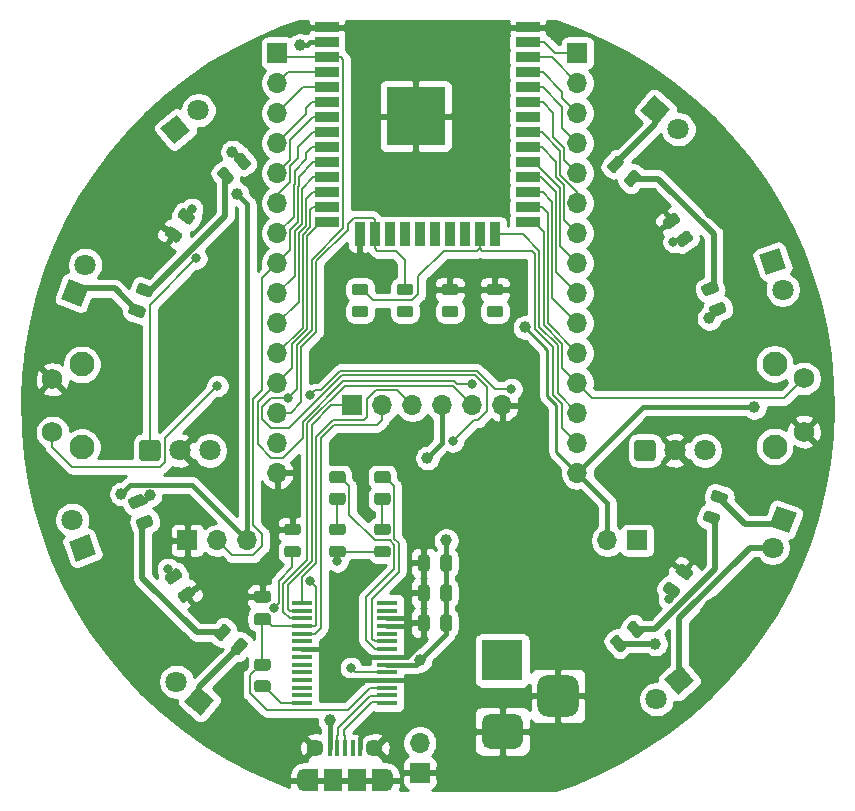
<source format=gbr>
G04 #@! TF.GenerationSoftware,KiCad,Pcbnew,(5.1.9-0-10_14)*
G04 #@! TF.CreationDate,2021-06-02T14:27:10-05:00*
G04 #@! TF.ProjectId,kbxIrBlaster,6b627849-7242-46c6-9173-7465722e6b69,rev?*
G04 #@! TF.SameCoordinates,Original*
G04 #@! TF.FileFunction,Copper,L1,Top*
G04 #@! TF.FilePolarity,Positive*
%FSLAX46Y46*%
G04 Gerber Fmt 4.6, Leading zero omitted, Abs format (unit mm)*
G04 Created by KiCad (PCBNEW (5.1.9-0-10_14)) date 2021-06-02 14:27:10*
%MOMM*%
%LPD*%
G01*
G04 APERTURE LIST*
G04 #@! TA.AperFunction,ComponentPad*
%ADD10O,1.700000X1.700000*%
G04 #@! TD*
G04 #@! TA.AperFunction,ComponentPad*
%ADD11R,1.700000X1.700000*%
G04 #@! TD*
G04 #@! TA.AperFunction,ComponentPad*
%ADD12C,0.800000*%
G04 #@! TD*
G04 #@! TA.AperFunction,ComponentPad*
%ADD13C,5.000000*%
G04 #@! TD*
G04 #@! TA.AperFunction,ComponentPad*
%ADD14R,3.500000X3.500000*%
G04 #@! TD*
G04 #@! TA.AperFunction,SMDPad,CuDef*
%ADD15R,1.750000X0.450000*%
G04 #@! TD*
G04 #@! TA.AperFunction,ComponentPad*
%ADD16C,2.100000*%
G04 #@! TD*
G04 #@! TA.AperFunction,ComponentPad*
%ADD17C,1.750000*%
G04 #@! TD*
G04 #@! TA.AperFunction,SMDPad,CuDef*
%ADD18R,1.200000X1.900000*%
G04 #@! TD*
G04 #@! TA.AperFunction,ComponentPad*
%ADD19O,1.200000X1.900000*%
G04 #@! TD*
G04 #@! TA.AperFunction,SMDPad,CuDef*
%ADD20R,1.500000X1.900000*%
G04 #@! TD*
G04 #@! TA.AperFunction,ComponentPad*
%ADD21C,1.450000*%
G04 #@! TD*
G04 #@! TA.AperFunction,SMDPad,CuDef*
%ADD22R,0.400000X1.350000*%
G04 #@! TD*
G04 #@! TA.AperFunction,SMDPad,CuDef*
%ADD23R,2.000000X0.900000*%
G04 #@! TD*
G04 #@! TA.AperFunction,SMDPad,CuDef*
%ADD24R,0.900000X2.000000*%
G04 #@! TD*
G04 #@! TA.AperFunction,SMDPad,CuDef*
%ADD25R,5.000000X5.000000*%
G04 #@! TD*
G04 #@! TA.AperFunction,ComponentPad*
%ADD26C,1.800000*%
G04 #@! TD*
G04 #@! TA.AperFunction,ComponentPad*
%ADD27C,0.100000*%
G04 #@! TD*
G04 #@! TA.AperFunction,ViaPad*
%ADD28C,1.000000*%
G04 #@! TD*
G04 #@! TA.AperFunction,ViaPad*
%ADD29C,0.800000*%
G04 #@! TD*
G04 #@! TA.AperFunction,Conductor*
%ADD30C,0.450000*%
G04 #@! TD*
G04 #@! TA.AperFunction,Conductor*
%ADD31C,0.250000*%
G04 #@! TD*
G04 #@! TA.AperFunction,Conductor*
%ADD32C,0.500000*%
G04 #@! TD*
G04 #@! TA.AperFunction,Conductor*
%ADD33C,0.200000*%
G04 #@! TD*
G04 #@! TA.AperFunction,Conductor*
%ADD34C,0.400000*%
G04 #@! TD*
G04 #@! TA.AperFunction,Conductor*
%ADD35C,0.254000*%
G04 #@! TD*
G04 #@! TA.AperFunction,Conductor*
%ADD36C,0.100000*%
G04 #@! TD*
G04 APERTURE END LIST*
D10*
X165240000Y-101430000D03*
D11*
X167780000Y-101430000D03*
D12*
X176725825Y-107089175D03*
X175400000Y-106540000D03*
X174074175Y-107089175D03*
X173525000Y-108415000D03*
X174074175Y-109740825D03*
X175400000Y-110290000D03*
X176725825Y-109740825D03*
X177275000Y-108415000D03*
D13*
X175400000Y-108415000D03*
D10*
X156350000Y-90000000D03*
X153810000Y-90000000D03*
X151270000Y-90000000D03*
X148730000Y-90000000D03*
X146190000Y-90000000D03*
D11*
X143650000Y-90000000D03*
D10*
X137300000Y-95715000D03*
X137300000Y-93175000D03*
X137300000Y-90635000D03*
X137300000Y-88095000D03*
X137300000Y-85555000D03*
X137300000Y-83015000D03*
X137300000Y-80475000D03*
X137300000Y-77935000D03*
X137300000Y-75395000D03*
X137300000Y-72855000D03*
X137300000Y-70315000D03*
X137300000Y-67775000D03*
X137300000Y-65235000D03*
X137300000Y-62695000D03*
D11*
X137300000Y-60155000D03*
D10*
X162700000Y-95715000D03*
X162700000Y-93175000D03*
X162700000Y-90635000D03*
X162700000Y-88095000D03*
X162700000Y-85555000D03*
X162700000Y-83015000D03*
X162700000Y-80475000D03*
X162700000Y-77935000D03*
X162700000Y-75395000D03*
X162700000Y-72855000D03*
X162700000Y-70315000D03*
X162700000Y-67775000D03*
X162700000Y-65235000D03*
X162700000Y-62695000D03*
D11*
X162700000Y-60155000D03*
G04 #@! TA.AperFunction,ComponentPad*
G36*
G01*
X161925000Y-116340000D02*
X160175000Y-116340000D01*
G75*
G02*
X159300000Y-115465000I0J875000D01*
G01*
X159300000Y-113715000D01*
G75*
G02*
X160175000Y-112840000I875000J0D01*
G01*
X161925000Y-112840000D01*
G75*
G02*
X162800000Y-113715000I0J-875000D01*
G01*
X162800000Y-115465000D01*
G75*
G02*
X161925000Y-116340000I-875000J0D01*
G01*
G37*
G04 #@! TD.AperFunction*
G04 #@! TA.AperFunction,ComponentPad*
G36*
G01*
X157350000Y-119090000D02*
X155350000Y-119090000D01*
G75*
G02*
X154600000Y-118340000I0J750000D01*
G01*
X154600000Y-116840000D01*
G75*
G02*
X155350000Y-116090000I750000J0D01*
G01*
X157350000Y-116090000D01*
G75*
G02*
X158100000Y-116840000I0J-750000D01*
G01*
X158100000Y-118340000D01*
G75*
G02*
X157350000Y-119090000I-750000J0D01*
G01*
G37*
G04 #@! TD.AperFunction*
D14*
X156350000Y-111590000D03*
D15*
X146615000Y-106730000D03*
X146615000Y-107380000D03*
X146615000Y-108030000D03*
X146615000Y-108680000D03*
X146615000Y-109330000D03*
X146615000Y-109980000D03*
X146615000Y-110630000D03*
X146615000Y-111280000D03*
X146615000Y-111930000D03*
X146615000Y-112580000D03*
X146615000Y-113230000D03*
X146615000Y-113880000D03*
X146615000Y-114530000D03*
X146615000Y-115180000D03*
X139415000Y-115180000D03*
X139415000Y-114530000D03*
X139415000Y-113880000D03*
X139415000Y-113230000D03*
X139415000Y-112580000D03*
X139415000Y-111930000D03*
X139415000Y-111280000D03*
X139415000Y-110630000D03*
X139415000Y-109980000D03*
X139415000Y-109330000D03*
X139415000Y-108680000D03*
X139415000Y-108030000D03*
X139415000Y-107380000D03*
X139415000Y-106730000D03*
D16*
X179387000Y-86464000D03*
D17*
X181877000Y-87714000D03*
X181877000Y-92214000D03*
D16*
X179387000Y-93474000D03*
X120740000Y-93536000D03*
D17*
X118250000Y-92286000D03*
X118250000Y-87786000D03*
D16*
X120740000Y-86526000D03*
G04 #@! TA.AperFunction,SMDPad,CuDef*
G36*
G01*
X135579998Y-113260000D02*
X136480002Y-113260000D01*
G75*
G02*
X136730000Y-113509998I0J-249998D01*
G01*
X136730000Y-114035002D01*
G75*
G02*
X136480002Y-114285000I-249998J0D01*
G01*
X135579998Y-114285000D01*
G75*
G02*
X135330000Y-114035002I0J249998D01*
G01*
X135330000Y-113509998D01*
G75*
G02*
X135579998Y-113260000I249998J0D01*
G01*
G37*
G04 #@! TD.AperFunction*
G04 #@! TA.AperFunction,SMDPad,CuDef*
G36*
G01*
X135579998Y-111435000D02*
X136480002Y-111435000D01*
G75*
G02*
X136730000Y-111684998I0J-249998D01*
G01*
X136730000Y-112210002D01*
G75*
G02*
X136480002Y-112460000I-249998J0D01*
G01*
X135579998Y-112460000D01*
G75*
G02*
X135330000Y-112210002I0J249998D01*
G01*
X135330000Y-111684998D01*
G75*
G02*
X135579998Y-111435000I249998J0D01*
G01*
G37*
G04 #@! TD.AperFunction*
G04 #@! TA.AperFunction,SMDPad,CuDef*
G36*
G01*
X142830002Y-96585000D02*
X141929998Y-96585000D01*
G75*
G02*
X141680000Y-96335002I0J249998D01*
G01*
X141680000Y-95809998D01*
G75*
G02*
X141929998Y-95560000I249998J0D01*
G01*
X142830002Y-95560000D01*
G75*
G02*
X143080000Y-95809998I0J-249998D01*
G01*
X143080000Y-96335002D01*
G75*
G02*
X142830002Y-96585000I-249998J0D01*
G01*
G37*
G04 #@! TD.AperFunction*
G04 #@! TA.AperFunction,SMDPad,CuDef*
G36*
G01*
X142830002Y-98410000D02*
X141929998Y-98410000D01*
G75*
G02*
X141680000Y-98160002I0J249998D01*
G01*
X141680000Y-97634998D01*
G75*
G02*
X141929998Y-97385000I249998J0D01*
G01*
X142830002Y-97385000D01*
G75*
G02*
X143080000Y-97634998I0J-249998D01*
G01*
X143080000Y-98160002D01*
G75*
G02*
X142830002Y-98410000I-249998J0D01*
G01*
G37*
G04 #@! TD.AperFunction*
G04 #@! TA.AperFunction,SMDPad,CuDef*
G36*
G01*
X146640002Y-96585000D02*
X145739998Y-96585000D01*
G75*
G02*
X145490000Y-96335002I0J249998D01*
G01*
X145490000Y-95809998D01*
G75*
G02*
X145739998Y-95560000I249998J0D01*
G01*
X146640002Y-95560000D01*
G75*
G02*
X146890000Y-95809998I0J-249998D01*
G01*
X146890000Y-96335002D01*
G75*
G02*
X146640002Y-96585000I-249998J0D01*
G01*
G37*
G04 #@! TD.AperFunction*
G04 #@! TA.AperFunction,SMDPad,CuDef*
G36*
G01*
X146640002Y-98410000D02*
X145739998Y-98410000D01*
G75*
G02*
X145490000Y-98160002I0J249998D01*
G01*
X145490000Y-97634998D01*
G75*
G02*
X145739998Y-97385000I249998J0D01*
G01*
X146640002Y-97385000D01*
G75*
G02*
X146890000Y-97634998I0J-249998D01*
G01*
X146890000Y-98160002D01*
G75*
G02*
X146640002Y-98410000I-249998J0D01*
G01*
G37*
G04 #@! TD.AperFunction*
D10*
X134760000Y-101430000D03*
X132220000Y-101430000D03*
D11*
X129680000Y-101430000D03*
D18*
X140115000Y-121717500D03*
X145915000Y-121717500D03*
D19*
X146515000Y-121717500D03*
X139515000Y-121717500D03*
D20*
X142015000Y-121717500D03*
D21*
X145515000Y-119017500D03*
D22*
X143015000Y-119017500D03*
X143665000Y-119017500D03*
X144315000Y-119017500D03*
X141715000Y-119017500D03*
X142365000Y-119017500D03*
D21*
X140515000Y-119017500D03*
D20*
X144015000Y-121717500D03*
D10*
X149365000Y-118575000D03*
D11*
X149365000Y-121115000D03*
G04 #@! TA.AperFunction,SMDPad,CuDef*
G36*
G01*
X138113750Y-101880000D02*
X139026250Y-101880000D01*
G75*
G02*
X139270000Y-102123750I0J-243750D01*
G01*
X139270000Y-102611250D01*
G75*
G02*
X139026250Y-102855000I-243750J0D01*
G01*
X138113750Y-102855000D01*
G75*
G02*
X137870000Y-102611250I0J243750D01*
G01*
X137870000Y-102123750D01*
G75*
G02*
X138113750Y-101880000I243750J0D01*
G01*
G37*
G04 #@! TD.AperFunction*
G04 #@! TA.AperFunction,SMDPad,CuDef*
G36*
G01*
X138113750Y-100005000D02*
X139026250Y-100005000D01*
G75*
G02*
X139270000Y-100248750I0J-243750D01*
G01*
X139270000Y-100736250D01*
G75*
G02*
X139026250Y-100980000I-243750J0D01*
G01*
X138113750Y-100980000D01*
G75*
G02*
X137870000Y-100736250I0J243750D01*
G01*
X137870000Y-100248750D01*
G75*
G02*
X138113750Y-100005000I243750J0D01*
G01*
G37*
G04 #@! TD.AperFunction*
G04 #@! TA.AperFunction,SMDPad,CuDef*
G36*
G01*
X141923750Y-101880000D02*
X142836250Y-101880000D01*
G75*
G02*
X143080000Y-102123750I0J-243750D01*
G01*
X143080000Y-102611250D01*
G75*
G02*
X142836250Y-102855000I-243750J0D01*
G01*
X141923750Y-102855000D01*
G75*
G02*
X141680000Y-102611250I0J243750D01*
G01*
X141680000Y-102123750D01*
G75*
G02*
X141923750Y-101880000I243750J0D01*
G01*
G37*
G04 #@! TD.AperFunction*
G04 #@! TA.AperFunction,SMDPad,CuDef*
G36*
G01*
X141923750Y-100005000D02*
X142836250Y-100005000D01*
G75*
G02*
X143080000Y-100248750I0J-243750D01*
G01*
X143080000Y-100736250D01*
G75*
G02*
X142836250Y-100980000I-243750J0D01*
G01*
X141923750Y-100980000D01*
G75*
G02*
X141680000Y-100736250I0J243750D01*
G01*
X141680000Y-100248750D01*
G75*
G02*
X141923750Y-100005000I243750J0D01*
G01*
G37*
G04 #@! TD.AperFunction*
G04 #@! TA.AperFunction,SMDPad,CuDef*
G36*
G01*
X145733750Y-101880000D02*
X146646250Y-101880000D01*
G75*
G02*
X146890000Y-102123750I0J-243750D01*
G01*
X146890000Y-102611250D01*
G75*
G02*
X146646250Y-102855000I-243750J0D01*
G01*
X145733750Y-102855000D01*
G75*
G02*
X145490000Y-102611250I0J243750D01*
G01*
X145490000Y-102123750D01*
G75*
G02*
X145733750Y-101880000I243750J0D01*
G01*
G37*
G04 #@! TD.AperFunction*
G04 #@! TA.AperFunction,SMDPad,CuDef*
G36*
G01*
X145733750Y-100005000D02*
X146646250Y-100005000D01*
G75*
G02*
X146890000Y-100248750I0J-243750D01*
G01*
X146890000Y-100736250D01*
G75*
G02*
X146646250Y-100980000I-243750J0D01*
G01*
X145733750Y-100980000D01*
G75*
G02*
X145490000Y-100736250I0J243750D01*
G01*
X145490000Y-100248750D01*
G75*
G02*
X145733750Y-100005000I243750J0D01*
G01*
G37*
G04 #@! TD.AperFunction*
G04 #@! TA.AperFunction,SMDPad,CuDef*
G36*
G01*
X166688449Y-70826762D02*
X167274993Y-70127747D01*
G75*
G02*
X167618395Y-70097703I186723J-156679D01*
G01*
X167991841Y-70411062D01*
G75*
G02*
X168021885Y-70754464I-156679J-186723D01*
G01*
X167435341Y-71453479D01*
G75*
G02*
X167091939Y-71483523I-186723J156679D01*
G01*
X166718493Y-71170164D01*
G75*
G02*
X166688449Y-70826762I156679J186723D01*
G01*
G37*
G04 #@! TD.AperFunction*
G04 #@! TA.AperFunction,SMDPad,CuDef*
G36*
G01*
X165252115Y-69621536D02*
X165838659Y-68922521D01*
G75*
G02*
X166182061Y-68892477I186723J-156679D01*
G01*
X166555507Y-69205836D01*
G75*
G02*
X166585551Y-69549238I-156679J-186723D01*
G01*
X165999007Y-70248253D01*
G75*
G02*
X165655605Y-70278297I-186723J156679D01*
G01*
X165282159Y-69964938D01*
G75*
G02*
X165252115Y-69621536I156679J186723D01*
G01*
G37*
G04 #@! TD.AperFunction*
G04 #@! TA.AperFunction,SMDPad,CuDef*
G36*
G01*
X174442644Y-97140891D02*
X175300113Y-97452985D01*
G75*
G02*
X175445796Y-97765402I-83367J-229050D01*
G01*
X175279061Y-98223502D01*
G75*
G02*
X174966644Y-98369185I-229050J83367D01*
G01*
X174109175Y-98057091D01*
G75*
G02*
X173963492Y-97744674I83367J229050D01*
G01*
X174130227Y-97286574D01*
G75*
G02*
X174442644Y-97140891I229050J-83367D01*
G01*
G37*
G04 #@! TD.AperFunction*
G04 #@! TA.AperFunction,SMDPad,CuDef*
G36*
G01*
X173801356Y-98902815D02*
X174658825Y-99214909D01*
G75*
G02*
X174804508Y-99527326I-83367J-229050D01*
G01*
X174637773Y-99985426D01*
G75*
G02*
X174325356Y-100131109I-229050J83367D01*
G01*
X173467887Y-99819015D01*
G75*
G02*
X173322204Y-99506598I83367J229050D01*
G01*
X173488939Y-99048498D01*
G75*
G02*
X173801356Y-98902815I229050J-83367D01*
G01*
G37*
G04 #@! TD.AperFunction*
G04 #@! TA.AperFunction,SMDPad,CuDef*
G36*
G01*
X133311551Y-109173238D02*
X132725007Y-109872253D01*
G75*
G02*
X132381605Y-109902297I-186723J156679D01*
G01*
X132008159Y-109588938D01*
G75*
G02*
X131978115Y-109245536I156679J186723D01*
G01*
X132564659Y-108546521D01*
G75*
G02*
X132908061Y-108516477I186723J-156679D01*
G01*
X133281507Y-108829836D01*
G75*
G02*
X133311551Y-109173238I-156679J-186723D01*
G01*
G37*
G04 #@! TD.AperFunction*
G04 #@! TA.AperFunction,SMDPad,CuDef*
G36*
G01*
X134747885Y-110378464D02*
X134161341Y-111077479D01*
G75*
G02*
X133817939Y-111107523I-186723J156679D01*
G01*
X133444493Y-110794164D01*
G75*
G02*
X133414449Y-110450762I156679J186723D01*
G01*
X134000993Y-109751747D01*
G75*
G02*
X134344395Y-109721703I186723J-156679D01*
G01*
X134717841Y-110035062D01*
G75*
G02*
X134747885Y-110378464I-156679J-186723D01*
G01*
G37*
G04 #@! TD.AperFunction*
G04 #@! TA.AperFunction,SMDPad,CuDef*
G36*
G01*
X126325644Y-80843185D02*
X125468175Y-80531091D01*
G75*
G02*
X125322492Y-80218674I83367J229050D01*
G01*
X125489227Y-79760574D01*
G75*
G02*
X125801644Y-79614891I229050J-83367D01*
G01*
X126659113Y-79926985D01*
G75*
G02*
X126804796Y-80239402I-83367J-229050D01*
G01*
X126638061Y-80697502D01*
G75*
G02*
X126325644Y-80843185I-229050J83367D01*
G01*
G37*
G04 #@! TD.AperFunction*
G04 #@! TA.AperFunction,SMDPad,CuDef*
G36*
G01*
X125684356Y-82605109D02*
X124826887Y-82293015D01*
G75*
G02*
X124681204Y-81980598I83367J229050D01*
G01*
X124847939Y-81522498D01*
G75*
G02*
X125160356Y-81376815I229050J-83367D01*
G01*
X126017825Y-81688909D01*
G75*
G02*
X126163508Y-82001326I-83367J-229050D01*
G01*
X125996773Y-82459426D01*
G75*
G02*
X125684356Y-82605109I-229050J83367D01*
G01*
G37*
G04 #@! TD.AperFunction*
G04 #@! TA.AperFunction,SMDPad,CuDef*
G36*
G01*
X173982175Y-81561909D02*
X174839644Y-81249815D01*
G75*
G02*
X175152061Y-81395498I83367J-229050D01*
G01*
X175318796Y-81853598D01*
G75*
G02*
X175173113Y-82166015I-229050J-83367D01*
G01*
X174315644Y-82478109D01*
G75*
G02*
X174003227Y-82332426I-83367J229050D01*
G01*
X173836492Y-81874326D01*
G75*
G02*
X173982175Y-81561909I229050J83367D01*
G01*
G37*
G04 #@! TD.AperFunction*
G04 #@! TA.AperFunction,SMDPad,CuDef*
G36*
G01*
X173340887Y-79799985D02*
X174198356Y-79487891D01*
G75*
G02*
X174510773Y-79633574I83367J-229050D01*
G01*
X174677508Y-80091674D01*
G75*
G02*
X174531825Y-80404091I-229050J-83367D01*
G01*
X173674356Y-80716185D01*
G75*
G02*
X173361939Y-80570502I-83367J229050D01*
G01*
X173195204Y-80112402D01*
G75*
G02*
X173340887Y-79799985I229050J83367D01*
G01*
G37*
G04 #@! TD.AperFunction*
G04 #@! TA.AperFunction,SMDPad,CuDef*
G36*
G01*
X166253007Y-109497747D02*
X166839551Y-110196762D01*
G75*
G02*
X166809507Y-110540164I-186723J-156679D01*
G01*
X166436061Y-110853523D01*
G75*
G02*
X166092659Y-110823479I-156679J186723D01*
G01*
X165506115Y-110124464D01*
G75*
G02*
X165536159Y-109781062I186723J156679D01*
G01*
X165909605Y-109467703D01*
G75*
G02*
X166253007Y-109497747I156679J-186723D01*
G01*
G37*
G04 #@! TD.AperFunction*
G04 #@! TA.AperFunction,SMDPad,CuDef*
G36*
G01*
X167689341Y-108292521D02*
X168275885Y-108991536D01*
G75*
G02*
X168245841Y-109334938I-186723J-156679D01*
G01*
X167872395Y-109648297D01*
G75*
G02*
X167528993Y-109618253I-156679J186723D01*
G01*
X166942449Y-108919238D01*
G75*
G02*
X166972493Y-108575836I186723J156679D01*
G01*
X167345939Y-108262477D01*
G75*
G02*
X167689341Y-108292521I156679J-186723D01*
G01*
G37*
G04 #@! TD.AperFunction*
G04 #@! TA.AperFunction,SMDPad,CuDef*
G36*
G01*
X126017825Y-98438091D02*
X125160356Y-98750185D01*
G75*
G02*
X124847939Y-98604502I-83367J229050D01*
G01*
X124681204Y-98146402D01*
G75*
G02*
X124826887Y-97833985I229050J83367D01*
G01*
X125684356Y-97521891D01*
G75*
G02*
X125996773Y-97667574I83367J-229050D01*
G01*
X126163508Y-98125674D01*
G75*
G02*
X126017825Y-98438091I-229050J-83367D01*
G01*
G37*
G04 #@! TD.AperFunction*
G04 #@! TA.AperFunction,SMDPad,CuDef*
G36*
G01*
X126659113Y-100200015D02*
X125801644Y-100512109D01*
G75*
G02*
X125489227Y-100366426I-83367J229050D01*
G01*
X125322492Y-99908326D01*
G75*
G02*
X125468175Y-99595909I229050J83367D01*
G01*
X126325644Y-99283815D01*
G75*
G02*
X126638061Y-99429498I83367J-229050D01*
G01*
X126804796Y-99887598D01*
G75*
G02*
X126659113Y-100200015I-229050J-83367D01*
G01*
G37*
G04 #@! TD.AperFunction*
G04 #@! TA.AperFunction,SMDPad,CuDef*
G36*
G01*
X134254993Y-69994253D02*
X133668449Y-69295238D01*
G75*
G02*
X133698493Y-68951836I186723J156679D01*
G01*
X134071939Y-68638477D01*
G75*
G02*
X134415341Y-68668521I156679J-186723D01*
G01*
X135001885Y-69367536D01*
G75*
G02*
X134971841Y-69710938I-186723J-156679D01*
G01*
X134598395Y-70024297D01*
G75*
G02*
X134254993Y-69994253I-156679J186723D01*
G01*
G37*
G04 #@! TD.AperFunction*
G04 #@! TA.AperFunction,SMDPad,CuDef*
G36*
G01*
X132818659Y-71199479D02*
X132232115Y-70500464D01*
G75*
G02*
X132262159Y-70157062I186723J156679D01*
G01*
X132635605Y-69843703D01*
G75*
G02*
X132979007Y-69873747I156679J-186723D01*
G01*
X133565551Y-70572762D01*
G75*
G02*
X133535507Y-70916164I-186723J-156679D01*
G01*
X133162061Y-71229523D01*
G75*
G02*
X132818659Y-71199479I-156679J186723D01*
G01*
G37*
G04 #@! TD.AperFunction*
G04 #@! TA.AperFunction,SMDPad,CuDef*
G36*
G01*
X171093372Y-75771313D02*
X171840848Y-75247924D01*
G75*
G02*
X172180325Y-75307783I139809J-199668D01*
G01*
X172459943Y-75707120D01*
G75*
G02*
X172400084Y-76046597I-199668J-139809D01*
G01*
X171652608Y-76569986D01*
G75*
G02*
X171313131Y-76510127I-139809J199668D01*
G01*
X171033513Y-76110790D01*
G75*
G02*
X171093372Y-75771313I199668J139809D01*
G01*
G37*
G04 #@! TD.AperFunction*
G04 #@! TA.AperFunction,SMDPad,CuDef*
G36*
G01*
X170017916Y-74235403D02*
X170765392Y-73712014D01*
G75*
G02*
X171104869Y-73771873I139809J-199668D01*
G01*
X171384487Y-74171210D01*
G75*
G02*
X171324628Y-74510687I-199668J-139809D01*
G01*
X170577152Y-75034076D01*
G75*
G02*
X170237675Y-74974217I-139809J199668D01*
G01*
X169958057Y-74574880D01*
G75*
G02*
X170017916Y-74235403I199668J139809D01*
G01*
G37*
G04 #@! TD.AperFunction*
G04 #@! TA.AperFunction,SMDPad,CuDef*
G36*
G01*
X170577152Y-104965924D02*
X171324628Y-105489313D01*
G75*
G02*
X171384487Y-105828790I-139809J-199668D01*
G01*
X171104869Y-106228127D01*
G75*
G02*
X170765392Y-106287986I-199668J139809D01*
G01*
X170017916Y-105764597D01*
G75*
G02*
X169958057Y-105425120I139809J199668D01*
G01*
X170237675Y-105025783D01*
G75*
G02*
X170577152Y-104965924I199668J-139809D01*
G01*
G37*
G04 #@! TD.AperFunction*
G04 #@! TA.AperFunction,SMDPad,CuDef*
G36*
G01*
X171652608Y-103430014D02*
X172400084Y-103953403D01*
G75*
G02*
X172459943Y-104292880I-139809J-199668D01*
G01*
X172180325Y-104692217D01*
G75*
G02*
X171840848Y-104752076I-199668J139809D01*
G01*
X171093372Y-104228687D01*
G75*
G02*
X171033513Y-103889210I139809J199668D01*
G01*
X171313131Y-103489873D01*
G75*
G02*
X171652608Y-103430014I199668J-139809D01*
G01*
G37*
G04 #@! TD.AperFunction*
G04 #@! TA.AperFunction,SMDPad,CuDef*
G36*
G01*
X129160628Y-104609687D02*
X128413152Y-105133076D01*
G75*
G02*
X128073675Y-105073217I-139809J199668D01*
G01*
X127794057Y-104673880D01*
G75*
G02*
X127853916Y-104334403I199668J139809D01*
G01*
X128601392Y-103811014D01*
G75*
G02*
X128940869Y-103870873I139809J-199668D01*
G01*
X129220487Y-104270210D01*
G75*
G02*
X129160628Y-104609687I-199668J-139809D01*
G01*
G37*
G04 #@! TD.AperFunction*
G04 #@! TA.AperFunction,SMDPad,CuDef*
G36*
G01*
X130236084Y-106145597D02*
X129488608Y-106668986D01*
G75*
G02*
X129149131Y-106609127I-139809J199668D01*
G01*
X128869513Y-106209790D01*
G75*
G02*
X128929372Y-105870313I199668J139809D01*
G01*
X129676848Y-105346924D01*
G75*
G02*
X130016325Y-105406783I139809J-199668D01*
G01*
X130295943Y-105806120D01*
G75*
G02*
X130236084Y-106145597I-199668J-139809D01*
G01*
G37*
G04 #@! TD.AperFunction*
G04 #@! TA.AperFunction,SMDPad,CuDef*
G36*
G01*
X129676848Y-74653076D02*
X128929372Y-74129687D01*
G75*
G02*
X128869513Y-73790210I139809J199668D01*
G01*
X129149131Y-73390873D01*
G75*
G02*
X129488608Y-73331014I199668J-139809D01*
G01*
X130236084Y-73854403D01*
G75*
G02*
X130295943Y-74193880I-139809J-199668D01*
G01*
X130016325Y-74593217D01*
G75*
G02*
X129676848Y-74653076I-199668J139809D01*
G01*
G37*
G04 #@! TD.AperFunction*
G04 #@! TA.AperFunction,SMDPad,CuDef*
G36*
G01*
X128601392Y-76188986D02*
X127853916Y-75665597D01*
G75*
G02*
X127794057Y-75326120I139809J199668D01*
G01*
X128073675Y-74926783D01*
G75*
G02*
X128413152Y-74866924I199668J-139809D01*
G01*
X129160628Y-75390313D01*
G75*
G02*
X129220487Y-75729790I-139809J-199668D01*
G01*
X128940869Y-76129127D01*
G75*
G02*
X128601392Y-76188986I-199668J139809D01*
G01*
G37*
G04 #@! TD.AperFunction*
G04 #@! TA.AperFunction,SMDPad,CuDef*
G36*
G01*
X143828750Y-81560000D02*
X144741250Y-81560000D01*
G75*
G02*
X144985000Y-81803750I0J-243750D01*
G01*
X144985000Y-82291250D01*
G75*
G02*
X144741250Y-82535000I-243750J0D01*
G01*
X143828750Y-82535000D01*
G75*
G02*
X143585000Y-82291250I0J243750D01*
G01*
X143585000Y-81803750D01*
G75*
G02*
X143828750Y-81560000I243750J0D01*
G01*
G37*
G04 #@! TD.AperFunction*
G04 #@! TA.AperFunction,SMDPad,CuDef*
G36*
G01*
X143828750Y-79685000D02*
X144741250Y-79685000D01*
G75*
G02*
X144985000Y-79928750I0J-243750D01*
G01*
X144985000Y-80416250D01*
G75*
G02*
X144741250Y-80660000I-243750J0D01*
G01*
X143828750Y-80660000D01*
G75*
G02*
X143585000Y-80416250I0J243750D01*
G01*
X143585000Y-79928750D01*
G75*
G02*
X143828750Y-79685000I243750J0D01*
G01*
G37*
G04 #@! TD.AperFunction*
G04 #@! TA.AperFunction,SMDPad,CuDef*
G36*
G01*
X147638750Y-81560000D02*
X148551250Y-81560000D01*
G75*
G02*
X148795000Y-81803750I0J-243750D01*
G01*
X148795000Y-82291250D01*
G75*
G02*
X148551250Y-82535000I-243750J0D01*
G01*
X147638750Y-82535000D01*
G75*
G02*
X147395000Y-82291250I0J243750D01*
G01*
X147395000Y-81803750D01*
G75*
G02*
X147638750Y-81560000I243750J0D01*
G01*
G37*
G04 #@! TD.AperFunction*
G04 #@! TA.AperFunction,SMDPad,CuDef*
G36*
G01*
X147638750Y-79685000D02*
X148551250Y-79685000D01*
G75*
G02*
X148795000Y-79928750I0J-243750D01*
G01*
X148795000Y-80416250D01*
G75*
G02*
X148551250Y-80660000I-243750J0D01*
G01*
X147638750Y-80660000D01*
G75*
G02*
X147395000Y-80416250I0J243750D01*
G01*
X147395000Y-79928750D01*
G75*
G02*
X147638750Y-79685000I243750J0D01*
G01*
G37*
G04 #@! TD.AperFunction*
G04 #@! TA.AperFunction,SMDPad,CuDef*
G36*
G01*
X151448750Y-81560000D02*
X152361250Y-81560000D01*
G75*
G02*
X152605000Y-81803750I0J-243750D01*
G01*
X152605000Y-82291250D01*
G75*
G02*
X152361250Y-82535000I-243750J0D01*
G01*
X151448750Y-82535000D01*
G75*
G02*
X151205000Y-82291250I0J243750D01*
G01*
X151205000Y-81803750D01*
G75*
G02*
X151448750Y-81560000I243750J0D01*
G01*
G37*
G04 #@! TD.AperFunction*
G04 #@! TA.AperFunction,SMDPad,CuDef*
G36*
G01*
X151448750Y-79685000D02*
X152361250Y-79685000D01*
G75*
G02*
X152605000Y-79928750I0J-243750D01*
G01*
X152605000Y-80416250D01*
G75*
G02*
X152361250Y-80660000I-243750J0D01*
G01*
X151448750Y-80660000D01*
G75*
G02*
X151205000Y-80416250I0J243750D01*
G01*
X151205000Y-79928750D01*
G75*
G02*
X151448750Y-79685000I243750J0D01*
G01*
G37*
G04 #@! TD.AperFunction*
G04 #@! TA.AperFunction,SMDPad,CuDef*
G36*
G01*
X155258750Y-81560000D02*
X156171250Y-81560000D01*
G75*
G02*
X156415000Y-81803750I0J-243750D01*
G01*
X156415000Y-82291250D01*
G75*
G02*
X156171250Y-82535000I-243750J0D01*
G01*
X155258750Y-82535000D01*
G75*
G02*
X155015000Y-82291250I0J243750D01*
G01*
X155015000Y-81803750D01*
G75*
G02*
X155258750Y-81560000I243750J0D01*
G01*
G37*
G04 #@! TD.AperFunction*
G04 #@! TA.AperFunction,SMDPad,CuDef*
G36*
G01*
X155258750Y-79685000D02*
X156171250Y-79685000D01*
G75*
G02*
X156415000Y-79928750I0J-243750D01*
G01*
X156415000Y-80416250D01*
G75*
G02*
X156171250Y-80660000I-243750J0D01*
G01*
X155258750Y-80660000D01*
G75*
G02*
X155015000Y-80416250I0J243750D01*
G01*
X155015000Y-79928750D01*
G75*
G02*
X155258750Y-79685000I243750J0D01*
G01*
G37*
G04 #@! TD.AperFunction*
G04 #@! TA.AperFunction,SMDPad,CuDef*
G36*
G01*
X136505000Y-106695000D02*
X135555000Y-106695000D01*
G75*
G02*
X135305000Y-106445000I0J250000D01*
G01*
X135305000Y-105945000D01*
G75*
G02*
X135555000Y-105695000I250000J0D01*
G01*
X136505000Y-105695000D01*
G75*
G02*
X136755000Y-105945000I0J-250000D01*
G01*
X136755000Y-106445000D01*
G75*
G02*
X136505000Y-106695000I-250000J0D01*
G01*
G37*
G04 #@! TD.AperFunction*
G04 #@! TA.AperFunction,SMDPad,CuDef*
G36*
G01*
X136505000Y-108595000D02*
X135555000Y-108595000D01*
G75*
G02*
X135305000Y-108345000I0J250000D01*
G01*
X135305000Y-107845000D01*
G75*
G02*
X135555000Y-107595000I250000J0D01*
G01*
X136505000Y-107595000D01*
G75*
G02*
X136755000Y-107845000I0J-250000D01*
G01*
X136755000Y-108345000D01*
G75*
G02*
X136505000Y-108595000I-250000J0D01*
G01*
G37*
G04 #@! TD.AperFunction*
G04 #@! TA.AperFunction,SMDPad,CuDef*
G36*
G01*
X150185000Y-107940000D02*
X150185000Y-108890000D01*
G75*
G02*
X149935000Y-109140000I-250000J0D01*
G01*
X149435000Y-109140000D01*
G75*
G02*
X149185000Y-108890000I0J250000D01*
G01*
X149185000Y-107940000D01*
G75*
G02*
X149435000Y-107690000I250000J0D01*
G01*
X149935000Y-107690000D01*
G75*
G02*
X150185000Y-107940000I0J-250000D01*
G01*
G37*
G04 #@! TD.AperFunction*
G04 #@! TA.AperFunction,SMDPad,CuDef*
G36*
G01*
X152085000Y-107940000D02*
X152085000Y-108890000D01*
G75*
G02*
X151835000Y-109140000I-250000J0D01*
G01*
X151335000Y-109140000D01*
G75*
G02*
X151085000Y-108890000I0J250000D01*
G01*
X151085000Y-107940000D01*
G75*
G02*
X151335000Y-107690000I250000J0D01*
G01*
X151835000Y-107690000D01*
G75*
G02*
X152085000Y-107940000I0J-250000D01*
G01*
G37*
G04 #@! TD.AperFunction*
G04 #@! TA.AperFunction,SMDPad,CuDef*
G36*
G01*
X150185000Y-105400000D02*
X150185000Y-106350000D01*
G75*
G02*
X149935000Y-106600000I-250000J0D01*
G01*
X149435000Y-106600000D01*
G75*
G02*
X149185000Y-106350000I0J250000D01*
G01*
X149185000Y-105400000D01*
G75*
G02*
X149435000Y-105150000I250000J0D01*
G01*
X149935000Y-105150000D01*
G75*
G02*
X150185000Y-105400000I0J-250000D01*
G01*
G37*
G04 #@! TD.AperFunction*
G04 #@! TA.AperFunction,SMDPad,CuDef*
G36*
G01*
X152085000Y-105400000D02*
X152085000Y-106350000D01*
G75*
G02*
X151835000Y-106600000I-250000J0D01*
G01*
X151335000Y-106600000D01*
G75*
G02*
X151085000Y-106350000I0J250000D01*
G01*
X151085000Y-105400000D01*
G75*
G02*
X151335000Y-105150000I250000J0D01*
G01*
X151835000Y-105150000D01*
G75*
G02*
X152085000Y-105400000I0J-250000D01*
G01*
G37*
G04 #@! TD.AperFunction*
G04 #@! TA.AperFunction,SMDPad,CuDef*
G36*
G01*
X150185000Y-102860000D02*
X150185000Y-103810000D01*
G75*
G02*
X149935000Y-104060000I-250000J0D01*
G01*
X149435000Y-104060000D01*
G75*
G02*
X149185000Y-103810000I0J250000D01*
G01*
X149185000Y-102860000D01*
G75*
G02*
X149435000Y-102610000I250000J0D01*
G01*
X149935000Y-102610000D01*
G75*
G02*
X150185000Y-102860000I0J-250000D01*
G01*
G37*
G04 #@! TD.AperFunction*
G04 #@! TA.AperFunction,SMDPad,CuDef*
G36*
G01*
X152085000Y-102860000D02*
X152085000Y-103810000D01*
G75*
G02*
X151835000Y-104060000I-250000J0D01*
G01*
X151335000Y-104060000D01*
G75*
G02*
X151085000Y-103810000I0J250000D01*
G01*
X151085000Y-102860000D01*
G75*
G02*
X151335000Y-102610000I250000J0D01*
G01*
X151835000Y-102610000D01*
G75*
G02*
X152085000Y-102860000I0J-250000D01*
G01*
G37*
G04 #@! TD.AperFunction*
D23*
X158500000Y-57996000D03*
X158500000Y-59266000D03*
X158500000Y-60536000D03*
X158500000Y-61806000D03*
X158500000Y-63076000D03*
X158500000Y-64346000D03*
X158500000Y-65616000D03*
X158500000Y-66886000D03*
X158500000Y-68156000D03*
X158500000Y-69426000D03*
X158500000Y-70696000D03*
X158500000Y-71966000D03*
X158500000Y-73236000D03*
X158500000Y-74506000D03*
D24*
X155715000Y-75506000D03*
X154445000Y-75506000D03*
X153175000Y-75506000D03*
X151905000Y-75506000D03*
X150635000Y-75506000D03*
X149365000Y-75506000D03*
X148095000Y-75506000D03*
X146825000Y-75506000D03*
X145555000Y-75506000D03*
X144285000Y-75506000D03*
D23*
X141500000Y-74506000D03*
X141500000Y-73236000D03*
X141500000Y-71966000D03*
X141500000Y-70696000D03*
X141500000Y-69426000D03*
X141500000Y-68156000D03*
X141500000Y-66886000D03*
X141500000Y-65616000D03*
X141500000Y-64346000D03*
X141500000Y-63076000D03*
X141500000Y-61806000D03*
X141500000Y-60536000D03*
X141500000Y-59266000D03*
X141500000Y-57996000D03*
D25*
X149000000Y-65496000D03*
D26*
X173495000Y-93810000D03*
X170955000Y-93810000D03*
G04 #@! TA.AperFunction,ComponentPad*
G36*
G01*
X167515000Y-94459800D02*
X167515000Y-93160200D01*
G75*
G02*
X167765200Y-92910000I250200J0D01*
G01*
X169064800Y-92910000D01*
G75*
G02*
X169315000Y-93160200I0J-250200D01*
G01*
X169315000Y-94459800D01*
G75*
G02*
X169064800Y-94710000I-250200J0D01*
G01*
X167765200Y-94710000D01*
G75*
G02*
X167515000Y-94459800I0J250200D01*
G01*
G37*
G04 #@! TD.AperFunction*
X131585000Y-93810000D03*
X129045000Y-93810000D03*
G04 #@! TA.AperFunction,ComponentPad*
G36*
G01*
X125605000Y-94459800D02*
X125605000Y-93160200D01*
G75*
G02*
X125855200Y-92910000I250200J0D01*
G01*
X127154800Y-92910000D01*
G75*
G02*
X127405000Y-93160200I0J-250200D01*
G01*
X127405000Y-94459800D01*
G75*
G02*
X127154800Y-94710000I-250200J0D01*
G01*
X125855200Y-94710000D01*
G75*
G02*
X125605000Y-94459800I0J250200D01*
G01*
G37*
G04 #@! TD.AperFunction*
X171249753Y-66613681D03*
G04 #@! TA.AperFunction,ComponentPad*
D27*
G36*
X168036051Y-65091931D02*
G01*
X169193069Y-63713051D01*
X170571949Y-64870069D01*
X169414931Y-66248949D01*
X168036051Y-65091931D01*
G37*
G04 #@! TD.AperFunction*
G04 #@! TA.AperFunction,ComponentPad*
G36*
X179561095Y-98498459D02*
G01*
X181252541Y-99114095D01*
X180636905Y-100805541D01*
X178945459Y-100189905D01*
X179561095Y-98498459D01*
G37*
G04 #@! TD.AperFunction*
D26*
X179230269Y-102038819D03*
X180078731Y-80194819D03*
G04 #@! TA.AperFunction,ComponentPad*
D27*
G36*
X178056459Y-77270095D02*
G01*
X179747905Y-76654459D01*
X180363541Y-78345905D01*
X178672095Y-78961541D01*
X178056459Y-77270095D01*
G37*
G04 #@! TD.AperFunction*
D26*
X169390247Y-114873681D03*
G04 #@! TA.AperFunction,ComponentPad*
D27*
G36*
X171446931Y-111973051D02*
G01*
X172603949Y-113351931D01*
X171225069Y-114508949D01*
X170068051Y-113130069D01*
X171446931Y-111973051D01*
G37*
G04 #@! TD.AperFunction*
D12*
X125925825Y-107089175D03*
X124600000Y-106540000D03*
X123274175Y-107089175D03*
X122725000Y-108415000D03*
X123274175Y-109740825D03*
X124600000Y-110290000D03*
X125925825Y-109740825D03*
X126475000Y-108415000D03*
D13*
X124600000Y-108415000D03*
D12*
X176725825Y-70894175D03*
X175400000Y-70345000D03*
X174074175Y-70894175D03*
X173525000Y-72220000D03*
X174074175Y-73545825D03*
X175400000Y-74095000D03*
X176725825Y-73545825D03*
X177275000Y-72220000D03*
D13*
X175400000Y-72220000D03*
D12*
X125925825Y-70894175D03*
X124600000Y-70345000D03*
X123274175Y-70894175D03*
X122725000Y-72220000D03*
X123274175Y-73545825D03*
X124600000Y-74095000D03*
X125925825Y-73545825D03*
X126475000Y-72220000D03*
D13*
X124600000Y-72220000D03*
D26*
X128750247Y-113386319D03*
G04 #@! TA.AperFunction,ComponentPad*
D27*
G36*
X131963949Y-114908069D02*
G01*
X130806931Y-116286949D01*
X129428051Y-115129931D01*
X130585069Y-113751051D01*
X131963949Y-114908069D01*
G37*
G04 #@! TD.AperFunction*
D26*
X121023731Y-78088181D03*
G04 #@! TA.AperFunction,ComponentPad*
D27*
G36*
X120692905Y-81628541D02*
G01*
X119001459Y-81012905D01*
X119617095Y-79321459D01*
X121308541Y-79937095D01*
X120692905Y-81628541D01*
G37*
G04 #@! TD.AperFunction*
D26*
X119921269Y-99678181D03*
G04 #@! TA.AperFunction,ComponentPad*
D27*
G36*
X121943541Y-102602905D02*
G01*
X120252095Y-103218541D01*
X119636459Y-101527095D01*
X121327905Y-100911459D01*
X121943541Y-102602905D01*
G37*
G04 #@! TD.AperFunction*
D26*
X130609753Y-64999319D03*
G04 #@! TA.AperFunction,ComponentPad*
D27*
G36*
X128553069Y-67899949D02*
G01*
X127396051Y-66521069D01*
X128774931Y-65364051D01*
X129931949Y-66742931D01*
X128553069Y-67899949D01*
G37*
G04 #@! TD.AperFunction*
D28*
X145555000Y-94445000D03*
X151585000Y-101430000D03*
X133871000Y-72093000D03*
X124092000Y-97493000D03*
X177662500Y-90150500D03*
X158255000Y-83396000D03*
X149365000Y-111590000D03*
X139205000Y-59520000D03*
D29*
X155715000Y-82047500D03*
X151905000Y-82047500D03*
X148095000Y-82047500D03*
X144285000Y-82047500D03*
D28*
X126505000Y-97620000D03*
D29*
X138189000Y-89365000D03*
X132220000Y-88349000D03*
X152159000Y-93048000D03*
X140094000Y-104859000D03*
X142380000Y-103208000D03*
X130061000Y-73363000D03*
X128029000Y-103843000D03*
X170447000Y-106383000D03*
X170828000Y-76157000D03*
D28*
X169304000Y-110193000D03*
X173852500Y-82634000D03*
X141745000Y-116670000D03*
D29*
X137046000Y-107145000D03*
X153810000Y-88222000D03*
X140094000Y-89111000D03*
X157112000Y-88603000D03*
X143523000Y-112225000D03*
D28*
X133490000Y-68537000D03*
X150000000Y-94445000D03*
D29*
X130442000Y-77554000D03*
D30*
X144315000Y-119017500D02*
X144315000Y-118164000D01*
X144315000Y-118164000D02*
X146190000Y-116289000D01*
X146190000Y-116289000D02*
X147714000Y-116289000D01*
X147714000Y-116289000D02*
X148349000Y-115654000D01*
X148349000Y-115654000D02*
X148349000Y-113495000D01*
X148084000Y-113230000D02*
X146615000Y-113230000D01*
X148349000Y-113495000D02*
X148084000Y-113230000D01*
X149685000Y-108415000D02*
X148603000Y-108415000D01*
X148218000Y-108030000D02*
X146615000Y-108030000D01*
X148603000Y-108415000D02*
X148218000Y-108030000D01*
X148338000Y-108680000D02*
X148603000Y-108415000D01*
X146615000Y-108680000D02*
X148338000Y-108680000D01*
X146615000Y-111280000D02*
X148278000Y-111280000D01*
X149685000Y-109873000D02*
X149685000Y-108415000D01*
X148278000Y-111280000D02*
X149685000Y-109873000D01*
X141928000Y-110630000D02*
X139415000Y-110630000D01*
X142380000Y-111082000D02*
X141928000Y-110630000D01*
X142380000Y-112733000D02*
X142380000Y-111082000D01*
X142877000Y-113230000D02*
X142380000Y-112733000D01*
X146615000Y-113230000D02*
X142877000Y-113230000D01*
X146615000Y-111280000D02*
X144864000Y-111280000D01*
X144666000Y-111082000D02*
X142380000Y-111082000D01*
X144864000Y-111280000D02*
X144666000Y-111082000D01*
X151585000Y-108415000D02*
X151585000Y-105875000D01*
X134760000Y-72982000D02*
X133871000Y-72093000D01*
X134760000Y-101430000D02*
X134760000Y-72982000D01*
X124092000Y-97493000D02*
X124854000Y-96731000D01*
X130061000Y-96731000D02*
X134760000Y-101430000D01*
X124854000Y-96731000D02*
X130061000Y-96731000D01*
X165240000Y-98255000D02*
X162700000Y-95715000D01*
X165240000Y-101430000D02*
X165240000Y-98255000D01*
X168264500Y-90150500D02*
X177662500Y-90150500D01*
X162700000Y-95715000D02*
X168264500Y-90150500D01*
D31*
X160922000Y-90000000D02*
X160160000Y-89238000D01*
X160160000Y-85301000D02*
X158255000Y-83396000D01*
X160160000Y-89238000D02*
X160160000Y-85301000D01*
X160922000Y-93937000D02*
X160922000Y-90000000D01*
X162700000Y-95715000D02*
X160922000Y-93937000D01*
D30*
X149025000Y-111930000D02*
X146615000Y-111930000D01*
X149365000Y-111590000D02*
X149025000Y-111930000D01*
X151585000Y-109370000D02*
X149365000Y-111590000D01*
X151585000Y-108415000D02*
X151585000Y-109370000D01*
X151585000Y-103335000D02*
X151585000Y-105875000D01*
X151585000Y-103335000D02*
X151585000Y-101430000D01*
X141500000Y-59266000D02*
X140094000Y-59266000D01*
X139840000Y-59520000D02*
X139205000Y-59520000D01*
X140094000Y-59266000D02*
X139840000Y-59520000D01*
D32*
X125988962Y-98136038D02*
X126505000Y-97620000D01*
X125422356Y-98136038D02*
X125988962Y-98136038D01*
X132644833Y-109209387D02*
X130474387Y-109209387D01*
X130474387Y-109209387D02*
X125870000Y-104605000D01*
X125870000Y-100091606D02*
X126063644Y-99897962D01*
X125870000Y-104605000D02*
X125870000Y-100091606D01*
D33*
X137681000Y-60536000D02*
X137300000Y-60155000D01*
X141500000Y-60536000D02*
X137681000Y-60536000D01*
X142700000Y-60536000D02*
X142888000Y-60724000D01*
X141500000Y-60536000D02*
X142700000Y-60536000D01*
X142888000Y-60724000D02*
X142888000Y-75014000D01*
X142888000Y-75014000D02*
X140221000Y-77681000D01*
X140221000Y-77681000D02*
X140221000Y-83650000D01*
X140221000Y-83650000D02*
X138951000Y-84920000D01*
X138951000Y-88603000D02*
X138189000Y-89365000D01*
X138951000Y-84920000D02*
X138951000Y-88603000D01*
X118250000Y-93523436D02*
X119933564Y-95207000D01*
X118250000Y-92286000D02*
X118250000Y-93523436D01*
X119933564Y-95207000D02*
X127394000Y-95207000D01*
X127394000Y-95207000D02*
X127775000Y-94826000D01*
X127775000Y-92794000D02*
X132220000Y-88349000D01*
X127775000Y-94826000D02*
X127775000Y-92794000D01*
X138316000Y-91905000D02*
X142761000Y-87460000D01*
X142761000Y-87460000D02*
X154064000Y-87460000D01*
X154064000Y-87460000D02*
X155080000Y-88476000D01*
X136792000Y-91905000D02*
X138316000Y-91905000D01*
X136030000Y-91143000D02*
X136792000Y-91905000D01*
X136030000Y-90127000D02*
X136030000Y-91143000D01*
X136792000Y-89365000D02*
X136030000Y-90127000D01*
X138189000Y-89365000D02*
X136792000Y-89365000D01*
X155080000Y-88476000D02*
X155080000Y-90508000D01*
X155080000Y-90508000D02*
X154318000Y-91270000D01*
X153937000Y-91270000D02*
X152159000Y-93048000D01*
X154318000Y-91270000D02*
X153937000Y-91270000D01*
X136030000Y-108095000D02*
X136218000Y-108095000D01*
X136030000Y-111947500D02*
X136030000Y-108095000D01*
X136218000Y-108095000D02*
X136803000Y-108680000D01*
X136803000Y-108680000D02*
X139415000Y-108680000D01*
X140490000Y-108680000D02*
X140602000Y-108568000D01*
X139415000Y-108680000D02*
X140490000Y-108680000D01*
X140602000Y-105367000D02*
X140094000Y-104859000D01*
X140602000Y-108568000D02*
X140602000Y-105367000D01*
X146190000Y-102367500D02*
X142380000Y-102367500D01*
X142380000Y-102367500D02*
X142380000Y-103208000D01*
X135926500Y-111947500D02*
X136030000Y-111947500D01*
X135014000Y-112860000D02*
X135926500Y-111947500D01*
X135014000Y-114384000D02*
X135014000Y-112860000D01*
X146615000Y-113880000D02*
X145170000Y-113880000D01*
X136411000Y-115781000D02*
X135014000Y-114384000D01*
X143269000Y-115781000D02*
X136411000Y-115781000D01*
X145170000Y-113880000D02*
X143269000Y-115781000D01*
X145555000Y-74306000D02*
X145374000Y-74125000D01*
X145555000Y-75506000D02*
X145555000Y-74306000D01*
X143765998Y-74125000D02*
X143269000Y-74621998D01*
X145374000Y-74125000D02*
X143765998Y-74125000D01*
X143269000Y-74621998D02*
X143269000Y-75141000D01*
X143269000Y-75141000D02*
X140602000Y-77808000D01*
X140602000Y-77808000D02*
X140602000Y-83777000D01*
X140602000Y-83777000D02*
X139332000Y-85047000D01*
X138443000Y-90635000D02*
X137300000Y-90635000D01*
X139332000Y-89746000D02*
X138443000Y-90635000D01*
X139332000Y-85047000D02*
X139332000Y-89746000D01*
X145555000Y-76706000D02*
X145768000Y-76919000D01*
X145555000Y-75506000D02*
X145555000Y-76706000D01*
X145768000Y-76919000D02*
X147333000Y-76919000D01*
X148095000Y-77681000D02*
X148095000Y-80172500D01*
X147333000Y-76919000D02*
X148095000Y-77681000D01*
X137300000Y-85555000D02*
X139450034Y-83404966D01*
X140066050Y-73469950D02*
X140300000Y-73236000D01*
X139450034Y-75543976D02*
X140066050Y-74927960D01*
X140066050Y-74927960D02*
X140066050Y-73469950D01*
X140300000Y-73236000D02*
X141500000Y-73236000D01*
X139450034Y-83404966D02*
X139450034Y-75543976D01*
X130061000Y-73513773D02*
X129582728Y-73992045D01*
X130061000Y-73363000D02*
X130061000Y-73513773D01*
X128029000Y-103993773D02*
X128507272Y-104472045D01*
X128029000Y-103843000D02*
X128029000Y-103993773D01*
X170447000Y-105851227D02*
X170671272Y-105626955D01*
X170447000Y-106383000D02*
X170447000Y-105851227D01*
X171498683Y-76157000D02*
X171746728Y-75908955D01*
X170828000Y-76157000D02*
X171498683Y-76157000D01*
D32*
X166205220Y-110193000D02*
X166172833Y-110160613D01*
X169304000Y-110193000D02*
X166205220Y-110193000D01*
X167609167Y-108955387D02*
X169271613Y-108955387D01*
X169271613Y-108955387D02*
X174384000Y-103843000D01*
X174384000Y-99837606D02*
X174063356Y-99516962D01*
X174384000Y-103843000D02*
X174384000Y-99837606D01*
X174577644Y-81908856D02*
X173852500Y-82634000D01*
X174577644Y-81863962D02*
X174577644Y-81908856D01*
X167355167Y-70790613D02*
X169525613Y-70790613D01*
X169525613Y-70790613D02*
X174257000Y-75522000D01*
X174257000Y-79781394D02*
X173936356Y-80102038D01*
X174257000Y-75522000D02*
X174257000Y-79781394D01*
X120155000Y-80475000D02*
X120663000Y-80475000D01*
X120663000Y-80475000D02*
X121044000Y-80094000D01*
X123525394Y-80094000D02*
X125422356Y-81990962D01*
X121044000Y-80094000D02*
X123525394Y-80094000D01*
X130696000Y-113799780D02*
X134081167Y-110414613D01*
X130696000Y-115019000D02*
X130696000Y-113799780D01*
X174704644Y-97755038D02*
X174704644Y-97813644D01*
X174704644Y-97813644D02*
X176924000Y-100033000D01*
X179718000Y-100033000D02*
X180099000Y-99652000D01*
X176924000Y-100033000D02*
X179718000Y-100033000D01*
X169304000Y-66200220D02*
X165918833Y-69585387D01*
X169304000Y-64981000D02*
X169304000Y-66200220D01*
D34*
X141715000Y-116700000D02*
X141745000Y-116670000D01*
X141715000Y-119017500D02*
X141715000Y-116700000D01*
D33*
X146190000Y-100492500D02*
X146190000Y-97897500D01*
X142380000Y-100492500D02*
X142380000Y-97897500D01*
X138570000Y-102367500D02*
X138570000Y-103716000D01*
X138570000Y-103716000D02*
X137427000Y-104859000D01*
X137427000Y-106764000D02*
X137046000Y-107145000D01*
X137427000Y-104859000D02*
X137427000Y-106764000D01*
X145865000Y-115080000D02*
X145304200Y-115080000D01*
X145965000Y-115180000D02*
X145865000Y-115080000D01*
X146615000Y-115180000D02*
X145965000Y-115180000D01*
X143015000Y-118004999D02*
X143015000Y-119017500D01*
X142915000Y-117469200D02*
X142915000Y-117904999D01*
X142915000Y-117904999D02*
X143015000Y-118004999D01*
X145304200Y-115080000D02*
X142915000Y-117469200D01*
X145865000Y-114630000D02*
X145117800Y-114630000D01*
X145965000Y-114530000D02*
X145865000Y-114630000D01*
X146615000Y-114530000D02*
X145965000Y-114530000D01*
X142365000Y-118004999D02*
X142365000Y-119017500D01*
X142465000Y-117282800D02*
X142465000Y-117904999D01*
X145117800Y-114630000D02*
X142465000Y-117282800D01*
X142465000Y-117904999D02*
X142365000Y-118004999D01*
X138340000Y-108030000D02*
X139415000Y-108030000D01*
X137808000Y-107498000D02*
X138340000Y-108030000D01*
X137808000Y-105113000D02*
X137808000Y-107498000D01*
X139840000Y-103081000D02*
X137808000Y-105113000D01*
X139840000Y-91524000D02*
X139840000Y-103081000D01*
X143015000Y-88349000D02*
X139840000Y-91524000D01*
X152159000Y-88349000D02*
X143015000Y-88349000D01*
X153810000Y-90000000D02*
X152159000Y-88349000D01*
X139415000Y-106730000D02*
X139415000Y-104522000D01*
X139415000Y-104522000D02*
X140602000Y-103335000D01*
X140602000Y-103335000D02*
X140602000Y-92667000D01*
X140602000Y-92667000D02*
X141999000Y-91270000D01*
X148730000Y-90000000D02*
X147460000Y-88730000D01*
X147460000Y-88730000D02*
X145682000Y-88730000D01*
X145682000Y-88730000D02*
X144920000Y-89492000D01*
X144920000Y-89492000D02*
X144920000Y-91016000D01*
X144666000Y-91270000D02*
X141999000Y-91270000D01*
X144920000Y-91016000D02*
X144666000Y-91270000D01*
X162700000Y-67775000D02*
X161430000Y-66505000D01*
X161430000Y-66505000D02*
X161430000Y-64727000D01*
X159779000Y-63076000D02*
X158500000Y-63076000D01*
X161430000Y-64727000D02*
X159779000Y-63076000D01*
X140490000Y-109330000D02*
X139415000Y-109330000D01*
X145741081Y-91651000D02*
X142126000Y-91651000D01*
X140983000Y-108837000D02*
X140490000Y-109330000D01*
X146190000Y-91202081D02*
X145741081Y-91651000D01*
X140983000Y-92794000D02*
X140983000Y-108837000D01*
X142126000Y-91651000D02*
X140983000Y-92794000D01*
X146190000Y-90000000D02*
X146190000Y-91202081D01*
X162700000Y-65235000D02*
X161430000Y-63965000D01*
X161430000Y-63965000D02*
X161430000Y-63457000D01*
X159779000Y-61806000D02*
X158500000Y-61806000D01*
X161430000Y-63457000D02*
X159779000Y-61806000D01*
X138340000Y-107380000D02*
X138189000Y-107229000D01*
X139415000Y-107380000D02*
X138340000Y-107380000D01*
X138189000Y-107229000D02*
X138189000Y-105240000D01*
X138189000Y-105240000D02*
X140221000Y-103208000D01*
X140221000Y-103208000D02*
X140221000Y-91651000D01*
X141872000Y-90000000D02*
X143650000Y-90000000D01*
X140221000Y-91651000D02*
X141872000Y-90000000D01*
X141500000Y-74506000D02*
X140983000Y-74506000D01*
X140983000Y-74506000D02*
X139800045Y-75688955D01*
X139800045Y-75688955D02*
X139800045Y-83562955D01*
X139800045Y-83562955D02*
X138570000Y-84793000D01*
X138570000Y-86825000D02*
X137300000Y-88095000D01*
X138570000Y-84793000D02*
X138570000Y-86825000D01*
X142888000Y-87968000D02*
X139459000Y-91397000D01*
X139459000Y-91397000D02*
X139459000Y-92794000D01*
X139459000Y-92794000D02*
X137808000Y-94445000D01*
X137808000Y-94445000D02*
X136792000Y-94445000D01*
X136792000Y-94445000D02*
X135649000Y-93302000D01*
X135649000Y-89746000D02*
X137300000Y-88095000D01*
X135649000Y-93302000D02*
X135649000Y-89746000D01*
X142888000Y-87968000D02*
X152286000Y-87968000D01*
X152540000Y-88222000D02*
X153810000Y-88222000D01*
X152286000Y-87968000D02*
X152540000Y-88222000D01*
X139100024Y-75398996D02*
X139716039Y-74782981D01*
X137300000Y-83015000D02*
X139100024Y-81214976D01*
X140300000Y-71966000D02*
X141500000Y-71966000D01*
X139716040Y-72549960D02*
X140300000Y-71966000D01*
X139100024Y-81214976D02*
X139100024Y-75398996D01*
X139716039Y-74782981D02*
X139716040Y-72549960D01*
X138750013Y-79024987D02*
X137300000Y-80475000D01*
X138750014Y-75254016D02*
X138750013Y-79024987D01*
X139366029Y-74638001D02*
X138750014Y-75254016D01*
X139366029Y-71629971D02*
X139366029Y-74638001D01*
X141500000Y-70696000D02*
X140300000Y-70696000D01*
X140300000Y-70696000D02*
X139366029Y-71629971D01*
X139016018Y-71484992D02*
X139100023Y-71400987D01*
X138400003Y-76834997D02*
X138400004Y-75109036D01*
X138400004Y-75109036D02*
X139016018Y-74493022D01*
X139016018Y-74493022D02*
X139016018Y-71484992D01*
X140300000Y-69426000D02*
X141500000Y-69426000D01*
X139100023Y-71400987D02*
X139100023Y-70625977D01*
X139100023Y-70625977D02*
X140300000Y-69426000D01*
X137300000Y-77935000D02*
X138400003Y-76834997D01*
X132220000Y-101430000D02*
X133490000Y-102700000D01*
X133490000Y-102700000D02*
X135268000Y-102700000D01*
X135268000Y-102700000D02*
X136030000Y-101938000D01*
X136030000Y-101938000D02*
X136030000Y-100922000D01*
X136030000Y-100922000D02*
X135268000Y-100160000D01*
X135268000Y-100160000D02*
X135268000Y-89492000D01*
X135268000Y-89492000D02*
X136030000Y-88730000D01*
X136030000Y-79205000D02*
X137300000Y-77935000D01*
X136030000Y-88730000D02*
X136030000Y-79205000D01*
X140221000Y-68156000D02*
X141500000Y-68156000D01*
X139713000Y-68664000D02*
X140221000Y-68156000D01*
X138750012Y-70134988D02*
X139713000Y-69172000D01*
X138666008Y-71340012D02*
X138750012Y-71256008D01*
X138666008Y-74028992D02*
X138666008Y-71340012D01*
X138750012Y-71256008D02*
X138750012Y-70134988D01*
X139713000Y-69172000D02*
X139713000Y-68664000D01*
X137300000Y-75395000D02*
X138666008Y-74028992D01*
X139047011Y-69062979D02*
X139047011Y-68138989D01*
X138400001Y-69709989D02*
X139047011Y-69062979D01*
X140300000Y-66886000D02*
X141500000Y-66886000D01*
X139047011Y-68138989D02*
X140300000Y-66886000D01*
X137300000Y-72211030D02*
X138400001Y-71111029D01*
X138400001Y-71111029D02*
X138400001Y-69709989D01*
X137300000Y-72855000D02*
X137300000Y-72211030D01*
X141500000Y-65616000D02*
X140348000Y-65616000D01*
X138400001Y-69214999D02*
X137300000Y-70315000D01*
X138400001Y-67563999D02*
X138400001Y-69214999D01*
X140348000Y-65616000D02*
X138400001Y-67563999D01*
X137300000Y-67775000D02*
X139713000Y-65362000D01*
X139713000Y-65362000D02*
X139713000Y-64854000D01*
X140221000Y-64346000D02*
X141500000Y-64346000D01*
X139713000Y-64854000D02*
X140221000Y-64346000D01*
X139459000Y-63076000D02*
X141500000Y-63076000D01*
X137300000Y-65235000D02*
X139459000Y-63076000D01*
X138189000Y-61806000D02*
X137300000Y-62695000D01*
X141500000Y-61806000D02*
X138189000Y-61806000D01*
X154445000Y-75506000D02*
X154445000Y-76706000D01*
X154658000Y-76919000D02*
X154445000Y-76706000D01*
X158890000Y-76919000D02*
X154658000Y-76919000D01*
X159111943Y-83490943D02*
X159111943Y-77140943D01*
X160668000Y-85047000D02*
X159111943Y-83490943D01*
X160668000Y-89111000D02*
X160668000Y-85047000D01*
X161430000Y-89873000D02*
X160668000Y-89111000D01*
X159111943Y-77140943D02*
X158890000Y-76919000D01*
X161430000Y-91905000D02*
X161430000Y-89873000D01*
X162700000Y-93175000D02*
X161430000Y-91905000D01*
X145428000Y-81110000D02*
X144490500Y-80172500D01*
X148730000Y-81110000D02*
X145428000Y-81110000D01*
X149238000Y-79078000D02*
X149238000Y-80602000D01*
X151397000Y-76919000D02*
X149238000Y-79078000D01*
X144490500Y-80172500D02*
X144285000Y-80172500D01*
X149238000Y-80602000D02*
X148730000Y-81110000D01*
X154232000Y-76919000D02*
X151397000Y-76919000D01*
X154445000Y-76706000D02*
X154232000Y-76919000D01*
X155715000Y-75506000D02*
X158066218Y-75506000D01*
X158066218Y-75506000D02*
X159485989Y-76925771D01*
X159485989Y-76925771D02*
X159485989Y-83356989D01*
X159485989Y-83356989D02*
X161049000Y-84920000D01*
X161049000Y-88984000D02*
X162700000Y-90635000D01*
X161049000Y-84920000D02*
X161049000Y-88984000D01*
X162700000Y-88095000D02*
X161430000Y-86825000D01*
X161430000Y-86825000D02*
X161430000Y-84793000D01*
X161430000Y-84793000D02*
X159840974Y-83203974D01*
X159840974Y-83203974D02*
X159840974Y-75329974D01*
X159017000Y-74506000D02*
X158500000Y-74506000D01*
X159840974Y-75329974D02*
X159017000Y-74506000D01*
X162700000Y-88095000D02*
X163970000Y-89365000D01*
X180226000Y-89365000D02*
X163970000Y-89365000D01*
X181877000Y-87714000D02*
X180226000Y-89365000D01*
X160199955Y-83054955D02*
X160199955Y-73735955D01*
X160199955Y-73735955D02*
X159700000Y-73236000D01*
X162700000Y-85555000D02*
X160199955Y-83054955D01*
X159700000Y-73236000D02*
X158500000Y-73236000D01*
X160549966Y-80864966D02*
X162700000Y-83015000D01*
X160549967Y-72736967D02*
X160549966Y-80864966D01*
X159779000Y-71966000D02*
X160549967Y-72736967D01*
X158500000Y-71966000D02*
X159779000Y-71966000D01*
X160899977Y-71943977D02*
X159652000Y-70696000D01*
X159652000Y-70696000D02*
X158500000Y-70696000D01*
X160899977Y-78674977D02*
X160899977Y-71943977D01*
X162700000Y-80475000D02*
X160899977Y-78674977D01*
X162700000Y-77935000D02*
X161249988Y-76484988D01*
X159050000Y-69426000D02*
X158500000Y-69426000D01*
X161249988Y-71625988D02*
X159050000Y-69426000D01*
X161249988Y-76484988D02*
X161249988Y-71625988D01*
X160899977Y-70637969D02*
X160899977Y-69355977D01*
X159700000Y-68156000D02*
X158500000Y-68156000D01*
X161599999Y-71337991D02*
X160899977Y-70637969D01*
X160899977Y-69355977D02*
X159700000Y-68156000D01*
X161599999Y-74294999D02*
X161599999Y-71337991D01*
X162700000Y-75395000D02*
X161599999Y-74294999D01*
X162700000Y-72855000D02*
X162700000Y-71943002D01*
X161249988Y-70492990D02*
X161249988Y-68435988D01*
X159700000Y-66886000D02*
X158500000Y-66886000D01*
X161249988Y-68435988D02*
X159700000Y-66886000D01*
X162700000Y-71943002D02*
X161249988Y-70492990D01*
X158500000Y-64346000D02*
X159779000Y-64346000D01*
X159779000Y-64346000D02*
X160668000Y-65235000D01*
X160668000Y-65235000D02*
X160668000Y-67267000D01*
X161599999Y-69214999D02*
X162700000Y-70315000D01*
X161599999Y-68198999D02*
X161599999Y-69214999D01*
X160668000Y-67267000D02*
X161599999Y-68198999D01*
X160541000Y-60536000D02*
X158500000Y-60536000D01*
X162700000Y-62695000D02*
X160541000Y-60536000D01*
X162700000Y-60155000D02*
X160795000Y-60155000D01*
X159906000Y-59266000D02*
X158500000Y-59266000D01*
X160795000Y-60155000D02*
X159906000Y-59266000D01*
X140094000Y-89111000D02*
X140475000Y-88730000D01*
X140475000Y-88730000D02*
X140983000Y-88730000D01*
X140983000Y-88730000D02*
X142634000Y-87079000D01*
X142634000Y-87079000D02*
X154191000Y-87079000D01*
X155715000Y-88603000D02*
X157112000Y-88603000D01*
X154191000Y-87079000D02*
X155715000Y-88603000D01*
X143878000Y-112580000D02*
X143523000Y-112225000D01*
X146615000Y-112580000D02*
X143878000Y-112580000D01*
X145301000Y-109741000D02*
X145540000Y-109980000D01*
X145301000Y-106383000D02*
X145301000Y-109741000D01*
X145540000Y-109980000D02*
X146615000Y-109980000D01*
X147587000Y-104097000D02*
X145301000Y-106383000D01*
X147587000Y-104097000D02*
X147587000Y-101684000D01*
X147587000Y-101684000D02*
X147206000Y-101303000D01*
X147206000Y-101303000D02*
X147206000Y-96858000D01*
X146420500Y-96072500D02*
X146190000Y-96072500D01*
X147206000Y-96858000D02*
X146420500Y-96072500D01*
D32*
X133540780Y-68537000D02*
X134335167Y-69331387D01*
X133490000Y-68537000D02*
X133540780Y-68537000D01*
X126063644Y-80229038D02*
X126623962Y-80229038D01*
X132898833Y-73954167D02*
X132898833Y-70536613D01*
X126623962Y-80229038D02*
X132898833Y-73954167D01*
X171336000Y-113241000D02*
X171336000Y-108034000D01*
X177331181Y-102038819D02*
X179230269Y-102038819D01*
X171336000Y-108034000D02*
X177331181Y-102038819D01*
D33*
X144793000Y-109883000D02*
X144793000Y-106256000D01*
X144793000Y-106256000D02*
X147206000Y-103843000D01*
X145540000Y-110630000D02*
X144793000Y-109883000D01*
X146615000Y-110630000D02*
X145540000Y-110630000D01*
X142380000Y-96072500D02*
X142610500Y-96072500D01*
X142610500Y-96072500D02*
X143396000Y-96858000D01*
X143396000Y-96858000D02*
X143396000Y-99271000D01*
X143396000Y-99271000D02*
X145555000Y-101430000D01*
X147206000Y-103843000D02*
X147206000Y-101811000D01*
X146825000Y-101430000D02*
X145555000Y-101430000D01*
X147206000Y-101811000D02*
X146825000Y-101430000D01*
X136030000Y-113772500D02*
X136180500Y-113772500D01*
X137588000Y-115180000D02*
X139415000Y-115180000D01*
X136180500Y-113772500D02*
X137588000Y-115180000D01*
D30*
X151270000Y-93175000D02*
X150000000Y-94445000D01*
X151270000Y-90000000D02*
X151270000Y-93175000D01*
D33*
X126505000Y-93810000D02*
X126505000Y-81491000D01*
X126505000Y-81491000D02*
X130442000Y-77554000D01*
D35*
X162909575Y-58179356D02*
X164990066Y-59104880D01*
X167004647Y-60166252D01*
X168944463Y-61358807D01*
X170800986Y-62677308D01*
X172566038Y-64115941D01*
X174231851Y-65668376D01*
X175791128Y-67327808D01*
X177237008Y-69086943D01*
X178563114Y-70938022D01*
X179763629Y-72872919D01*
X180833271Y-74883124D01*
X181767339Y-76959803D01*
X182561719Y-79093811D01*
X183212929Y-81275783D01*
X183718097Y-83496118D01*
X184075004Y-85745042D01*
X184282082Y-88012681D01*
X184338418Y-90289053D01*
X184243767Y-92564166D01*
X183998542Y-94828009D01*
X183603828Y-97070593D01*
X183061354Y-99282101D01*
X182373506Y-101452803D01*
X181543310Y-103573138D01*
X180574411Y-105633806D01*
X179471078Y-107625724D01*
X178238167Y-109540125D01*
X176881084Y-111368619D01*
X175405803Y-113103155D01*
X173818807Y-114736106D01*
X172127079Y-116260291D01*
X170338066Y-117669001D01*
X168459613Y-118956057D01*
X166500003Y-120115784D01*
X164467831Y-121143096D01*
X162369399Y-122034592D01*
X160885197Y-122566530D01*
X150408859Y-122569767D01*
X150459180Y-122554502D01*
X150569494Y-122495537D01*
X150666185Y-122416185D01*
X150745537Y-122319494D01*
X150804502Y-122209180D01*
X150840812Y-122089482D01*
X150853072Y-121965000D01*
X150850000Y-121400750D01*
X150691250Y-121242000D01*
X149492000Y-121242000D01*
X149492000Y-121262000D01*
X149238000Y-121262000D01*
X149238000Y-121242000D01*
X148038750Y-121242000D01*
X147880000Y-121400750D01*
X147876928Y-121965000D01*
X147889188Y-122089482D01*
X147925498Y-122209180D01*
X147984463Y-122319494D01*
X148063815Y-122416185D01*
X148160506Y-122495537D01*
X148270820Y-122554502D01*
X148323265Y-122570411D01*
X147643792Y-122570621D01*
X147701493Y-122432996D01*
X147750000Y-122194500D01*
X147750000Y-121844500D01*
X144142000Y-121844500D01*
X144142000Y-121864500D01*
X143888000Y-121864500D01*
X143888000Y-121844500D01*
X142142000Y-121844500D01*
X142142000Y-121864500D01*
X141888000Y-121864500D01*
X141888000Y-121844500D01*
X138280000Y-121844500D01*
X138280000Y-122194500D01*
X138293938Y-122263030D01*
X137090425Y-121820645D01*
X135009927Y-120895118D01*
X132995335Y-119833738D01*
X131787166Y-119090982D01*
X139150396Y-119090982D01*
X139190952Y-119355791D01*
X139282391Y-119607600D01*
X139339550Y-119714535D01*
X139575867Y-119777028D01*
X140335395Y-119017500D01*
X139575867Y-118257972D01*
X139339550Y-118320465D01*
X139226150Y-118563178D01*
X139162281Y-118823349D01*
X139150396Y-119090982D01*
X131787166Y-119090982D01*
X131055519Y-118641182D01*
X129199027Y-117322704D01*
X127433978Y-115884073D01*
X125768149Y-114331625D01*
X124208865Y-112672185D01*
X122762991Y-110913057D01*
X121436885Y-109061979D01*
X120236370Y-107127082D01*
X119166728Y-105116876D01*
X118232658Y-103040193D01*
X117438280Y-100906190D01*
X117026661Y-99526997D01*
X118386269Y-99526997D01*
X118386269Y-99829365D01*
X118445258Y-100125924D01*
X118560970Y-100405276D01*
X118728957Y-100656686D01*
X118942764Y-100870493D01*
X119194174Y-101038480D01*
X119217009Y-101047939D01*
X119205384Y-101056659D01*
X119121889Y-101149797D01*
X119058169Y-101257434D01*
X119016673Y-101375434D01*
X118998994Y-101499263D01*
X119005813Y-101624161D01*
X119036867Y-101745328D01*
X119652503Y-103436774D01*
X119706600Y-103549556D01*
X119781659Y-103649616D01*
X119874797Y-103733111D01*
X119982434Y-103796831D01*
X120100434Y-103838327D01*
X120224263Y-103856006D01*
X120349161Y-103849187D01*
X120470328Y-103818133D01*
X122161774Y-103202497D01*
X122274556Y-103148400D01*
X122374616Y-103073341D01*
X122458111Y-102980203D01*
X122521831Y-102872566D01*
X122563327Y-102754566D01*
X122581006Y-102630737D01*
X122574187Y-102505839D01*
X122543133Y-102384672D01*
X121927497Y-100693226D01*
X121873400Y-100580444D01*
X121798341Y-100480384D01*
X121705203Y-100396889D01*
X121597566Y-100333169D01*
X121479566Y-100291673D01*
X121355737Y-100273994D01*
X121335489Y-100275099D01*
X121397280Y-100125924D01*
X121456269Y-99829365D01*
X121456269Y-99526997D01*
X121397280Y-99230438D01*
X121281568Y-98951086D01*
X121113581Y-98699676D01*
X120899774Y-98485869D01*
X120648364Y-98317882D01*
X120369012Y-98202170D01*
X120072453Y-98143181D01*
X119770085Y-98143181D01*
X119473526Y-98202170D01*
X119194174Y-98317882D01*
X118942764Y-98485869D01*
X118728957Y-98699676D01*
X118560970Y-98951086D01*
X118445258Y-99230438D01*
X118386269Y-99526997D01*
X117026661Y-99526997D01*
X116787066Y-98724201D01*
X116281902Y-96503883D01*
X115924995Y-94254957D01*
X115731611Y-92137278D01*
X116740000Y-92137278D01*
X116740000Y-92434722D01*
X116798029Y-92726451D01*
X116911856Y-93001253D01*
X117077107Y-93248569D01*
X117287431Y-93458893D01*
X117520420Y-93614571D01*
X117525635Y-93667521D01*
X117561745Y-93786556D01*
X117567664Y-93806069D01*
X117635914Y-93933756D01*
X117727763Y-94045674D01*
X117755808Y-94068690D01*
X119388310Y-95701193D01*
X119411326Y-95729238D01*
X119523244Y-95821087D01*
X119650931Y-95889337D01*
X119747450Y-95918616D01*
X119789478Y-95931365D01*
X119933563Y-95945556D01*
X119969668Y-95942000D01*
X124505749Y-95942000D01*
X124471259Y-95960436D01*
X124373898Y-96012476D01*
X124333415Y-96045700D01*
X124278395Y-96090854D01*
X124242946Y-96119946D01*
X124216016Y-96152760D01*
X124010776Y-96358000D01*
X123980212Y-96358000D01*
X123760933Y-96401617D01*
X123554376Y-96487176D01*
X123368480Y-96611388D01*
X123210388Y-96769480D01*
X123086176Y-96955376D01*
X123000617Y-97161933D01*
X122957000Y-97381212D01*
X122957000Y-97604788D01*
X123000617Y-97824067D01*
X123086176Y-98030624D01*
X123210388Y-98216520D01*
X123368480Y-98374612D01*
X123554376Y-98498824D01*
X123760933Y-98584383D01*
X123980212Y-98628000D01*
X124177470Y-98628000D01*
X124248348Y-98822736D01*
X124323109Y-98978601D01*
X124426842Y-99116886D01*
X124555560Y-99232276D01*
X124704316Y-99320337D01*
X124808717Y-99357051D01*
X124752340Y-99452285D01*
X124694991Y-99615363D01*
X124670559Y-99786495D01*
X124679983Y-99959105D01*
X124722901Y-100126560D01*
X124889636Y-100584660D01*
X124964397Y-100740525D01*
X124985001Y-100767992D01*
X124985000Y-104561531D01*
X124980719Y-104605000D01*
X124985000Y-104648469D01*
X124985000Y-104648476D01*
X124995006Y-104750071D01*
X124997805Y-104778490D01*
X125002967Y-104795506D01*
X125048411Y-104945312D01*
X125130589Y-105099058D01*
X125241183Y-105233817D01*
X125274956Y-105261534D01*
X129817857Y-109804436D01*
X129845570Y-109838204D01*
X129879338Y-109865917D01*
X129879340Y-109865919D01*
X129980328Y-109948798D01*
X130134073Y-110030976D01*
X130289353Y-110078080D01*
X130300897Y-110081582D01*
X130430910Y-110094387D01*
X130430918Y-110094387D01*
X130474387Y-110098668D01*
X130517856Y-110094387D01*
X131617865Y-110094387D01*
X131971459Y-110391088D01*
X132114137Y-110488691D01*
X132273114Y-110556582D01*
X132442282Y-110592155D01*
X132615139Y-110594040D01*
X132658248Y-110585953D01*
X130239426Y-113004776D01*
X130226258Y-112938576D01*
X130110546Y-112659224D01*
X129942559Y-112407814D01*
X129728752Y-112194007D01*
X129477342Y-112026020D01*
X129197990Y-111910308D01*
X128901431Y-111851319D01*
X128599063Y-111851319D01*
X128302504Y-111910308D01*
X128023152Y-112026020D01*
X127771742Y-112194007D01*
X127557935Y-112407814D01*
X127389948Y-112659224D01*
X127274236Y-112938576D01*
X127215247Y-113235135D01*
X127215247Y-113537503D01*
X127274236Y-113834062D01*
X127389948Y-114113414D01*
X127557935Y-114364824D01*
X127771742Y-114578631D01*
X128023152Y-114746618D01*
X128302504Y-114862330D01*
X128599063Y-114921319D01*
X128826660Y-114921319D01*
X128819511Y-114938059D01*
X128793771Y-115060466D01*
X128792407Y-115185543D01*
X128815470Y-115308482D01*
X128862074Y-115424560D01*
X128930428Y-115529315D01*
X129017906Y-115618722D01*
X130396786Y-116775740D01*
X130500025Y-116846364D01*
X130615059Y-116895489D01*
X130737466Y-116921229D01*
X130862543Y-116922593D01*
X130985482Y-116899530D01*
X131101560Y-116852926D01*
X131206315Y-116784572D01*
X131295722Y-116697094D01*
X132452740Y-115318214D01*
X132523364Y-115214975D01*
X132572489Y-115099941D01*
X132598229Y-114977534D01*
X132599593Y-114852457D01*
X132576530Y-114729518D01*
X132529926Y-114613440D01*
X132461572Y-114508685D01*
X132374094Y-114419278D01*
X131805330Y-113942028D01*
X133949208Y-111798151D01*
X134051473Y-111799266D01*
X134221377Y-111767393D01*
X134381798Y-111702986D01*
X134526571Y-111608520D01*
X134650132Y-111487625D01*
X134753777Y-111364105D01*
X134708992Y-111511744D01*
X134691928Y-111684998D01*
X134691928Y-112142626D01*
X134519808Y-112314746D01*
X134491763Y-112337762D01*
X134399914Y-112449680D01*
X134380765Y-112485506D01*
X134331664Y-112577367D01*
X134289635Y-112715915D01*
X134275444Y-112860000D01*
X134279001Y-112896115D01*
X134279000Y-114347895D01*
X134275444Y-114384000D01*
X134289635Y-114528085D01*
X134301110Y-114565913D01*
X134331663Y-114666632D01*
X134399913Y-114794319D01*
X134491762Y-114906237D01*
X134519808Y-114929254D01*
X135865746Y-116275193D01*
X135888762Y-116303238D01*
X136000680Y-116395087D01*
X136128367Y-116463337D01*
X136266915Y-116505365D01*
X136374895Y-116516000D01*
X136374904Y-116516000D01*
X136410999Y-116519555D01*
X136447094Y-116516000D01*
X140618396Y-116516000D01*
X140610000Y-116558212D01*
X140610000Y-116781788D01*
X140653617Y-117001067D01*
X140739176Y-117207624D01*
X140863388Y-117393520D01*
X140880001Y-117410133D01*
X140880001Y-117706723D01*
X140709151Y-117664781D01*
X140441518Y-117652896D01*
X140176709Y-117693452D01*
X139924900Y-117784891D01*
X139817965Y-117842050D01*
X139755472Y-118078367D01*
X140515000Y-118837895D01*
X140529143Y-118823753D01*
X140708748Y-119003358D01*
X140694605Y-119017500D01*
X140708748Y-119031643D01*
X140529143Y-119211248D01*
X140515000Y-119197105D01*
X139755472Y-119956633D01*
X139801909Y-120132233D01*
X139515000Y-120129428D01*
X139483808Y-120132500D01*
X139387998Y-120132500D01*
X139387998Y-120142452D01*
X139270820Y-120177998D01*
X139233735Y-120197821D01*
X139197391Y-120174038D01*
X139159718Y-120177909D01*
X138934467Y-120270079D01*
X138731526Y-120404422D01*
X138558693Y-120575775D01*
X138422610Y-120777554D01*
X138328507Y-121002004D01*
X138280000Y-121240500D01*
X138280000Y-121590500D01*
X141888000Y-121590500D01*
X141888000Y-121570500D01*
X142142000Y-121570500D01*
X142142000Y-121590500D01*
X143888000Y-121590500D01*
X143888000Y-121570500D01*
X144142000Y-121570500D01*
X144142000Y-121590500D01*
X147750000Y-121590500D01*
X147750000Y-121240500D01*
X147701493Y-121002004D01*
X147607390Y-120777554D01*
X147471307Y-120575775D01*
X147298474Y-120404422D01*
X147095533Y-120270079D01*
X147083121Y-120265000D01*
X147876928Y-120265000D01*
X147880000Y-120829250D01*
X148038750Y-120988000D01*
X149238000Y-120988000D01*
X149238000Y-120968000D01*
X149492000Y-120968000D01*
X149492000Y-120988000D01*
X150691250Y-120988000D01*
X150850000Y-120829250D01*
X150853072Y-120265000D01*
X150840812Y-120140518D01*
X150804502Y-120020820D01*
X150745537Y-119910506D01*
X150666185Y-119813815D01*
X150569494Y-119734463D01*
X150459180Y-119675498D01*
X150386620Y-119653487D01*
X150518475Y-119521632D01*
X150680990Y-119278411D01*
X150759032Y-119090000D01*
X153961928Y-119090000D01*
X153974188Y-119214482D01*
X154010498Y-119334180D01*
X154069463Y-119444494D01*
X154148815Y-119541185D01*
X154245506Y-119620537D01*
X154355820Y-119679502D01*
X154475518Y-119715812D01*
X154600000Y-119728072D01*
X156064250Y-119725000D01*
X156223000Y-119566250D01*
X156223000Y-117717000D01*
X156477000Y-117717000D01*
X156477000Y-119566250D01*
X156635750Y-119725000D01*
X158100000Y-119728072D01*
X158224482Y-119715812D01*
X158344180Y-119679502D01*
X158454494Y-119620537D01*
X158551185Y-119541185D01*
X158630537Y-119444494D01*
X158689502Y-119334180D01*
X158725812Y-119214482D01*
X158738072Y-119090000D01*
X158735000Y-117875750D01*
X158576250Y-117717000D01*
X156477000Y-117717000D01*
X156223000Y-117717000D01*
X154123750Y-117717000D01*
X153965000Y-117875750D01*
X153961928Y-119090000D01*
X150759032Y-119090000D01*
X150792932Y-119008158D01*
X150850000Y-118721260D01*
X150850000Y-118428740D01*
X150792932Y-118141842D01*
X150680990Y-117871589D01*
X150518475Y-117628368D01*
X150311632Y-117421525D01*
X150068411Y-117259010D01*
X149798158Y-117147068D01*
X149511260Y-117090000D01*
X149218740Y-117090000D01*
X148931842Y-117147068D01*
X148661589Y-117259010D01*
X148418368Y-117421525D01*
X148211525Y-117628368D01*
X148049010Y-117871589D01*
X147937068Y-118141842D01*
X147880000Y-118428740D01*
X147880000Y-118721260D01*
X147937068Y-119008158D01*
X148049010Y-119278411D01*
X148211525Y-119521632D01*
X148343380Y-119653487D01*
X148270820Y-119675498D01*
X148160506Y-119734463D01*
X148063815Y-119813815D01*
X147984463Y-119910506D01*
X147925498Y-120020820D01*
X147889188Y-120140518D01*
X147876928Y-120265000D01*
X147083121Y-120265000D01*
X146870282Y-120177909D01*
X146832609Y-120174038D01*
X146796265Y-120197821D01*
X146759180Y-120177998D01*
X146642002Y-120142452D01*
X146642002Y-120132500D01*
X146546192Y-120132500D01*
X146515000Y-120129428D01*
X146228091Y-120132233D01*
X146274528Y-119956633D01*
X145515000Y-119197105D01*
X145500858Y-119211248D01*
X145321253Y-119031643D01*
X145335395Y-119017500D01*
X145694605Y-119017500D01*
X146454133Y-119777028D01*
X146690450Y-119714535D01*
X146803850Y-119471822D01*
X146867719Y-119211651D01*
X146879604Y-118944018D01*
X146839048Y-118679209D01*
X146747609Y-118427400D01*
X146690450Y-118320465D01*
X146454133Y-118257972D01*
X145694605Y-119017500D01*
X145335395Y-119017500D01*
X145321253Y-119003358D01*
X145500858Y-118823753D01*
X145515000Y-118837895D01*
X146274528Y-118078367D01*
X146212035Y-117842050D01*
X145969322Y-117728650D01*
X145709151Y-117664781D01*
X145441518Y-117652896D01*
X145176709Y-117693452D01*
X144924900Y-117784891D01*
X144870864Y-117813775D01*
X144768576Y-117756979D01*
X144649474Y-117718759D01*
X144546750Y-117707500D01*
X144388000Y-117866250D01*
X144388000Y-117978822D01*
X144316185Y-117891315D01*
X144219494Y-117811963D01*
X144151218Y-117775468D01*
X144083250Y-117707500D01*
X143992120Y-117717488D01*
X143989482Y-117716688D01*
X143865000Y-117704428D01*
X143719218Y-117704428D01*
X145333646Y-116090000D01*
X153961928Y-116090000D01*
X153965000Y-117304250D01*
X154123750Y-117463000D01*
X156223000Y-117463000D01*
X156223000Y-115613750D01*
X156477000Y-115613750D01*
X156477000Y-117463000D01*
X158576250Y-117463000D01*
X158735000Y-117304250D01*
X158736698Y-116633195D01*
X158769463Y-116694494D01*
X158848815Y-116791185D01*
X158945506Y-116870537D01*
X159055820Y-116929502D01*
X159175518Y-116965812D01*
X159300000Y-116978072D01*
X160764250Y-116975000D01*
X160923000Y-116816250D01*
X160923000Y-114717000D01*
X161177000Y-114717000D01*
X161177000Y-116816250D01*
X161335750Y-116975000D01*
X162800000Y-116978072D01*
X162924482Y-116965812D01*
X163044180Y-116929502D01*
X163154494Y-116870537D01*
X163251185Y-116791185D01*
X163330537Y-116694494D01*
X163389502Y-116584180D01*
X163425812Y-116464482D01*
X163438072Y-116340000D01*
X163435000Y-114875750D01*
X163276250Y-114717000D01*
X161177000Y-114717000D01*
X160923000Y-114717000D01*
X158823750Y-114717000D01*
X158665000Y-114875750D01*
X158663069Y-115796367D01*
X158630537Y-115735506D01*
X158551185Y-115638815D01*
X158454494Y-115559463D01*
X158344180Y-115500498D01*
X158224482Y-115464188D01*
X158100000Y-115451928D01*
X156635750Y-115455000D01*
X156477000Y-115613750D01*
X156223000Y-115613750D01*
X156064250Y-115455000D01*
X154600000Y-115451928D01*
X154475518Y-115464188D01*
X154355820Y-115500498D01*
X154245506Y-115559463D01*
X154148815Y-115638815D01*
X154069463Y-115735506D01*
X154010498Y-115845820D01*
X153974188Y-115965518D01*
X153961928Y-116090000D01*
X145333646Y-116090000D01*
X145452370Y-115971277D01*
X145495820Y-115994502D01*
X145615518Y-116030812D01*
X145740000Y-116043072D01*
X147490000Y-116043072D01*
X147614482Y-116030812D01*
X147734180Y-115994502D01*
X147844494Y-115935537D01*
X147941185Y-115856185D01*
X148020537Y-115759494D01*
X148079502Y-115649180D01*
X148115812Y-115529482D01*
X148128072Y-115405000D01*
X148128072Y-114955000D01*
X148118223Y-114855000D01*
X148128072Y-114755000D01*
X148128072Y-114305000D01*
X148118223Y-114205000D01*
X148128072Y-114105000D01*
X148128072Y-113655000D01*
X148117944Y-113552162D01*
X148125000Y-113486750D01*
X148092753Y-113454503D01*
X148079502Y-113410820D01*
X148020537Y-113300506D01*
X147962674Y-113230000D01*
X148020537Y-113159494D01*
X148079502Y-113049180D01*
X148092753Y-113005497D01*
X148125000Y-112973250D01*
X148117944Y-112907838D01*
X148128072Y-112805000D01*
X148128072Y-112790000D01*
X148982761Y-112790000D01*
X149025000Y-112794160D01*
X149067239Y-112790000D01*
X149067246Y-112790000D01*
X149193589Y-112777556D01*
X149355700Y-112728381D01*
X149362025Y-112725000D01*
X149476788Y-112725000D01*
X149696067Y-112681383D01*
X149902624Y-112595824D01*
X150088520Y-112471612D01*
X150246612Y-112313520D01*
X150370824Y-112127624D01*
X150456383Y-111921067D01*
X150500000Y-111701788D01*
X150500000Y-111671223D01*
X152163241Y-110007983D01*
X152196054Y-109981054D01*
X152223458Y-109947663D01*
X152236129Y-109932223D01*
X152303524Y-109850102D01*
X152308923Y-109840000D01*
X153961928Y-109840000D01*
X153961928Y-113340000D01*
X153974188Y-113464482D01*
X154010498Y-113584180D01*
X154069463Y-113694494D01*
X154148815Y-113791185D01*
X154245506Y-113870537D01*
X154355820Y-113929502D01*
X154475518Y-113965812D01*
X154600000Y-113978072D01*
X158100000Y-113978072D01*
X158224482Y-113965812D01*
X158344180Y-113929502D01*
X158454494Y-113870537D01*
X158551185Y-113791185D01*
X158630537Y-113694494D01*
X158663591Y-113632655D01*
X158665000Y-114304250D01*
X158823750Y-114463000D01*
X160923000Y-114463000D01*
X160923000Y-112363750D01*
X161177000Y-112363750D01*
X161177000Y-114463000D01*
X163276250Y-114463000D01*
X163435000Y-114304250D01*
X163438072Y-112840000D01*
X163425812Y-112715518D01*
X163389502Y-112595820D01*
X163330537Y-112485506D01*
X163251185Y-112388815D01*
X163154494Y-112309463D01*
X163044180Y-112250498D01*
X162924482Y-112214188D01*
X162800000Y-112201928D01*
X161335750Y-112205000D01*
X161177000Y-112363750D01*
X160923000Y-112363750D01*
X160764250Y-112205000D01*
X159300000Y-112201928D01*
X159175518Y-112214188D01*
X159055820Y-112250498D01*
X158945506Y-112309463D01*
X158848815Y-112388815D01*
X158769463Y-112485506D01*
X158738072Y-112544233D01*
X158738072Y-109890930D01*
X164814372Y-109890930D01*
X164816257Y-110063787D01*
X164851830Y-110232955D01*
X164919721Y-110391932D01*
X165017324Y-110534610D01*
X165603868Y-111233625D01*
X165727430Y-111354520D01*
X165872203Y-111448986D01*
X166032623Y-111513393D01*
X166202527Y-111545266D01*
X166375384Y-111543381D01*
X166544552Y-111507808D01*
X166703529Y-111439917D01*
X166846207Y-111342314D01*
X167161204Y-111078000D01*
X168585550Y-111078000D01*
X168766376Y-111198824D01*
X168972933Y-111284383D01*
X169192212Y-111328000D01*
X169415788Y-111328000D01*
X169635067Y-111284383D01*
X169841624Y-111198824D01*
X170027520Y-111074612D01*
X170185612Y-110916520D01*
X170309824Y-110730624D01*
X170395383Y-110524067D01*
X170439000Y-110304788D01*
X170439000Y-110081212D01*
X170395383Y-109861933D01*
X170309824Y-109655376D01*
X170185612Y-109469480D01*
X170097355Y-109381223D01*
X170451001Y-109027577D01*
X170451000Y-111975793D01*
X169657906Y-112641278D01*
X169570428Y-112730685D01*
X169502074Y-112835440D01*
X169455470Y-112951518D01*
X169432407Y-113074457D01*
X169433771Y-113199534D01*
X169459511Y-113321941D01*
X169466660Y-113338681D01*
X169239063Y-113338681D01*
X168942504Y-113397670D01*
X168663152Y-113513382D01*
X168411742Y-113681369D01*
X168197935Y-113895176D01*
X168029948Y-114146586D01*
X167914236Y-114425938D01*
X167855247Y-114722497D01*
X167855247Y-115024865D01*
X167914236Y-115321424D01*
X168029948Y-115600776D01*
X168197935Y-115852186D01*
X168411742Y-116065993D01*
X168663152Y-116233980D01*
X168942504Y-116349692D01*
X169239063Y-116408681D01*
X169541431Y-116408681D01*
X169837990Y-116349692D01*
X170117342Y-116233980D01*
X170368752Y-116065993D01*
X170582559Y-115852186D01*
X170750546Y-115600776D01*
X170866258Y-115321424D01*
X170917030Y-115066176D01*
X170930440Y-115074926D01*
X171046518Y-115121530D01*
X171169457Y-115144593D01*
X171294534Y-115143229D01*
X171416941Y-115117489D01*
X171531975Y-115068364D01*
X171635214Y-114997740D01*
X173014094Y-113840722D01*
X173101572Y-113751315D01*
X173169926Y-113646560D01*
X173216530Y-113530482D01*
X173239593Y-113407543D01*
X173238229Y-113282466D01*
X173212489Y-113160059D01*
X173163364Y-113045025D01*
X173092740Y-112941786D01*
X172221000Y-111902887D01*
X172221000Y-108400578D01*
X177697760Y-102923819D01*
X177975479Y-102923819D01*
X178037957Y-103017324D01*
X178251764Y-103231131D01*
X178503174Y-103399118D01*
X178782526Y-103514830D01*
X179079085Y-103573819D01*
X179381453Y-103573819D01*
X179678012Y-103514830D01*
X179957364Y-103399118D01*
X180208774Y-103231131D01*
X180422581Y-103017324D01*
X180590568Y-102765914D01*
X180706280Y-102486562D01*
X180765269Y-102190003D01*
X180765269Y-101887635D01*
X180706280Y-101591076D01*
X180644489Y-101441901D01*
X180664737Y-101443006D01*
X180788566Y-101425327D01*
X180906566Y-101383831D01*
X181014203Y-101320111D01*
X181107341Y-101236616D01*
X181182400Y-101136556D01*
X181236497Y-101023774D01*
X181852133Y-99332328D01*
X181883187Y-99211161D01*
X181890006Y-99086263D01*
X181872327Y-98962434D01*
X181830831Y-98844434D01*
X181767111Y-98736797D01*
X181683616Y-98643659D01*
X181583556Y-98568600D01*
X181470774Y-98514503D01*
X179779328Y-97898867D01*
X179658161Y-97867813D01*
X179533263Y-97860994D01*
X179409434Y-97878673D01*
X179291434Y-97920169D01*
X179183797Y-97983889D01*
X179090659Y-98067384D01*
X179015600Y-98167444D01*
X178961503Y-98280226D01*
X178645659Y-99148000D01*
X177290579Y-99148000D01*
X176061877Y-97919298D01*
X176088305Y-97816181D01*
X176097729Y-97643571D01*
X176073297Y-97472439D01*
X176015948Y-97309362D01*
X175927887Y-97160606D01*
X175812497Y-97031888D01*
X175674212Y-96928155D01*
X175518348Y-96853394D01*
X174660879Y-96541300D01*
X174493423Y-96498382D01*
X174320813Y-96488958D01*
X174149681Y-96513390D01*
X173986603Y-96570739D01*
X173837847Y-96658800D01*
X173709130Y-96774190D01*
X173605397Y-96912475D01*
X173530636Y-97068340D01*
X173363901Y-97526440D01*
X173320983Y-97693895D01*
X173311559Y-97866505D01*
X173335991Y-98037637D01*
X173393340Y-98200714D01*
X173449717Y-98295948D01*
X173345315Y-98332663D01*
X173196559Y-98420724D01*
X173067842Y-98536114D01*
X172964109Y-98674399D01*
X172889348Y-98830264D01*
X172722613Y-99288364D01*
X172679695Y-99455819D01*
X172670271Y-99628429D01*
X172694703Y-99799561D01*
X172752052Y-99962638D01*
X172840113Y-100111394D01*
X172955503Y-100240112D01*
X173093788Y-100343845D01*
X173249652Y-100418606D01*
X173499001Y-100509362D01*
X173499000Y-103476421D01*
X173167208Y-103808213D01*
X173137898Y-103750376D01*
X173060674Y-103651977D01*
X172965736Y-103570534D01*
X172624640Y-103335446D01*
X172403545Y-103374431D01*
X171923605Y-104059857D01*
X171939988Y-104071328D01*
X171794299Y-104279394D01*
X171777916Y-104267922D01*
X171766445Y-104284305D01*
X171558379Y-104138616D01*
X171569851Y-104122233D01*
X170710356Y-103520408D01*
X170489261Y-103559393D01*
X170371025Y-103722895D01*
X170309668Y-103831897D01*
X170270755Y-103950774D01*
X170255783Y-104074959D01*
X170265325Y-104199678D01*
X170292415Y-104296540D01*
X170284215Y-104297167D01*
X170117736Y-104343727D01*
X169963539Y-104421871D01*
X169827551Y-104528596D01*
X169714996Y-104659801D01*
X169435378Y-105059138D01*
X169350583Y-105209778D01*
X169296806Y-105374067D01*
X169276113Y-105545692D01*
X169289300Y-105718055D01*
X169335860Y-105884534D01*
X169414004Y-106038731D01*
X169450861Y-106085694D01*
X169412000Y-106281061D01*
X169412000Y-106484939D01*
X169451774Y-106684898D01*
X169529795Y-106873256D01*
X169643063Y-107042774D01*
X169787226Y-107186937D01*
X169787981Y-107187441D01*
X168905035Y-108070387D01*
X168335893Y-108070387D01*
X168178132Y-107882375D01*
X168054570Y-107761480D01*
X167909797Y-107667014D01*
X167749377Y-107602607D01*
X167579473Y-107570734D01*
X167406616Y-107572619D01*
X167237448Y-107608192D01*
X167078471Y-107676083D01*
X166935793Y-107773686D01*
X166562347Y-108087045D01*
X166441452Y-108210606D01*
X166346986Y-108355379D01*
X166282579Y-108515800D01*
X166250706Y-108685704D01*
X166251913Y-108796365D01*
X166143139Y-108775960D01*
X165970282Y-108777845D01*
X165801114Y-108813418D01*
X165642137Y-108881309D01*
X165499459Y-108978912D01*
X165126013Y-109292271D01*
X165005118Y-109415832D01*
X164910652Y-109560605D01*
X164846245Y-109721026D01*
X164814372Y-109890930D01*
X158738072Y-109890930D01*
X158738072Y-109840000D01*
X158725812Y-109715518D01*
X158689502Y-109595820D01*
X158630537Y-109485506D01*
X158551185Y-109388815D01*
X158454494Y-109309463D01*
X158344180Y-109250498D01*
X158224482Y-109214188D01*
X158100000Y-109201928D01*
X154600000Y-109201928D01*
X154475518Y-109214188D01*
X154355820Y-109250498D01*
X154245506Y-109309463D01*
X154148815Y-109388815D01*
X154069463Y-109485506D01*
X154010498Y-109595820D01*
X153974188Y-109715518D01*
X153961928Y-109840000D01*
X152308923Y-109840000D01*
X152383381Y-109700700D01*
X152430809Y-109544349D01*
X152462962Y-109517962D01*
X152573405Y-109383386D01*
X152655472Y-109229850D01*
X152706008Y-109063254D01*
X152723072Y-108890000D01*
X152723072Y-107940000D01*
X152706008Y-107766746D01*
X152655472Y-107600150D01*
X152573405Y-107446614D01*
X152462962Y-107312038D01*
X152445000Y-107297297D01*
X152445000Y-106992703D01*
X152462962Y-106977962D01*
X152573405Y-106843386D01*
X152655472Y-106689850D01*
X152706008Y-106523254D01*
X152723072Y-106350000D01*
X152723072Y-105400000D01*
X152706008Y-105226746D01*
X152655472Y-105060150D01*
X152573405Y-104906614D01*
X152462962Y-104772038D01*
X152445000Y-104757297D01*
X152445000Y-104452703D01*
X152462962Y-104437962D01*
X152573405Y-104303386D01*
X152655472Y-104149850D01*
X152706008Y-103983254D01*
X152723072Y-103810000D01*
X152723072Y-103091248D01*
X170817059Y-103091248D01*
X170856045Y-103312343D01*
X171715540Y-103914168D01*
X172195480Y-103228743D01*
X172156495Y-103007647D01*
X171818923Y-102767527D01*
X171709921Y-102706170D01*
X171591044Y-102667257D01*
X171466859Y-102652285D01*
X171342140Y-102661827D01*
X171221679Y-102695517D01*
X171110104Y-102752060D01*
X171011705Y-102829284D01*
X170930262Y-102924222D01*
X170817059Y-103091248D01*
X152723072Y-103091248D01*
X152723072Y-102860000D01*
X152706008Y-102686746D01*
X152655472Y-102520150D01*
X152573405Y-102366614D01*
X152462962Y-102232038D01*
X152445000Y-102217297D01*
X152445000Y-102175132D01*
X152466612Y-102153520D01*
X152590824Y-101967624D01*
X152676383Y-101761067D01*
X152720000Y-101541788D01*
X152720000Y-101318212D01*
X152676383Y-101098933D01*
X152590824Y-100892376D01*
X152466612Y-100706480D01*
X152308520Y-100548388D01*
X152122624Y-100424176D01*
X151916067Y-100338617D01*
X151696788Y-100295000D01*
X151473212Y-100295000D01*
X151253933Y-100338617D01*
X151047376Y-100424176D01*
X150861480Y-100548388D01*
X150703388Y-100706480D01*
X150579176Y-100892376D01*
X150493617Y-101098933D01*
X150450000Y-101318212D01*
X150450000Y-101541788D01*
X150493617Y-101761067D01*
X150579176Y-101967624D01*
X150703388Y-102153520D01*
X150725001Y-102175133D01*
X150725001Y-102217297D01*
X150707038Y-102232038D01*
X150701658Y-102238594D01*
X150636185Y-102158815D01*
X150539494Y-102079463D01*
X150429180Y-102020498D01*
X150309482Y-101984188D01*
X150185000Y-101971928D01*
X149970750Y-101975000D01*
X149812000Y-102133750D01*
X149812000Y-103208000D01*
X149832000Y-103208000D01*
X149832000Y-103462000D01*
X149812000Y-103462000D01*
X149812000Y-104536250D01*
X149880750Y-104605000D01*
X149812000Y-104673750D01*
X149812000Y-105748000D01*
X149832000Y-105748000D01*
X149832000Y-106002000D01*
X149812000Y-106002000D01*
X149812000Y-107076250D01*
X149880750Y-107145000D01*
X149812000Y-107213750D01*
X149812000Y-108288000D01*
X149832000Y-108288000D01*
X149832000Y-108542000D01*
X149812000Y-108542000D01*
X149812000Y-109616250D01*
X149967263Y-109771513D01*
X149283777Y-110455000D01*
X149253212Y-110455000D01*
X149033933Y-110498617D01*
X148827376Y-110584176D01*
X148641480Y-110708388D01*
X148483388Y-110866480D01*
X148359176Y-111052376D01*
X148351876Y-111070000D01*
X148088354Y-111070000D01*
X148092753Y-111055497D01*
X148125000Y-111023250D01*
X148117944Y-110957838D01*
X148128072Y-110855000D01*
X148128072Y-110405000D01*
X148118223Y-110305000D01*
X148128072Y-110205000D01*
X148128072Y-109755000D01*
X148118223Y-109655000D01*
X148128072Y-109555000D01*
X148128072Y-109140000D01*
X148546928Y-109140000D01*
X148559188Y-109264482D01*
X148595498Y-109384180D01*
X148654463Y-109494494D01*
X148733815Y-109591185D01*
X148830506Y-109670537D01*
X148940820Y-109729502D01*
X149060518Y-109765812D01*
X149185000Y-109778072D01*
X149399250Y-109775000D01*
X149558000Y-109616250D01*
X149558000Y-108542000D01*
X148708750Y-108542000D01*
X148550000Y-108700750D01*
X148546928Y-109140000D01*
X148128072Y-109140000D01*
X148128072Y-109105000D01*
X148117944Y-109002162D01*
X148125000Y-108936750D01*
X148092753Y-108904503D01*
X148079502Y-108860820D01*
X148020537Y-108750506D01*
X147962464Y-108679744D01*
X148015772Y-108616524D01*
X148076199Y-108507005D01*
X148092493Y-108455757D01*
X148125000Y-108423250D01*
X148117637Y-108355000D01*
X148125000Y-108286750D01*
X148092493Y-108254243D01*
X148076199Y-108202995D01*
X148015772Y-108093476D01*
X147962464Y-108030256D01*
X148020537Y-107959494D01*
X148079502Y-107849180D01*
X148092753Y-107805497D01*
X148125000Y-107773250D01*
X148117944Y-107707838D01*
X148128072Y-107605000D01*
X148128072Y-107155000D01*
X148118223Y-107055000D01*
X148128072Y-106955000D01*
X148128072Y-106600000D01*
X148546928Y-106600000D01*
X148559188Y-106724482D01*
X148595498Y-106844180D01*
X148654463Y-106954494D01*
X148733815Y-107051185D01*
X148830506Y-107130537D01*
X148857564Y-107145000D01*
X148830506Y-107159463D01*
X148733815Y-107238815D01*
X148654463Y-107335506D01*
X148595498Y-107445820D01*
X148559188Y-107565518D01*
X148546928Y-107690000D01*
X148550000Y-108129250D01*
X148708750Y-108288000D01*
X149558000Y-108288000D01*
X149558000Y-107213750D01*
X149489250Y-107145000D01*
X149558000Y-107076250D01*
X149558000Y-106002000D01*
X148708750Y-106002000D01*
X148550000Y-106160750D01*
X148546928Y-106600000D01*
X148128072Y-106600000D01*
X148128072Y-106505000D01*
X148115812Y-106380518D01*
X148079502Y-106260820D01*
X148020537Y-106150506D01*
X147941185Y-106053815D01*
X147844494Y-105974463D01*
X147734180Y-105915498D01*
X147614482Y-105879188D01*
X147490000Y-105866928D01*
X146856518Y-105866928D01*
X148081197Y-104642250D01*
X148109237Y-104619238D01*
X148132250Y-104591197D01*
X148132253Y-104591194D01*
X148201086Y-104507321D01*
X148201087Y-104507320D01*
X148269337Y-104379633D01*
X148311365Y-104241085D01*
X148322000Y-104133105D01*
X148322000Y-104133096D01*
X148325555Y-104097001D01*
X148322000Y-104060906D01*
X148322000Y-104060000D01*
X148546928Y-104060000D01*
X148559188Y-104184482D01*
X148595498Y-104304180D01*
X148654463Y-104414494D01*
X148733815Y-104511185D01*
X148830506Y-104590537D01*
X148857564Y-104605000D01*
X148830506Y-104619463D01*
X148733815Y-104698815D01*
X148654463Y-104795506D01*
X148595498Y-104905820D01*
X148559188Y-105025518D01*
X148546928Y-105150000D01*
X148550000Y-105589250D01*
X148708750Y-105748000D01*
X149558000Y-105748000D01*
X149558000Y-104673750D01*
X149489250Y-104605000D01*
X149558000Y-104536250D01*
X149558000Y-103462000D01*
X148708750Y-103462000D01*
X148550000Y-103620750D01*
X148546928Y-104060000D01*
X148322000Y-104060000D01*
X148322000Y-102610000D01*
X148546928Y-102610000D01*
X148550000Y-103049250D01*
X148708750Y-103208000D01*
X149558000Y-103208000D01*
X149558000Y-102133750D01*
X149399250Y-101975000D01*
X149185000Y-101971928D01*
X149060518Y-101984188D01*
X148940820Y-102020498D01*
X148830506Y-102079463D01*
X148733815Y-102158815D01*
X148654463Y-102255506D01*
X148595498Y-102365820D01*
X148559188Y-102485518D01*
X148546928Y-102610000D01*
X148322000Y-102610000D01*
X148322000Y-101720094D01*
X148325555Y-101683999D01*
X148322000Y-101647904D01*
X148322000Y-101647895D01*
X148311365Y-101539915D01*
X148269337Y-101401367D01*
X148201087Y-101273680D01*
X148109238Y-101161762D01*
X148081187Y-101138741D01*
X147941000Y-100998554D01*
X147941000Y-96894105D01*
X147944556Y-96858000D01*
X147930365Y-96713915D01*
X147888337Y-96575366D01*
X147820087Y-96447680D01*
X147796066Y-96418411D01*
X147728238Y-96335762D01*
X147700193Y-96312746D01*
X147528072Y-96140625D01*
X147528072Y-95809998D01*
X147511008Y-95636744D01*
X147460472Y-95470148D01*
X147378405Y-95316613D01*
X147267962Y-95182038D01*
X147133387Y-95071595D01*
X146979852Y-94989528D01*
X146813256Y-94938992D01*
X146640002Y-94921928D01*
X145739998Y-94921928D01*
X145566744Y-94938992D01*
X145400148Y-94989528D01*
X145246613Y-95071595D01*
X145112038Y-95182038D01*
X145001595Y-95316613D01*
X144919528Y-95470148D01*
X144868992Y-95636744D01*
X144851928Y-95809998D01*
X144851928Y-96335002D01*
X144868992Y-96508256D01*
X144919528Y-96674852D01*
X145001595Y-96828387D01*
X145112038Y-96962962D01*
X145138891Y-96985000D01*
X145112038Y-97007038D01*
X145001595Y-97141613D01*
X144919528Y-97295148D01*
X144868992Y-97461744D01*
X144851928Y-97634998D01*
X144851928Y-98160002D01*
X144868992Y-98333256D01*
X144919528Y-98499852D01*
X145001595Y-98653387D01*
X145112038Y-98787962D01*
X145246613Y-98898405D01*
X145400148Y-98980472D01*
X145455001Y-98997111D01*
X145455000Y-99416244D01*
X145396291Y-99434053D01*
X145243836Y-99515542D01*
X145110208Y-99625208D01*
X145000542Y-99758836D01*
X144973630Y-99809184D01*
X144131000Y-98966554D01*
X144131000Y-96894105D01*
X144134556Y-96858000D01*
X144120365Y-96713915D01*
X144078337Y-96575366D01*
X144010087Y-96447680D01*
X143941253Y-96363806D01*
X143941250Y-96363803D01*
X143918237Y-96335762D01*
X143890197Y-96312750D01*
X143718072Y-96140625D01*
X143718072Y-95809998D01*
X143701008Y-95636744D01*
X143650472Y-95470148D01*
X143568405Y-95316613D01*
X143457962Y-95182038D01*
X143323387Y-95071595D01*
X143169852Y-94989528D01*
X143003256Y-94938992D01*
X142830002Y-94921928D01*
X141929998Y-94921928D01*
X141756744Y-94938992D01*
X141718000Y-94950745D01*
X141718000Y-93098446D01*
X142430447Y-92386000D01*
X145704976Y-92386000D01*
X145741081Y-92389556D01*
X145777186Y-92386000D01*
X145885166Y-92375365D01*
X146023714Y-92333337D01*
X146151401Y-92265087D01*
X146263319Y-92173238D01*
X146286340Y-92145187D01*
X146684187Y-91747340D01*
X146712238Y-91724319D01*
X146804087Y-91612401D01*
X146872337Y-91484714D01*
X146914365Y-91346166D01*
X146919023Y-91298877D01*
X147136632Y-91153475D01*
X147343475Y-90946632D01*
X147460000Y-90772240D01*
X147576525Y-90946632D01*
X147783368Y-91153475D01*
X148026589Y-91315990D01*
X148296842Y-91427932D01*
X148583740Y-91485000D01*
X148876260Y-91485000D01*
X149163158Y-91427932D01*
X149433411Y-91315990D01*
X149676632Y-91153475D01*
X149883475Y-90946632D01*
X150000000Y-90772240D01*
X150116525Y-90946632D01*
X150323368Y-91153475D01*
X150410000Y-91211361D01*
X150410001Y-92818775D01*
X149918777Y-93310000D01*
X149888212Y-93310000D01*
X149668933Y-93353617D01*
X149462376Y-93439176D01*
X149276480Y-93563388D01*
X149118388Y-93721480D01*
X148994176Y-93907376D01*
X148908617Y-94113933D01*
X148865000Y-94333212D01*
X148865000Y-94556788D01*
X148908617Y-94776067D01*
X148994176Y-94982624D01*
X149118388Y-95168520D01*
X149276480Y-95326612D01*
X149462376Y-95450824D01*
X149668933Y-95536383D01*
X149888212Y-95580000D01*
X150111788Y-95580000D01*
X150331067Y-95536383D01*
X150537624Y-95450824D01*
X150723520Y-95326612D01*
X150881612Y-95168520D01*
X151005824Y-94982624D01*
X151091383Y-94776067D01*
X151135000Y-94556788D01*
X151135000Y-94526223D01*
X151688030Y-93973194D01*
X151857102Y-94043226D01*
X152057061Y-94083000D01*
X152260939Y-94083000D01*
X152460898Y-94043226D01*
X152649256Y-93965205D01*
X152818774Y-93851937D01*
X152962937Y-93707774D01*
X153076205Y-93538256D01*
X153154226Y-93349898D01*
X153194000Y-93149939D01*
X153194000Y-93052446D01*
X154241447Y-92005000D01*
X154281895Y-92005000D01*
X154318000Y-92008556D01*
X154354105Y-92005000D01*
X154462085Y-91994365D01*
X154600633Y-91952337D01*
X154728320Y-91884087D01*
X154840238Y-91792238D01*
X154863258Y-91764188D01*
X155452903Y-91174543D01*
X155583080Y-91271641D01*
X155845901Y-91396825D01*
X155993110Y-91441476D01*
X156223000Y-91320155D01*
X156223000Y-90127000D01*
X156477000Y-90127000D01*
X156477000Y-91320155D01*
X156706890Y-91441476D01*
X156854099Y-91396825D01*
X157116920Y-91271641D01*
X157350269Y-91097588D01*
X157545178Y-90881355D01*
X157694157Y-90631252D01*
X157791481Y-90356891D01*
X157670814Y-90127000D01*
X156477000Y-90127000D01*
X156223000Y-90127000D01*
X156203000Y-90127000D01*
X156203000Y-89873000D01*
X156223000Y-89873000D01*
X156223000Y-89853000D01*
X156477000Y-89853000D01*
X156477000Y-89873000D01*
X157670814Y-89873000D01*
X157791481Y-89643109D01*
X157719980Y-89441544D01*
X157771774Y-89406937D01*
X157915937Y-89262774D01*
X158029205Y-89093256D01*
X158107226Y-88904898D01*
X158147000Y-88704939D01*
X158147000Y-88501061D01*
X158107226Y-88301102D01*
X158029205Y-88112744D01*
X157915937Y-87943226D01*
X157771774Y-87799063D01*
X157602256Y-87685795D01*
X157413898Y-87607774D01*
X157213939Y-87568000D01*
X157010061Y-87568000D01*
X156810102Y-87607774D01*
X156621744Y-87685795D01*
X156452226Y-87799063D01*
X156383289Y-87868000D01*
X156019447Y-87868000D01*
X154736258Y-86584812D01*
X154713238Y-86556762D01*
X154601320Y-86464913D01*
X154473633Y-86396663D01*
X154335085Y-86354635D01*
X154227105Y-86344000D01*
X154191000Y-86340444D01*
X154154895Y-86344000D01*
X142670105Y-86344000D01*
X142634000Y-86340444D01*
X142489915Y-86354635D01*
X142351366Y-86396663D01*
X142223680Y-86464913D01*
X142111762Y-86556762D01*
X142088746Y-86584807D01*
X140678554Y-87995000D01*
X140511094Y-87995000D01*
X140474999Y-87991445D01*
X140438904Y-87995000D01*
X140438895Y-87995000D01*
X140330915Y-88005635D01*
X140192367Y-88047663D01*
X140139352Y-88076000D01*
X140067000Y-88076000D01*
X140067000Y-85351446D01*
X141096193Y-84322254D01*
X141124238Y-84299238D01*
X141216087Y-84187320D01*
X141284337Y-84059633D01*
X141326365Y-83921085D01*
X141337000Y-83813105D01*
X141337000Y-83813096D01*
X141340555Y-83777001D01*
X141337000Y-83740906D01*
X141337000Y-78112446D01*
X143198023Y-76251424D01*
X143196928Y-76506000D01*
X143209188Y-76630482D01*
X143245498Y-76750180D01*
X143304463Y-76860494D01*
X143383815Y-76957185D01*
X143480506Y-77036537D01*
X143590820Y-77095502D01*
X143710518Y-77131812D01*
X143835000Y-77144072D01*
X143999250Y-77141000D01*
X144158000Y-76982250D01*
X144158000Y-75633000D01*
X144138000Y-75633000D01*
X144138000Y-75379000D01*
X144158000Y-75379000D01*
X144158000Y-75359000D01*
X144412000Y-75359000D01*
X144412000Y-75379000D01*
X144432000Y-75379000D01*
X144432000Y-75633000D01*
X144412000Y-75633000D01*
X144412000Y-76982250D01*
X144570750Y-77141000D01*
X144735000Y-77144072D01*
X144859482Y-77131812D01*
X144920000Y-77113454D01*
X144944715Y-77120951D01*
X145032763Y-77228238D01*
X145060808Y-77251254D01*
X145222741Y-77413187D01*
X145245762Y-77441238D01*
X145357680Y-77533087D01*
X145485367Y-77601337D01*
X145623915Y-77643365D01*
X145731895Y-77654000D01*
X145731904Y-77654000D01*
X145767999Y-77657555D01*
X145804094Y-77654000D01*
X147028554Y-77654000D01*
X147360000Y-77985447D01*
X147360001Y-79096244D01*
X147301291Y-79114053D01*
X147148836Y-79195542D01*
X147015208Y-79305208D01*
X146905542Y-79438836D01*
X146824053Y-79591291D01*
X146773872Y-79756715D01*
X146756928Y-79928750D01*
X146756928Y-80375000D01*
X145732447Y-80375000D01*
X145623072Y-80265625D01*
X145623072Y-79928750D01*
X145606128Y-79756715D01*
X145555947Y-79591291D01*
X145474458Y-79438836D01*
X145364792Y-79305208D01*
X145231164Y-79195542D01*
X145078709Y-79114053D01*
X144913285Y-79063872D01*
X144741250Y-79046928D01*
X143828750Y-79046928D01*
X143656715Y-79063872D01*
X143491291Y-79114053D01*
X143338836Y-79195542D01*
X143205208Y-79305208D01*
X143095542Y-79438836D01*
X143014053Y-79591291D01*
X142963872Y-79756715D01*
X142946928Y-79928750D01*
X142946928Y-80416250D01*
X142963872Y-80588285D01*
X143014053Y-80753709D01*
X143095542Y-80906164D01*
X143205208Y-81039792D01*
X143290756Y-81110000D01*
X143205208Y-81180208D01*
X143095542Y-81313836D01*
X143014053Y-81466291D01*
X142963872Y-81631715D01*
X142946928Y-81803750D01*
X142946928Y-82291250D01*
X142963872Y-82463285D01*
X143014053Y-82628709D01*
X143095542Y-82781164D01*
X143205208Y-82914792D01*
X143338836Y-83024458D01*
X143491291Y-83105947D01*
X143656715Y-83156128D01*
X143828750Y-83173072D01*
X144741250Y-83173072D01*
X144913285Y-83156128D01*
X145078709Y-83105947D01*
X145231164Y-83024458D01*
X145364792Y-82914792D01*
X145474458Y-82781164D01*
X145555947Y-82628709D01*
X145606128Y-82463285D01*
X145623072Y-82291250D01*
X145623072Y-81845000D01*
X146756928Y-81845000D01*
X146756928Y-82291250D01*
X146773872Y-82463285D01*
X146824053Y-82628709D01*
X146905542Y-82781164D01*
X147015208Y-82914792D01*
X147148836Y-83024458D01*
X147301291Y-83105947D01*
X147466715Y-83156128D01*
X147638750Y-83173072D01*
X148551250Y-83173072D01*
X148723285Y-83156128D01*
X148888709Y-83105947D01*
X149041164Y-83024458D01*
X149174792Y-82914792D01*
X149284458Y-82781164D01*
X149365947Y-82628709D01*
X149416128Y-82463285D01*
X149433072Y-82291250D01*
X149433072Y-81803750D01*
X149416128Y-81631715D01*
X149376934Y-81502512D01*
X149732192Y-81147254D01*
X149760238Y-81124238D01*
X149852087Y-81012320D01*
X149920337Y-80884633D01*
X149962365Y-80746085D01*
X149970843Y-80660000D01*
X150566928Y-80660000D01*
X150579188Y-80784482D01*
X150615498Y-80904180D01*
X150674463Y-81014494D01*
X150753815Y-81111185D01*
X150831564Y-81174992D01*
X150825208Y-81180208D01*
X150715542Y-81313836D01*
X150634053Y-81466291D01*
X150583872Y-81631715D01*
X150566928Y-81803750D01*
X150566928Y-82291250D01*
X150583872Y-82463285D01*
X150634053Y-82628709D01*
X150715542Y-82781164D01*
X150825208Y-82914792D01*
X150958836Y-83024458D01*
X151111291Y-83105947D01*
X151276715Y-83156128D01*
X151448750Y-83173072D01*
X152361250Y-83173072D01*
X152533285Y-83156128D01*
X152698709Y-83105947D01*
X152851164Y-83024458D01*
X152984792Y-82914792D01*
X153094458Y-82781164D01*
X153175947Y-82628709D01*
X153226128Y-82463285D01*
X153243072Y-82291250D01*
X153243072Y-81803750D01*
X153226128Y-81631715D01*
X153175947Y-81466291D01*
X153094458Y-81313836D01*
X152984792Y-81180208D01*
X152978436Y-81174992D01*
X153056185Y-81111185D01*
X153135537Y-81014494D01*
X153194502Y-80904180D01*
X153230812Y-80784482D01*
X153243072Y-80660000D01*
X154376928Y-80660000D01*
X154389188Y-80784482D01*
X154425498Y-80904180D01*
X154484463Y-81014494D01*
X154563815Y-81111185D01*
X154641564Y-81174992D01*
X154635208Y-81180208D01*
X154525542Y-81313836D01*
X154444053Y-81466291D01*
X154393872Y-81631715D01*
X154376928Y-81803750D01*
X154376928Y-82291250D01*
X154393872Y-82463285D01*
X154444053Y-82628709D01*
X154525542Y-82781164D01*
X154635208Y-82914792D01*
X154768836Y-83024458D01*
X154921291Y-83105947D01*
X155086715Y-83156128D01*
X155258750Y-83173072D01*
X156171250Y-83173072D01*
X156343285Y-83156128D01*
X156508709Y-83105947D01*
X156661164Y-83024458D01*
X156794792Y-82914792D01*
X156904458Y-82781164D01*
X156985947Y-82628709D01*
X157036128Y-82463285D01*
X157053072Y-82291250D01*
X157053072Y-81803750D01*
X157036128Y-81631715D01*
X156985947Y-81466291D01*
X156904458Y-81313836D01*
X156794792Y-81180208D01*
X156788436Y-81174992D01*
X156866185Y-81111185D01*
X156945537Y-81014494D01*
X157004502Y-80904180D01*
X157040812Y-80784482D01*
X157053072Y-80660000D01*
X157050000Y-80458250D01*
X156891250Y-80299500D01*
X155842000Y-80299500D01*
X155842000Y-80319500D01*
X155588000Y-80319500D01*
X155588000Y-80299500D01*
X154538750Y-80299500D01*
X154380000Y-80458250D01*
X154376928Y-80660000D01*
X153243072Y-80660000D01*
X153240000Y-80458250D01*
X153081250Y-80299500D01*
X152032000Y-80299500D01*
X152032000Y-80319500D01*
X151778000Y-80319500D01*
X151778000Y-80299500D01*
X150728750Y-80299500D01*
X150570000Y-80458250D01*
X150566928Y-80660000D01*
X149970843Y-80660000D01*
X149973000Y-80638105D01*
X149973000Y-80638096D01*
X149976555Y-80602001D01*
X149973000Y-80565906D01*
X149973000Y-79685000D01*
X150566928Y-79685000D01*
X150570000Y-79886750D01*
X150728750Y-80045500D01*
X151778000Y-80045500D01*
X151778000Y-79208750D01*
X152032000Y-79208750D01*
X152032000Y-80045500D01*
X153081250Y-80045500D01*
X153240000Y-79886750D01*
X153243072Y-79685000D01*
X154376928Y-79685000D01*
X154380000Y-79886750D01*
X154538750Y-80045500D01*
X155588000Y-80045500D01*
X155588000Y-79208750D01*
X155842000Y-79208750D01*
X155842000Y-80045500D01*
X156891250Y-80045500D01*
X157050000Y-79886750D01*
X157053072Y-79685000D01*
X157040812Y-79560518D01*
X157004502Y-79440820D01*
X156945537Y-79330506D01*
X156866185Y-79233815D01*
X156769494Y-79154463D01*
X156659180Y-79095498D01*
X156539482Y-79059188D01*
X156415000Y-79046928D01*
X156000750Y-79050000D01*
X155842000Y-79208750D01*
X155588000Y-79208750D01*
X155429250Y-79050000D01*
X155015000Y-79046928D01*
X154890518Y-79059188D01*
X154770820Y-79095498D01*
X154660506Y-79154463D01*
X154563815Y-79233815D01*
X154484463Y-79330506D01*
X154425498Y-79440820D01*
X154389188Y-79560518D01*
X154376928Y-79685000D01*
X153243072Y-79685000D01*
X153230812Y-79560518D01*
X153194502Y-79440820D01*
X153135537Y-79330506D01*
X153056185Y-79233815D01*
X152959494Y-79154463D01*
X152849180Y-79095498D01*
X152729482Y-79059188D01*
X152605000Y-79046928D01*
X152190750Y-79050000D01*
X152032000Y-79208750D01*
X151778000Y-79208750D01*
X151619250Y-79050000D01*
X151205000Y-79046928D01*
X151080518Y-79059188D01*
X150960820Y-79095498D01*
X150850506Y-79154463D01*
X150753815Y-79233815D01*
X150674463Y-79330506D01*
X150615498Y-79440820D01*
X150579188Y-79560518D01*
X150566928Y-79685000D01*
X149973000Y-79685000D01*
X149973000Y-79382446D01*
X151701447Y-77654000D01*
X154195895Y-77654000D01*
X154232000Y-77657556D01*
X154268105Y-77654000D01*
X154376085Y-77643365D01*
X154445000Y-77622460D01*
X154513915Y-77643365D01*
X154621895Y-77654000D01*
X154621904Y-77654000D01*
X154657999Y-77657555D01*
X154694094Y-77654000D01*
X158376944Y-77654000D01*
X158376943Y-82263020D01*
X158366788Y-82261000D01*
X158143212Y-82261000D01*
X157923933Y-82304617D01*
X157717376Y-82390176D01*
X157531480Y-82514388D01*
X157373388Y-82672480D01*
X157249176Y-82858376D01*
X157163617Y-83064933D01*
X157120000Y-83284212D01*
X157120000Y-83507788D01*
X157163617Y-83727067D01*
X157249176Y-83933624D01*
X157373388Y-84119520D01*
X157531480Y-84277612D01*
X157717376Y-84401824D01*
X157923933Y-84487383D01*
X158143212Y-84531000D01*
X158315199Y-84531000D01*
X159400001Y-85615803D01*
X159400000Y-89200677D01*
X159396324Y-89238000D01*
X159400000Y-89275322D01*
X159400000Y-89275332D01*
X159410997Y-89386985D01*
X159448035Y-89509084D01*
X159454454Y-89530246D01*
X159525026Y-89662276D01*
X159547002Y-89689053D01*
X159619999Y-89778001D01*
X159649002Y-89801803D01*
X160162001Y-90314803D01*
X160162000Y-93899677D01*
X160158324Y-93937000D01*
X160162000Y-93974322D01*
X160162000Y-93974332D01*
X160172997Y-94085985D01*
X160213746Y-94220319D01*
X160216454Y-94229246D01*
X160287026Y-94361276D01*
X160292076Y-94367429D01*
X160381999Y-94477001D01*
X160411003Y-94500804D01*
X161258790Y-95348592D01*
X161215000Y-95568740D01*
X161215000Y-95861260D01*
X161272068Y-96148158D01*
X161384010Y-96418411D01*
X161546525Y-96661632D01*
X161753368Y-96868475D01*
X161996589Y-97030990D01*
X162266842Y-97142932D01*
X162553740Y-97200000D01*
X162846260Y-97200000D01*
X162948450Y-97179673D01*
X164380001Y-98611224D01*
X164380000Y-100218639D01*
X164293368Y-100276525D01*
X164086525Y-100483368D01*
X163924010Y-100726589D01*
X163812068Y-100996842D01*
X163755000Y-101283740D01*
X163755000Y-101576260D01*
X163812068Y-101863158D01*
X163924010Y-102133411D01*
X164086525Y-102376632D01*
X164293368Y-102583475D01*
X164536589Y-102745990D01*
X164806842Y-102857932D01*
X165093740Y-102915000D01*
X165386260Y-102915000D01*
X165673158Y-102857932D01*
X165943411Y-102745990D01*
X166186632Y-102583475D01*
X166318487Y-102451620D01*
X166340498Y-102524180D01*
X166399463Y-102634494D01*
X166478815Y-102731185D01*
X166575506Y-102810537D01*
X166685820Y-102869502D01*
X166805518Y-102905812D01*
X166930000Y-102918072D01*
X168630000Y-102918072D01*
X168754482Y-102905812D01*
X168874180Y-102869502D01*
X168984494Y-102810537D01*
X169081185Y-102731185D01*
X169160537Y-102634494D01*
X169219502Y-102524180D01*
X169255812Y-102404482D01*
X169268072Y-102280000D01*
X169268072Y-100580000D01*
X169255812Y-100455518D01*
X169219502Y-100335820D01*
X169160537Y-100225506D01*
X169081185Y-100128815D01*
X168984494Y-100049463D01*
X168874180Y-99990498D01*
X168754482Y-99954188D01*
X168630000Y-99941928D01*
X166930000Y-99941928D01*
X166805518Y-99954188D01*
X166685820Y-99990498D01*
X166575506Y-100049463D01*
X166478815Y-100128815D01*
X166399463Y-100225506D01*
X166340498Y-100335820D01*
X166318487Y-100408380D01*
X166186632Y-100276525D01*
X166100000Y-100218639D01*
X166100000Y-98297238D01*
X166104160Y-98254999D01*
X166100000Y-98212760D01*
X166100000Y-98212754D01*
X166087556Y-98086411D01*
X166087556Y-98086409D01*
X166056380Y-97983636D01*
X166038381Y-97924300D01*
X165958524Y-97774898D01*
X165851054Y-97643946D01*
X165818235Y-97617012D01*
X164164673Y-95963450D01*
X164185000Y-95861260D01*
X164185000Y-95568740D01*
X164164673Y-95466550D01*
X166471023Y-93160200D01*
X166876928Y-93160200D01*
X166876928Y-94459800D01*
X166893996Y-94633093D01*
X166944544Y-94799727D01*
X167026629Y-94953297D01*
X167137097Y-95087903D01*
X167271703Y-95198371D01*
X167425273Y-95280456D01*
X167591907Y-95331004D01*
X167765200Y-95348072D01*
X169064800Y-95348072D01*
X169238093Y-95331004D01*
X169404727Y-95280456D01*
X169558297Y-95198371D01*
X169692903Y-95087903D01*
X169803371Y-94953297D01*
X169845713Y-94874080D01*
X170070525Y-94874080D01*
X170154208Y-95128261D01*
X170426775Y-95259158D01*
X170719642Y-95334365D01*
X171021553Y-95350991D01*
X171320907Y-95308397D01*
X171606199Y-95208222D01*
X171755792Y-95128261D01*
X171839475Y-94874080D01*
X170955000Y-93989605D01*
X170070525Y-94874080D01*
X169845713Y-94874080D01*
X169885456Y-94799727D01*
X169928907Y-94656488D01*
X170775395Y-93810000D01*
X171134605Y-93810000D01*
X172019080Y-94694475D01*
X172200049Y-94634895D01*
X172302688Y-94788505D01*
X172516495Y-95002312D01*
X172767905Y-95170299D01*
X173047257Y-95286011D01*
X173343816Y-95345000D01*
X173646184Y-95345000D01*
X173942743Y-95286011D01*
X174222095Y-95170299D01*
X174473505Y-95002312D01*
X174687312Y-94788505D01*
X174855299Y-94537095D01*
X174971011Y-94257743D01*
X175030000Y-93961184D01*
X175030000Y-93658816D01*
X174971011Y-93362257D01*
X174948555Y-93308042D01*
X177702000Y-93308042D01*
X177702000Y-93639958D01*
X177766754Y-93965496D01*
X177893772Y-94272147D01*
X178078175Y-94548125D01*
X178312875Y-94782825D01*
X178588853Y-94967228D01*
X178895504Y-95094246D01*
X179221042Y-95159000D01*
X179552958Y-95159000D01*
X179878496Y-95094246D01*
X180185147Y-94967228D01*
X180461125Y-94782825D01*
X180695825Y-94548125D01*
X180880228Y-94272147D01*
X181007246Y-93965496D01*
X181072000Y-93639958D01*
X181072000Y-93452517D01*
X181091025Y-93511868D01*
X181359329Y-93640267D01*
X181647526Y-93713855D01*
X181944543Y-93729804D01*
X182238963Y-93687501D01*
X182519474Y-93588572D01*
X182662975Y-93511868D01*
X182743635Y-93260240D01*
X181877000Y-92393605D01*
X181862858Y-92407748D01*
X181683253Y-92228143D01*
X181697395Y-92214000D01*
X182056605Y-92214000D01*
X182923240Y-93080635D01*
X183174868Y-92999975D01*
X183303267Y-92731671D01*
X183376855Y-92443474D01*
X183392804Y-92146457D01*
X183350501Y-91852037D01*
X183251572Y-91571526D01*
X183174868Y-91428025D01*
X182923240Y-91347365D01*
X182056605Y-92214000D01*
X181697395Y-92214000D01*
X180830760Y-91347365D01*
X180579132Y-91428025D01*
X180450733Y-91696329D01*
X180377145Y-91984526D01*
X180370689Y-92104748D01*
X180185147Y-91980772D01*
X179878496Y-91853754D01*
X179552958Y-91789000D01*
X179221042Y-91789000D01*
X178895504Y-91853754D01*
X178588853Y-91980772D01*
X178312875Y-92165175D01*
X178078175Y-92399875D01*
X177893772Y-92675853D01*
X177766754Y-92982504D01*
X177702000Y-93308042D01*
X174948555Y-93308042D01*
X174855299Y-93082905D01*
X174687312Y-92831495D01*
X174473505Y-92617688D01*
X174222095Y-92449701D01*
X173942743Y-92333989D01*
X173646184Y-92275000D01*
X173343816Y-92275000D01*
X173047257Y-92333989D01*
X172767905Y-92449701D01*
X172516495Y-92617688D01*
X172302688Y-92831495D01*
X172200049Y-92985105D01*
X172019080Y-92925525D01*
X171134605Y-93810000D01*
X170775395Y-93810000D01*
X169928907Y-92963512D01*
X169885456Y-92820273D01*
X169845714Y-92745920D01*
X170070525Y-92745920D01*
X170955000Y-93630395D01*
X171839475Y-92745920D01*
X171755792Y-92491739D01*
X171483225Y-92360842D01*
X171190358Y-92285635D01*
X170888447Y-92269009D01*
X170589093Y-92311603D01*
X170303801Y-92411778D01*
X170154208Y-92491739D01*
X170070525Y-92745920D01*
X169845714Y-92745920D01*
X169803371Y-92666703D01*
X169692903Y-92532097D01*
X169558297Y-92421629D01*
X169404727Y-92339544D01*
X169238093Y-92288996D01*
X169064800Y-92271928D01*
X167765200Y-92271928D01*
X167591907Y-92288996D01*
X167425273Y-92339544D01*
X167271703Y-92421629D01*
X167137097Y-92532097D01*
X167026629Y-92666703D01*
X166944544Y-92820273D01*
X166893996Y-92986907D01*
X166876928Y-93160200D01*
X166471023Y-93160200D01*
X168620724Y-91010500D01*
X176917368Y-91010500D01*
X176938980Y-91032112D01*
X177124876Y-91156324D01*
X177331433Y-91241883D01*
X177550712Y-91285500D01*
X177774288Y-91285500D01*
X177993567Y-91241883D01*
X178172515Y-91167760D01*
X181010365Y-91167760D01*
X181877000Y-92034395D01*
X182743635Y-91167760D01*
X182662975Y-90916132D01*
X182394671Y-90787733D01*
X182106474Y-90714145D01*
X181809457Y-90698196D01*
X181515037Y-90740499D01*
X181234526Y-90839428D01*
X181091025Y-90916132D01*
X181010365Y-91167760D01*
X178172515Y-91167760D01*
X178200124Y-91156324D01*
X178386020Y-91032112D01*
X178544112Y-90874020D01*
X178668324Y-90688124D01*
X178753883Y-90481567D01*
X178797500Y-90262288D01*
X178797500Y-90100000D01*
X180189895Y-90100000D01*
X180226000Y-90103556D01*
X180262105Y-90100000D01*
X180370085Y-90089365D01*
X180508633Y-90047337D01*
X180636320Y-89979087D01*
X180748238Y-89887238D01*
X180771258Y-89859188D01*
X181459842Y-89170604D01*
X181728278Y-89224000D01*
X182025722Y-89224000D01*
X182317451Y-89165971D01*
X182592253Y-89052144D01*
X182839569Y-88886893D01*
X183049893Y-88676569D01*
X183215144Y-88429253D01*
X183328971Y-88154451D01*
X183387000Y-87862722D01*
X183387000Y-87565278D01*
X183328971Y-87273549D01*
X183215144Y-86998747D01*
X183049893Y-86751431D01*
X182839569Y-86541107D01*
X182592253Y-86375856D01*
X182317451Y-86262029D01*
X182025722Y-86204000D01*
X181728278Y-86204000D01*
X181436549Y-86262029D01*
X181161747Y-86375856D01*
X181072000Y-86435823D01*
X181072000Y-86298042D01*
X181007246Y-85972504D01*
X180880228Y-85665853D01*
X180695825Y-85389875D01*
X180461125Y-85155175D01*
X180185147Y-84970772D01*
X179878496Y-84843754D01*
X179552958Y-84779000D01*
X179221042Y-84779000D01*
X178895504Y-84843754D01*
X178588853Y-84970772D01*
X178312875Y-85155175D01*
X178078175Y-85389875D01*
X177893772Y-85665853D01*
X177766754Y-85972504D01*
X177702000Y-86298042D01*
X177702000Y-86629958D01*
X177766754Y-86955496D01*
X177893772Y-87262147D01*
X178078175Y-87538125D01*
X178312875Y-87772825D01*
X178588853Y-87957228D01*
X178895504Y-88084246D01*
X179221042Y-88149000D01*
X179552958Y-88149000D01*
X179878496Y-88084246D01*
X180185147Y-87957228D01*
X180367000Y-87835717D01*
X180367000Y-87862722D01*
X180420396Y-88131158D01*
X179921554Y-88630000D01*
X164274447Y-88630000D01*
X164135344Y-88490897D01*
X164185000Y-88241260D01*
X164185000Y-87948740D01*
X164127932Y-87661842D01*
X164015990Y-87391589D01*
X163853475Y-87148368D01*
X163646632Y-86941525D01*
X163472240Y-86825000D01*
X163646632Y-86708475D01*
X163853475Y-86501632D01*
X164015990Y-86258411D01*
X164127932Y-85988158D01*
X164185000Y-85701260D01*
X164185000Y-85408740D01*
X164127932Y-85121842D01*
X164015990Y-84851589D01*
X163853475Y-84608368D01*
X163646632Y-84401525D01*
X163472240Y-84285000D01*
X163646632Y-84168475D01*
X163853475Y-83961632D01*
X164015990Y-83718411D01*
X164127932Y-83448158D01*
X164185000Y-83161260D01*
X164185000Y-82868740D01*
X164127932Y-82581842D01*
X164015990Y-82311589D01*
X163853475Y-82068368D01*
X163646632Y-81861525D01*
X163472240Y-81745000D01*
X163646632Y-81628475D01*
X163853475Y-81421632D01*
X164015990Y-81178411D01*
X164127932Y-80908158D01*
X164185000Y-80621260D01*
X164185000Y-80328740D01*
X164127932Y-80041842D01*
X164015990Y-79771589D01*
X163853475Y-79528368D01*
X163646632Y-79321525D01*
X163472240Y-79205000D01*
X163646632Y-79088475D01*
X163853475Y-78881632D01*
X164015990Y-78638411D01*
X164127932Y-78368158D01*
X164185000Y-78081260D01*
X164185000Y-77788740D01*
X164127932Y-77501842D01*
X164015990Y-77231589D01*
X163853475Y-76988368D01*
X163646632Y-76781525D01*
X163472240Y-76665000D01*
X163646632Y-76548475D01*
X163853475Y-76341632D01*
X164015990Y-76098411D01*
X164127932Y-75828158D01*
X164185000Y-75541260D01*
X164185000Y-75248740D01*
X164127932Y-74961842D01*
X164015990Y-74691589D01*
X163853475Y-74448368D01*
X163794238Y-74389131D01*
X169180327Y-74389131D01*
X169195299Y-74513316D01*
X169234212Y-74632193D01*
X169295569Y-74741195D01*
X169413805Y-74904697D01*
X169634900Y-74943682D01*
X170494395Y-74341857D01*
X170014455Y-73656431D01*
X169793360Y-73617446D01*
X169452264Y-73852534D01*
X169357326Y-73933977D01*
X169280102Y-74032376D01*
X169223559Y-74143951D01*
X169189869Y-74264412D01*
X169180327Y-74389131D01*
X163794238Y-74389131D01*
X163646632Y-74241525D01*
X163472240Y-74125000D01*
X163646632Y-74008475D01*
X163853475Y-73801632D01*
X164015990Y-73558411D01*
X164127932Y-73288158D01*
X164185000Y-73001260D01*
X164185000Y-72708740D01*
X164127932Y-72421842D01*
X164015990Y-72151589D01*
X163853475Y-71908368D01*
X163646632Y-71701525D01*
X163472240Y-71585000D01*
X163646632Y-71468475D01*
X163853475Y-71261632D01*
X164015990Y-71018411D01*
X164127932Y-70748158D01*
X164185000Y-70461260D01*
X164185000Y-70168740D01*
X164127932Y-69881842D01*
X164116843Y-69855070D01*
X164560372Y-69855070D01*
X164592245Y-70024974D01*
X164656652Y-70185394D01*
X164751118Y-70330167D01*
X164872013Y-70453729D01*
X165245459Y-70767088D01*
X165388137Y-70864691D01*
X165547114Y-70932582D01*
X165716282Y-70968155D01*
X165889139Y-70970040D01*
X165997913Y-70949635D01*
X165996706Y-71060296D01*
X166028579Y-71230200D01*
X166092986Y-71390620D01*
X166187452Y-71535393D01*
X166308347Y-71658955D01*
X166681793Y-71972314D01*
X166824471Y-72069917D01*
X166983448Y-72137808D01*
X167152616Y-72173381D01*
X167325473Y-72175266D01*
X167495377Y-72143393D01*
X167655798Y-72078986D01*
X167800571Y-71984520D01*
X167924132Y-71863625D01*
X168081893Y-71675613D01*
X169159035Y-71675613D01*
X170560435Y-73077014D01*
X170261505Y-73289647D01*
X170222520Y-73510743D01*
X170702460Y-74196168D01*
X170718843Y-74184696D01*
X170864532Y-74392762D01*
X170848149Y-74404233D01*
X170859621Y-74420616D01*
X170651555Y-74566305D01*
X170640084Y-74549922D01*
X169780589Y-75151747D01*
X169741603Y-75372842D01*
X169854806Y-75539868D01*
X169933936Y-75632110D01*
X169910795Y-75666744D01*
X169832774Y-75855102D01*
X169793000Y-76055061D01*
X169793000Y-76258939D01*
X169832774Y-76458898D01*
X169910795Y-76647256D01*
X170024063Y-76816774D01*
X170168226Y-76960937D01*
X170337744Y-77074205D01*
X170526102Y-77152226D01*
X170726061Y-77192000D01*
X170929939Y-77192000D01*
X171118732Y-77154447D01*
X171193194Y-77192183D01*
X171359673Y-77238743D01*
X171532036Y-77251930D01*
X171703661Y-77231237D01*
X171867950Y-77177460D01*
X172018592Y-77092664D01*
X172766068Y-76569275D01*
X172897271Y-76456721D01*
X173003996Y-76320733D01*
X173082140Y-76166536D01*
X173128700Y-76000057D01*
X173141887Y-75827693D01*
X173121195Y-75656069D01*
X173112292Y-75628871D01*
X173372000Y-75888579D01*
X173372001Y-79109638D01*
X173122652Y-79200394D01*
X172966788Y-79275155D01*
X172828503Y-79378888D01*
X172713113Y-79507605D01*
X172625052Y-79656361D01*
X172567703Y-79819439D01*
X172543271Y-79990571D01*
X172552695Y-80163181D01*
X172595613Y-80330636D01*
X172762348Y-80788736D01*
X172837109Y-80944601D01*
X172940842Y-81082886D01*
X173069560Y-81198276D01*
X173218316Y-81286337D01*
X173322717Y-81323051D01*
X173266340Y-81418285D01*
X173208991Y-81581363D01*
X173190437Y-81711324D01*
X173128980Y-81752388D01*
X172970888Y-81910480D01*
X172846676Y-82096376D01*
X172761117Y-82302933D01*
X172717500Y-82522212D01*
X172717500Y-82745788D01*
X172761117Y-82965067D01*
X172846676Y-83171624D01*
X172970888Y-83357520D01*
X173128980Y-83515612D01*
X173314876Y-83639824D01*
X173521433Y-83725383D01*
X173740712Y-83769000D01*
X173964288Y-83769000D01*
X174183567Y-83725383D01*
X174390124Y-83639824D01*
X174576020Y-83515612D01*
X174734112Y-83357520D01*
X174858324Y-83171624D01*
X174943883Y-82965067D01*
X174951731Y-82925614D01*
X175391348Y-82765606D01*
X175547212Y-82690845D01*
X175685497Y-82587112D01*
X175800887Y-82458395D01*
X175888948Y-82309639D01*
X175946297Y-82146561D01*
X175970729Y-81975429D01*
X175961305Y-81802819D01*
X175918387Y-81635364D01*
X175751652Y-81177264D01*
X175676891Y-81021399D01*
X175573158Y-80883114D01*
X175444440Y-80767724D01*
X175295684Y-80679663D01*
X175191283Y-80642949D01*
X175247660Y-80547715D01*
X175305009Y-80384637D01*
X175329441Y-80213505D01*
X175320017Y-80040895D01*
X175277099Y-79873440D01*
X175142000Y-79502259D01*
X175142000Y-77242263D01*
X177418994Y-77242263D01*
X177425813Y-77367161D01*
X177456867Y-77488328D01*
X178072503Y-79179774D01*
X178126600Y-79292556D01*
X178201659Y-79392616D01*
X178294797Y-79476111D01*
X178402434Y-79539831D01*
X178520434Y-79581327D01*
X178644263Y-79599006D01*
X178664511Y-79597901D01*
X178602720Y-79747076D01*
X178543731Y-80043635D01*
X178543731Y-80346003D01*
X178602720Y-80642562D01*
X178718432Y-80921914D01*
X178886419Y-81173324D01*
X179100226Y-81387131D01*
X179351636Y-81555118D01*
X179630988Y-81670830D01*
X179927547Y-81729819D01*
X180229915Y-81729819D01*
X180526474Y-81670830D01*
X180805826Y-81555118D01*
X181057236Y-81387131D01*
X181271043Y-81173324D01*
X181439030Y-80921914D01*
X181554742Y-80642562D01*
X181613731Y-80346003D01*
X181613731Y-80043635D01*
X181554742Y-79747076D01*
X181439030Y-79467724D01*
X181271043Y-79216314D01*
X181057236Y-79002507D01*
X180805826Y-78834520D01*
X180782991Y-78825061D01*
X180794616Y-78816341D01*
X180878111Y-78723203D01*
X180941831Y-78615566D01*
X180983327Y-78497566D01*
X181001006Y-78373737D01*
X180994187Y-78248839D01*
X180963133Y-78127672D01*
X180347497Y-76436226D01*
X180293400Y-76323444D01*
X180218341Y-76223384D01*
X180125203Y-76139889D01*
X180017566Y-76076169D01*
X179899566Y-76034673D01*
X179775737Y-76016994D01*
X179650839Y-76023813D01*
X179529672Y-76054867D01*
X177838226Y-76670503D01*
X177725444Y-76724600D01*
X177625384Y-76799659D01*
X177541889Y-76892797D01*
X177478169Y-77000434D01*
X177436673Y-77118434D01*
X177418994Y-77242263D01*
X175142000Y-77242263D01*
X175142000Y-75565469D01*
X175146281Y-75522000D01*
X175142000Y-75478531D01*
X175142000Y-75478523D01*
X175129195Y-75348510D01*
X175123572Y-75329973D01*
X175078589Y-75181686D01*
X174996411Y-75027941D01*
X174913532Y-74926953D01*
X174913530Y-74926951D01*
X174885817Y-74893183D01*
X174852050Y-74865472D01*
X170182147Y-70195569D01*
X170154430Y-70161796D01*
X170019672Y-70051202D01*
X169865926Y-69969024D01*
X169699103Y-69918418D01*
X169569090Y-69905613D01*
X169569082Y-69905613D01*
X169525613Y-69901332D01*
X169482144Y-69905613D01*
X168382135Y-69905613D01*
X168028541Y-69608912D01*
X167885863Y-69511309D01*
X167726886Y-69443418D01*
X167557718Y-69407845D01*
X167384861Y-69405960D01*
X167341751Y-69414047D01*
X169760574Y-66995225D01*
X169773742Y-67061424D01*
X169889454Y-67340776D01*
X170057441Y-67592186D01*
X170271248Y-67805993D01*
X170522658Y-67973980D01*
X170802010Y-68089692D01*
X171098569Y-68148681D01*
X171400937Y-68148681D01*
X171697496Y-68089692D01*
X171976848Y-67973980D01*
X172228258Y-67805993D01*
X172442065Y-67592186D01*
X172610052Y-67340776D01*
X172725764Y-67061424D01*
X172784753Y-66764865D01*
X172784753Y-66462497D01*
X172725764Y-66165938D01*
X172610052Y-65886586D01*
X172442065Y-65635176D01*
X172228258Y-65421369D01*
X171976848Y-65253382D01*
X171697496Y-65137670D01*
X171400937Y-65078681D01*
X171173340Y-65078681D01*
X171180489Y-65061941D01*
X171206229Y-64939534D01*
X171207593Y-64814457D01*
X171184530Y-64691518D01*
X171137926Y-64575440D01*
X171069572Y-64470685D01*
X170982094Y-64381278D01*
X169603214Y-63224260D01*
X169499975Y-63153636D01*
X169384941Y-63104511D01*
X169262534Y-63078771D01*
X169137457Y-63077407D01*
X169014518Y-63100470D01*
X168898440Y-63147074D01*
X168793685Y-63215428D01*
X168704278Y-63302906D01*
X167547260Y-64681786D01*
X167476636Y-64785025D01*
X167427511Y-64900059D01*
X167401771Y-65022466D01*
X167400407Y-65147543D01*
X167423470Y-65270482D01*
X167470074Y-65386560D01*
X167538428Y-65491315D01*
X167625906Y-65580722D01*
X168194670Y-66057971D01*
X166050793Y-68201849D01*
X165948527Y-68200734D01*
X165778623Y-68232607D01*
X165618202Y-68297014D01*
X165473429Y-68391480D01*
X165349868Y-68512375D01*
X164763324Y-69211390D01*
X164665721Y-69354068D01*
X164597830Y-69513045D01*
X164562257Y-69682213D01*
X164560372Y-69855070D01*
X164116843Y-69855070D01*
X164015990Y-69611589D01*
X163853475Y-69368368D01*
X163646632Y-69161525D01*
X163472240Y-69045000D01*
X163646632Y-68928475D01*
X163853475Y-68721632D01*
X164015990Y-68478411D01*
X164127932Y-68208158D01*
X164185000Y-67921260D01*
X164185000Y-67628740D01*
X164127932Y-67341842D01*
X164015990Y-67071589D01*
X163853475Y-66828368D01*
X163646632Y-66621525D01*
X163472240Y-66505000D01*
X163646632Y-66388475D01*
X163853475Y-66181632D01*
X164015990Y-65938411D01*
X164127932Y-65668158D01*
X164185000Y-65381260D01*
X164185000Y-65088740D01*
X164127932Y-64801842D01*
X164015990Y-64531589D01*
X163853475Y-64288368D01*
X163646632Y-64081525D01*
X163472240Y-63965000D01*
X163646632Y-63848475D01*
X163853475Y-63641632D01*
X164015990Y-63398411D01*
X164127932Y-63128158D01*
X164185000Y-62841260D01*
X164185000Y-62548740D01*
X164127932Y-62261842D01*
X164015990Y-61991589D01*
X163853475Y-61748368D01*
X163721620Y-61616513D01*
X163794180Y-61594502D01*
X163904494Y-61535537D01*
X164001185Y-61456185D01*
X164080537Y-61359494D01*
X164139502Y-61249180D01*
X164175812Y-61129482D01*
X164188072Y-61005000D01*
X164188072Y-59305000D01*
X164175812Y-59180518D01*
X164139502Y-59060820D01*
X164080537Y-58950506D01*
X164001185Y-58853815D01*
X163904494Y-58774463D01*
X163794180Y-58715498D01*
X163674482Y-58679188D01*
X163550000Y-58666928D01*
X161850000Y-58666928D01*
X161725518Y-58679188D01*
X161605820Y-58715498D01*
X161495506Y-58774463D01*
X161398815Y-58853815D01*
X161319463Y-58950506D01*
X161260498Y-59060820D01*
X161224188Y-59180518D01*
X161211928Y-59305000D01*
X161211928Y-59420000D01*
X161099447Y-59420000D01*
X160451258Y-58771812D01*
X160428238Y-58743762D01*
X160316320Y-58651913D01*
X160188633Y-58583663D01*
X160126374Y-58564777D01*
X160138072Y-58446000D01*
X160135000Y-58281750D01*
X159976250Y-58123000D01*
X158627000Y-58123000D01*
X158627000Y-58143000D01*
X158373000Y-58143000D01*
X158373000Y-58123000D01*
X157023750Y-58123000D01*
X156865000Y-58281750D01*
X156861928Y-58446000D01*
X156874188Y-58570482D01*
X156892546Y-58631000D01*
X156874188Y-58691518D01*
X156861928Y-58816000D01*
X156861928Y-59716000D01*
X156874188Y-59840482D01*
X156892546Y-59901000D01*
X156874188Y-59961518D01*
X156861928Y-60086000D01*
X156861928Y-60986000D01*
X156874188Y-61110482D01*
X156892546Y-61171000D01*
X156874188Y-61231518D01*
X156861928Y-61356000D01*
X156861928Y-62256000D01*
X156874188Y-62380482D01*
X156892546Y-62441000D01*
X156874188Y-62501518D01*
X156861928Y-62626000D01*
X156861928Y-63526000D01*
X156874188Y-63650482D01*
X156892546Y-63711000D01*
X156874188Y-63771518D01*
X156861928Y-63896000D01*
X156861928Y-64796000D01*
X156874188Y-64920482D01*
X156892546Y-64981000D01*
X156874188Y-65041518D01*
X156861928Y-65166000D01*
X156861928Y-66066000D01*
X156874188Y-66190482D01*
X156892546Y-66251000D01*
X156874188Y-66311518D01*
X156861928Y-66436000D01*
X156861928Y-67336000D01*
X156874188Y-67460482D01*
X156892546Y-67521000D01*
X156874188Y-67581518D01*
X156861928Y-67706000D01*
X156861928Y-68606000D01*
X156874188Y-68730482D01*
X156892546Y-68791000D01*
X156874188Y-68851518D01*
X156861928Y-68976000D01*
X156861928Y-69876000D01*
X156874188Y-70000482D01*
X156892546Y-70061000D01*
X156874188Y-70121518D01*
X156861928Y-70246000D01*
X156861928Y-71146000D01*
X156874188Y-71270482D01*
X156892546Y-71331000D01*
X156874188Y-71391518D01*
X156861928Y-71516000D01*
X156861928Y-72416000D01*
X156874188Y-72540482D01*
X156892546Y-72601000D01*
X156874188Y-72661518D01*
X156861928Y-72786000D01*
X156861928Y-73686000D01*
X156874188Y-73810482D01*
X156892546Y-73871000D01*
X156874188Y-73931518D01*
X156861928Y-74056000D01*
X156861928Y-74771000D01*
X156803072Y-74771000D01*
X156803072Y-74506000D01*
X156790812Y-74381518D01*
X156754502Y-74261820D01*
X156695537Y-74151506D01*
X156616185Y-74054815D01*
X156519494Y-73975463D01*
X156409180Y-73916498D01*
X156289482Y-73880188D01*
X156165000Y-73867928D01*
X155265000Y-73867928D01*
X155140518Y-73880188D01*
X155080000Y-73898546D01*
X155019482Y-73880188D01*
X154895000Y-73867928D01*
X153995000Y-73867928D01*
X153870518Y-73880188D01*
X153810000Y-73898546D01*
X153749482Y-73880188D01*
X153625000Y-73867928D01*
X152725000Y-73867928D01*
X152600518Y-73880188D01*
X152540000Y-73898546D01*
X152479482Y-73880188D01*
X152355000Y-73867928D01*
X151455000Y-73867928D01*
X151330518Y-73880188D01*
X151270000Y-73898546D01*
X151209482Y-73880188D01*
X151085000Y-73867928D01*
X150185000Y-73867928D01*
X150060518Y-73880188D01*
X150000000Y-73898546D01*
X149939482Y-73880188D01*
X149815000Y-73867928D01*
X148915000Y-73867928D01*
X148790518Y-73880188D01*
X148730000Y-73898546D01*
X148669482Y-73880188D01*
X148545000Y-73867928D01*
X147645000Y-73867928D01*
X147520518Y-73880188D01*
X147460000Y-73898546D01*
X147399482Y-73880188D01*
X147275000Y-73867928D01*
X146375000Y-73867928D01*
X146250518Y-73880188D01*
X146190000Y-73898546D01*
X146165287Y-73891049D01*
X146077238Y-73783762D01*
X146049187Y-73760741D01*
X145919259Y-73630813D01*
X145896238Y-73602762D01*
X145784320Y-73510913D01*
X145656633Y-73442663D01*
X145518085Y-73400635D01*
X145410105Y-73390000D01*
X145374000Y-73386444D01*
X145337895Y-73390000D01*
X143802092Y-73390000D01*
X143765997Y-73386445D01*
X143729902Y-73390000D01*
X143729893Y-73390000D01*
X143623000Y-73400528D01*
X143623000Y-67996000D01*
X145861928Y-67996000D01*
X145874188Y-68120482D01*
X145910498Y-68240180D01*
X145969463Y-68350494D01*
X146048815Y-68447185D01*
X146145506Y-68526537D01*
X146255820Y-68585502D01*
X146375518Y-68621812D01*
X146500000Y-68634072D01*
X148714250Y-68631000D01*
X148873000Y-68472250D01*
X148873000Y-65623000D01*
X149127000Y-65623000D01*
X149127000Y-68472250D01*
X149285750Y-68631000D01*
X151500000Y-68634072D01*
X151624482Y-68621812D01*
X151744180Y-68585502D01*
X151854494Y-68526537D01*
X151951185Y-68447185D01*
X152030537Y-68350494D01*
X152089502Y-68240180D01*
X152125812Y-68120482D01*
X152138072Y-67996000D01*
X152135000Y-65781750D01*
X151976250Y-65623000D01*
X149127000Y-65623000D01*
X148873000Y-65623000D01*
X146023750Y-65623000D01*
X145865000Y-65781750D01*
X145861928Y-67996000D01*
X143623000Y-67996000D01*
X143623000Y-62996000D01*
X145861928Y-62996000D01*
X145865000Y-65210250D01*
X146023750Y-65369000D01*
X148873000Y-65369000D01*
X148873000Y-62519750D01*
X149127000Y-62519750D01*
X149127000Y-65369000D01*
X151976250Y-65369000D01*
X152135000Y-65210250D01*
X152138072Y-62996000D01*
X152125812Y-62871518D01*
X152089502Y-62751820D01*
X152030537Y-62641506D01*
X151951185Y-62544815D01*
X151854494Y-62465463D01*
X151744180Y-62406498D01*
X151624482Y-62370188D01*
X151500000Y-62357928D01*
X149285750Y-62361000D01*
X149127000Y-62519750D01*
X148873000Y-62519750D01*
X148714250Y-62361000D01*
X146500000Y-62357928D01*
X146375518Y-62370188D01*
X146255820Y-62406498D01*
X146145506Y-62465463D01*
X146048815Y-62544815D01*
X145969463Y-62641506D01*
X145910498Y-62751820D01*
X145874188Y-62871518D01*
X145861928Y-62996000D01*
X143623000Y-62996000D01*
X143623000Y-60760096D01*
X143626555Y-60723999D01*
X143623000Y-60687902D01*
X143623000Y-60687895D01*
X143612365Y-60579915D01*
X143607938Y-60565319D01*
X143602420Y-60547130D01*
X143570337Y-60441367D01*
X143502087Y-60313680D01*
X143410237Y-60201762D01*
X143382192Y-60178746D01*
X143245259Y-60041813D01*
X143222238Y-60013762D01*
X143114951Y-59925713D01*
X143107454Y-59901000D01*
X143125812Y-59840482D01*
X143138072Y-59716000D01*
X143138072Y-58816000D01*
X143125812Y-58691518D01*
X143107454Y-58631000D01*
X143125812Y-58570482D01*
X143138072Y-58446000D01*
X143135000Y-58281750D01*
X142976250Y-58123000D01*
X141627000Y-58123000D01*
X141627000Y-58143000D01*
X141373000Y-58143000D01*
X141373000Y-58123000D01*
X140023750Y-58123000D01*
X139865000Y-58281750D01*
X139862084Y-58437654D01*
X139763300Y-58467619D01*
X139705200Y-58498674D01*
X139536067Y-58428617D01*
X139316788Y-58385000D01*
X139093212Y-58385000D01*
X138873933Y-58428617D01*
X138667376Y-58514176D01*
X138481480Y-58638388D01*
X138400821Y-58719047D01*
X138394180Y-58715498D01*
X138274482Y-58679188D01*
X138150000Y-58666928D01*
X136450000Y-58666928D01*
X136325518Y-58679188D01*
X136205820Y-58715498D01*
X136095506Y-58774463D01*
X135998815Y-58853815D01*
X135919463Y-58950506D01*
X135860498Y-59060820D01*
X135824188Y-59180518D01*
X135811928Y-59305000D01*
X135811928Y-61005000D01*
X135824188Y-61129482D01*
X135860498Y-61249180D01*
X135919463Y-61359494D01*
X135998815Y-61456185D01*
X136095506Y-61535537D01*
X136205820Y-61594502D01*
X136278380Y-61616513D01*
X136146525Y-61748368D01*
X135984010Y-61991589D01*
X135872068Y-62261842D01*
X135815000Y-62548740D01*
X135815000Y-62841260D01*
X135872068Y-63128158D01*
X135984010Y-63398411D01*
X136146525Y-63641632D01*
X136353368Y-63848475D01*
X136527760Y-63965000D01*
X136353368Y-64081525D01*
X136146525Y-64288368D01*
X135984010Y-64531589D01*
X135872068Y-64801842D01*
X135815000Y-65088740D01*
X135815000Y-65381260D01*
X135872068Y-65668158D01*
X135984010Y-65938411D01*
X136146525Y-66181632D01*
X136353368Y-66388475D01*
X136527760Y-66505000D01*
X136353368Y-66621525D01*
X136146525Y-66828368D01*
X135984010Y-67071589D01*
X135872068Y-67341842D01*
X135815000Y-67628740D01*
X135815000Y-67921260D01*
X135872068Y-68208158D01*
X135984010Y-68478411D01*
X136146525Y-68721632D01*
X136353368Y-68928475D01*
X136527760Y-69045000D01*
X136353368Y-69161525D01*
X136146525Y-69368368D01*
X135984010Y-69611589D01*
X135872068Y-69881842D01*
X135815000Y-70168740D01*
X135815000Y-70461260D01*
X135872068Y-70748158D01*
X135984010Y-71018411D01*
X136146525Y-71261632D01*
X136353368Y-71468475D01*
X136527760Y-71585000D01*
X136353368Y-71701525D01*
X136146525Y-71908368D01*
X135984010Y-72151589D01*
X135872068Y-72421842D01*
X135815000Y-72708740D01*
X135815000Y-73001260D01*
X135872068Y-73288158D01*
X135984010Y-73558411D01*
X136146525Y-73801632D01*
X136353368Y-74008475D01*
X136527760Y-74125000D01*
X136353368Y-74241525D01*
X136146525Y-74448368D01*
X135984010Y-74691589D01*
X135872068Y-74961842D01*
X135815000Y-75248740D01*
X135815000Y-75541260D01*
X135872068Y-75828158D01*
X135984010Y-76098411D01*
X136146525Y-76341632D01*
X136353368Y-76548475D01*
X136527760Y-76665000D01*
X136353368Y-76781525D01*
X136146525Y-76988368D01*
X135984010Y-77231589D01*
X135872068Y-77501842D01*
X135815000Y-77788740D01*
X135815000Y-78081260D01*
X135864656Y-78330897D01*
X135620000Y-78575554D01*
X135620000Y-73024239D01*
X135624160Y-72982000D01*
X135620000Y-72939761D01*
X135620000Y-72939754D01*
X135607556Y-72813411D01*
X135603339Y-72799507D01*
X135587991Y-72748913D01*
X135558381Y-72651300D01*
X135478524Y-72501898D01*
X135420755Y-72431506D01*
X135397984Y-72403760D01*
X135397983Y-72403759D01*
X135371054Y-72370946D01*
X135338240Y-72344016D01*
X135006000Y-72011776D01*
X135006000Y-71981212D01*
X134962383Y-71761933D01*
X134876824Y-71555376D01*
X134752612Y-71369480D01*
X134594520Y-71211388D01*
X134408624Y-71087176D01*
X134213341Y-71006287D01*
X134225421Y-70976200D01*
X134257294Y-70806296D01*
X134256087Y-70695635D01*
X134364861Y-70716040D01*
X134537718Y-70714155D01*
X134706886Y-70678582D01*
X134865863Y-70610691D01*
X135008541Y-70513088D01*
X135381987Y-70199729D01*
X135502882Y-70076168D01*
X135597348Y-69931395D01*
X135661755Y-69770974D01*
X135693628Y-69601070D01*
X135691743Y-69428213D01*
X135656170Y-69259045D01*
X135588279Y-69100068D01*
X135490676Y-68957390D01*
X134904132Y-68258375D01*
X134780570Y-68137480D01*
X134635797Y-68043014D01*
X134484355Y-67982212D01*
X134371612Y-67813480D01*
X134213520Y-67655388D01*
X134027624Y-67531176D01*
X133821067Y-67445617D01*
X133601788Y-67402000D01*
X133378212Y-67402000D01*
X133158933Y-67445617D01*
X132952376Y-67531176D01*
X132766480Y-67655388D01*
X132608388Y-67813480D01*
X132484176Y-67999376D01*
X132398617Y-68205933D01*
X132355000Y-68425212D01*
X132355000Y-68648788D01*
X132398617Y-68868067D01*
X132484176Y-69074624D01*
X132556719Y-69183193D01*
X132527114Y-69189418D01*
X132368137Y-69257309D01*
X132225459Y-69354912D01*
X131852013Y-69668271D01*
X131731118Y-69791832D01*
X131636652Y-69936605D01*
X131572245Y-70097026D01*
X131540372Y-70266930D01*
X131542257Y-70439787D01*
X131577830Y-70608955D01*
X131645721Y-70767932D01*
X131743324Y-70910610D01*
X132013834Y-71232991D01*
X132013833Y-73587588D01*
X129990106Y-75611315D01*
X129998217Y-75544041D01*
X129988675Y-75419322D01*
X129961585Y-75322460D01*
X129969785Y-75321833D01*
X130136264Y-75275273D01*
X130290461Y-75197129D01*
X130426449Y-75090404D01*
X130539004Y-74959199D01*
X130818622Y-74559862D01*
X130903417Y-74409222D01*
X130957194Y-74244933D01*
X130977887Y-74073308D01*
X130964700Y-73900945D01*
X130959283Y-73881575D01*
X130978205Y-73853256D01*
X131056226Y-73664898D01*
X131096000Y-73464939D01*
X131096000Y-73261061D01*
X131056226Y-73061102D01*
X130978205Y-72872744D01*
X130864937Y-72703226D01*
X130720774Y-72559063D01*
X130551256Y-72445795D01*
X130362898Y-72367774D01*
X130162939Y-72328000D01*
X129959061Y-72328000D01*
X129759102Y-72367774D01*
X129570744Y-72445795D01*
X129401226Y-72559063D01*
X129306512Y-72653777D01*
X129195671Y-72662257D01*
X129029192Y-72708817D01*
X128874995Y-72786961D01*
X128739007Y-72893686D01*
X128626452Y-73024891D01*
X128346834Y-73424228D01*
X128262039Y-73574868D01*
X128208262Y-73739157D01*
X128187569Y-73910782D01*
X128200756Y-74083145D01*
X128202971Y-74091064D01*
X128102684Y-74098737D01*
X127982223Y-74132427D01*
X127870648Y-74188970D01*
X127772249Y-74266194D01*
X127690806Y-74361132D01*
X127577603Y-74528158D01*
X127616589Y-74749253D01*
X128476084Y-75351078D01*
X128487555Y-75334695D01*
X128695621Y-75480384D01*
X128684149Y-75496767D01*
X128700532Y-75508238D01*
X128554843Y-75716304D01*
X128538460Y-75704832D01*
X128058520Y-76390257D01*
X128097505Y-76611353D01*
X128435077Y-76851473D01*
X128544079Y-76912830D01*
X128652953Y-76948469D01*
X126435022Y-79166400D01*
X126019879Y-79015300D01*
X125852423Y-78972382D01*
X125679813Y-78962958D01*
X125508681Y-78987390D01*
X125345603Y-79044739D01*
X125196847Y-79132800D01*
X125068130Y-79248190D01*
X124964397Y-79386475D01*
X124889636Y-79542340D01*
X124722901Y-80000440D01*
X124714845Y-80031873D01*
X124181928Y-79498956D01*
X124154211Y-79465183D01*
X124019453Y-79354589D01*
X123865707Y-79272411D01*
X123698884Y-79221805D01*
X123568871Y-79209000D01*
X123568863Y-79209000D01*
X123525394Y-79204719D01*
X123481925Y-79209000D01*
X122073729Y-79209000D01*
X122216043Y-79066686D01*
X122384030Y-78815276D01*
X122499742Y-78535924D01*
X122558731Y-78239365D01*
X122558731Y-77936997D01*
X122499742Y-77640438D01*
X122384030Y-77361086D01*
X122216043Y-77109676D01*
X122002236Y-76895869D01*
X121750826Y-76727882D01*
X121471474Y-76612170D01*
X121174915Y-76553181D01*
X120872547Y-76553181D01*
X120575988Y-76612170D01*
X120296636Y-76727882D01*
X120045226Y-76895869D01*
X119831419Y-77109676D01*
X119663432Y-77361086D01*
X119547720Y-77640438D01*
X119488731Y-77936997D01*
X119488731Y-78239365D01*
X119547720Y-78535924D01*
X119609511Y-78685099D01*
X119589263Y-78683994D01*
X119465434Y-78701673D01*
X119347434Y-78743169D01*
X119239797Y-78806889D01*
X119146659Y-78890384D01*
X119071600Y-78990444D01*
X119017503Y-79103226D01*
X118401867Y-80794672D01*
X118370813Y-80915839D01*
X118363994Y-81040737D01*
X118381673Y-81164566D01*
X118423169Y-81282566D01*
X118486889Y-81390203D01*
X118570384Y-81483341D01*
X118670444Y-81558400D01*
X118783226Y-81612497D01*
X120474672Y-82228133D01*
X120595839Y-82259187D01*
X120720737Y-82266006D01*
X120844566Y-82248327D01*
X120962566Y-82206831D01*
X121070203Y-82143111D01*
X121163341Y-82059616D01*
X121238400Y-81959556D01*
X121292497Y-81846774D01*
X121608341Y-80979000D01*
X123158816Y-80979000D01*
X124053167Y-81873352D01*
X124038695Y-81929819D01*
X124029271Y-82102429D01*
X124053703Y-82273561D01*
X124111052Y-82436638D01*
X124199113Y-82585394D01*
X124314503Y-82714112D01*
X124452788Y-82817845D01*
X124608652Y-82892606D01*
X125466121Y-83204700D01*
X125633577Y-83247618D01*
X125770001Y-83255066D01*
X125770000Y-92280320D01*
X125681907Y-92288996D01*
X125515273Y-92339544D01*
X125361703Y-92421629D01*
X125227097Y-92532097D01*
X125116629Y-92666703D01*
X125034544Y-92820273D01*
X124983996Y-92986907D01*
X124966928Y-93160200D01*
X124966928Y-94459800D01*
X124968130Y-94472000D01*
X122141117Y-94472000D01*
X122233228Y-94334147D01*
X122360246Y-94027496D01*
X122425000Y-93701958D01*
X122425000Y-93370042D01*
X122360246Y-93044504D01*
X122233228Y-92737853D01*
X122048825Y-92461875D01*
X121814125Y-92227175D01*
X121538147Y-92042772D01*
X121231496Y-91915754D01*
X120905958Y-91851000D01*
X120574042Y-91851000D01*
X120248504Y-91915754D01*
X119941853Y-92042772D01*
X119760000Y-92164283D01*
X119760000Y-92137278D01*
X119701971Y-91845549D01*
X119588144Y-91570747D01*
X119422893Y-91323431D01*
X119212569Y-91113107D01*
X118965253Y-90947856D01*
X118690451Y-90834029D01*
X118398722Y-90776000D01*
X118101278Y-90776000D01*
X117809549Y-90834029D01*
X117534747Y-90947856D01*
X117287431Y-91113107D01*
X117077107Y-91323431D01*
X116911856Y-91570747D01*
X116798029Y-91845549D01*
X116740000Y-92137278D01*
X115731611Y-92137278D01*
X115717917Y-91987320D01*
X115661581Y-89710947D01*
X115698137Y-88832240D01*
X117383365Y-88832240D01*
X117464025Y-89083868D01*
X117732329Y-89212267D01*
X118020526Y-89285855D01*
X118317543Y-89301804D01*
X118611963Y-89259501D01*
X118892474Y-89160572D01*
X119035975Y-89083868D01*
X119116635Y-88832240D01*
X118250000Y-87965605D01*
X117383365Y-88832240D01*
X115698137Y-88832240D01*
X115738854Y-87853543D01*
X116734196Y-87853543D01*
X116776499Y-88147963D01*
X116875428Y-88428474D01*
X116952132Y-88571975D01*
X117203760Y-88652635D01*
X118070395Y-87786000D01*
X117203760Y-86919365D01*
X116952132Y-87000025D01*
X116823733Y-87268329D01*
X116750145Y-87556526D01*
X116734196Y-87853543D01*
X115738854Y-87853543D01*
X115756232Y-87435834D01*
X115831632Y-86739760D01*
X117383365Y-86739760D01*
X118250000Y-87606395D01*
X118264143Y-87592253D01*
X118443748Y-87771858D01*
X118429605Y-87786000D01*
X119296240Y-88652635D01*
X119547868Y-88571975D01*
X119676267Y-88303671D01*
X119749855Y-88015474D01*
X119756311Y-87895252D01*
X119941853Y-88019228D01*
X120248504Y-88146246D01*
X120574042Y-88211000D01*
X120905958Y-88211000D01*
X121231496Y-88146246D01*
X121538147Y-88019228D01*
X121814125Y-87834825D01*
X122048825Y-87600125D01*
X122233228Y-87324147D01*
X122360246Y-87017496D01*
X122425000Y-86691958D01*
X122425000Y-86360042D01*
X122360246Y-86034504D01*
X122233228Y-85727853D01*
X122048825Y-85451875D01*
X121814125Y-85217175D01*
X121538147Y-85032772D01*
X121231496Y-84905754D01*
X120905958Y-84841000D01*
X120574042Y-84841000D01*
X120248504Y-84905754D01*
X119941853Y-85032772D01*
X119665875Y-85217175D01*
X119431175Y-85451875D01*
X119246772Y-85727853D01*
X119119754Y-86034504D01*
X119055000Y-86360042D01*
X119055000Y-86547483D01*
X119035975Y-86488132D01*
X118767671Y-86359733D01*
X118479474Y-86286145D01*
X118182457Y-86270196D01*
X117888037Y-86312499D01*
X117607526Y-86411428D01*
X117464025Y-86488132D01*
X117383365Y-86739760D01*
X115831632Y-86739760D01*
X116001456Y-85171993D01*
X116396171Y-82929407D01*
X116938647Y-80717889D01*
X117626493Y-78547197D01*
X118456689Y-76426862D01*
X118886906Y-75511869D01*
X127016327Y-75511869D01*
X127025869Y-75636588D01*
X127059559Y-75757049D01*
X127116102Y-75868624D01*
X127193326Y-75967023D01*
X127288264Y-76048466D01*
X127629360Y-76283554D01*
X127850455Y-76244569D01*
X128330395Y-75559143D01*
X127470900Y-74957318D01*
X127249805Y-74996303D01*
X127131569Y-75159805D01*
X127070212Y-75268807D01*
X127031299Y-75387684D01*
X127016327Y-75511869D01*
X118886906Y-75511869D01*
X119425588Y-74366193D01*
X120528921Y-72374276D01*
X121761832Y-70459875D01*
X123118921Y-68631372D01*
X124594197Y-66896845D01*
X125013444Y-66465457D01*
X126760407Y-66465457D01*
X126761771Y-66590534D01*
X126787511Y-66712941D01*
X126836636Y-66827975D01*
X126907260Y-66931214D01*
X128064278Y-68310094D01*
X128153685Y-68397572D01*
X128258440Y-68465926D01*
X128374518Y-68512530D01*
X128497457Y-68535593D01*
X128622534Y-68534229D01*
X128744941Y-68508489D01*
X128859975Y-68459364D01*
X128963214Y-68388740D01*
X130342094Y-67231722D01*
X130429572Y-67142315D01*
X130497926Y-67037560D01*
X130544530Y-66921482D01*
X130567593Y-66798543D01*
X130566229Y-66673466D01*
X130540489Y-66551059D01*
X130533340Y-66534319D01*
X130760937Y-66534319D01*
X131057496Y-66475330D01*
X131336848Y-66359618D01*
X131588258Y-66191631D01*
X131802065Y-65977824D01*
X131970052Y-65726414D01*
X132085764Y-65447062D01*
X132144753Y-65150503D01*
X132144753Y-64848135D01*
X132085764Y-64551576D01*
X131970052Y-64272224D01*
X131802065Y-64020814D01*
X131588258Y-63807007D01*
X131336848Y-63639020D01*
X131057496Y-63523308D01*
X130760937Y-63464319D01*
X130458569Y-63464319D01*
X130162010Y-63523308D01*
X129882658Y-63639020D01*
X129631248Y-63807007D01*
X129417441Y-64020814D01*
X129249454Y-64272224D01*
X129133742Y-64551576D01*
X129082970Y-64806824D01*
X129069560Y-64798074D01*
X128953482Y-64751470D01*
X128830543Y-64728407D01*
X128705466Y-64729771D01*
X128583059Y-64755511D01*
X128468025Y-64804636D01*
X128364786Y-64875260D01*
X126985906Y-66032278D01*
X126898428Y-66121685D01*
X126830074Y-66226440D01*
X126783470Y-66342518D01*
X126760407Y-66465457D01*
X125013444Y-66465457D01*
X126181192Y-65263893D01*
X127872912Y-63739714D01*
X129661933Y-62330998D01*
X131540377Y-61043948D01*
X133499996Y-59884215D01*
X135532174Y-58856900D01*
X137630591Y-57965410D01*
X139114802Y-57433469D01*
X139873034Y-57433234D01*
X139861928Y-57546000D01*
X139865000Y-57710250D01*
X140023750Y-57869000D01*
X141373000Y-57869000D01*
X141373000Y-57849000D01*
X141627000Y-57849000D01*
X141627000Y-57869000D01*
X142976250Y-57869000D01*
X143135000Y-57710250D01*
X143138072Y-57546000D01*
X143126867Y-57432230D01*
X156873551Y-57427984D01*
X156861928Y-57546000D01*
X156865000Y-57710250D01*
X157023750Y-57869000D01*
X158373000Y-57869000D01*
X158373000Y-57849000D01*
X158627000Y-57849000D01*
X158627000Y-57869000D01*
X159976250Y-57869000D01*
X160135000Y-57710250D01*
X160138072Y-57546000D01*
X160126350Y-57426980D01*
X160862108Y-57426752D01*
X162909575Y-58179356D01*
G04 #@! TA.AperFunction,Conductor*
D36*
G36*
X162909575Y-58179356D02*
G01*
X164990066Y-59104880D01*
X167004647Y-60166252D01*
X168944463Y-61358807D01*
X170800986Y-62677308D01*
X172566038Y-64115941D01*
X174231851Y-65668376D01*
X175791128Y-67327808D01*
X177237008Y-69086943D01*
X178563114Y-70938022D01*
X179763629Y-72872919D01*
X180833271Y-74883124D01*
X181767339Y-76959803D01*
X182561719Y-79093811D01*
X183212929Y-81275783D01*
X183718097Y-83496118D01*
X184075004Y-85745042D01*
X184282082Y-88012681D01*
X184338418Y-90289053D01*
X184243767Y-92564166D01*
X183998542Y-94828009D01*
X183603828Y-97070593D01*
X183061354Y-99282101D01*
X182373506Y-101452803D01*
X181543310Y-103573138D01*
X180574411Y-105633806D01*
X179471078Y-107625724D01*
X178238167Y-109540125D01*
X176881084Y-111368619D01*
X175405803Y-113103155D01*
X173818807Y-114736106D01*
X172127079Y-116260291D01*
X170338066Y-117669001D01*
X168459613Y-118956057D01*
X166500003Y-120115784D01*
X164467831Y-121143096D01*
X162369399Y-122034592D01*
X160885197Y-122566530D01*
X150408859Y-122569767D01*
X150459180Y-122554502D01*
X150569494Y-122495537D01*
X150666185Y-122416185D01*
X150745537Y-122319494D01*
X150804502Y-122209180D01*
X150840812Y-122089482D01*
X150853072Y-121965000D01*
X150850000Y-121400750D01*
X150691250Y-121242000D01*
X149492000Y-121242000D01*
X149492000Y-121262000D01*
X149238000Y-121262000D01*
X149238000Y-121242000D01*
X148038750Y-121242000D01*
X147880000Y-121400750D01*
X147876928Y-121965000D01*
X147889188Y-122089482D01*
X147925498Y-122209180D01*
X147984463Y-122319494D01*
X148063815Y-122416185D01*
X148160506Y-122495537D01*
X148270820Y-122554502D01*
X148323265Y-122570411D01*
X147643792Y-122570621D01*
X147701493Y-122432996D01*
X147750000Y-122194500D01*
X147750000Y-121844500D01*
X144142000Y-121844500D01*
X144142000Y-121864500D01*
X143888000Y-121864500D01*
X143888000Y-121844500D01*
X142142000Y-121844500D01*
X142142000Y-121864500D01*
X141888000Y-121864500D01*
X141888000Y-121844500D01*
X138280000Y-121844500D01*
X138280000Y-122194500D01*
X138293938Y-122263030D01*
X137090425Y-121820645D01*
X135009927Y-120895118D01*
X132995335Y-119833738D01*
X131787166Y-119090982D01*
X139150396Y-119090982D01*
X139190952Y-119355791D01*
X139282391Y-119607600D01*
X139339550Y-119714535D01*
X139575867Y-119777028D01*
X140335395Y-119017500D01*
X139575867Y-118257972D01*
X139339550Y-118320465D01*
X139226150Y-118563178D01*
X139162281Y-118823349D01*
X139150396Y-119090982D01*
X131787166Y-119090982D01*
X131055519Y-118641182D01*
X129199027Y-117322704D01*
X127433978Y-115884073D01*
X125768149Y-114331625D01*
X124208865Y-112672185D01*
X122762991Y-110913057D01*
X121436885Y-109061979D01*
X120236370Y-107127082D01*
X119166728Y-105116876D01*
X118232658Y-103040193D01*
X117438280Y-100906190D01*
X117026661Y-99526997D01*
X118386269Y-99526997D01*
X118386269Y-99829365D01*
X118445258Y-100125924D01*
X118560970Y-100405276D01*
X118728957Y-100656686D01*
X118942764Y-100870493D01*
X119194174Y-101038480D01*
X119217009Y-101047939D01*
X119205384Y-101056659D01*
X119121889Y-101149797D01*
X119058169Y-101257434D01*
X119016673Y-101375434D01*
X118998994Y-101499263D01*
X119005813Y-101624161D01*
X119036867Y-101745328D01*
X119652503Y-103436774D01*
X119706600Y-103549556D01*
X119781659Y-103649616D01*
X119874797Y-103733111D01*
X119982434Y-103796831D01*
X120100434Y-103838327D01*
X120224263Y-103856006D01*
X120349161Y-103849187D01*
X120470328Y-103818133D01*
X122161774Y-103202497D01*
X122274556Y-103148400D01*
X122374616Y-103073341D01*
X122458111Y-102980203D01*
X122521831Y-102872566D01*
X122563327Y-102754566D01*
X122581006Y-102630737D01*
X122574187Y-102505839D01*
X122543133Y-102384672D01*
X121927497Y-100693226D01*
X121873400Y-100580444D01*
X121798341Y-100480384D01*
X121705203Y-100396889D01*
X121597566Y-100333169D01*
X121479566Y-100291673D01*
X121355737Y-100273994D01*
X121335489Y-100275099D01*
X121397280Y-100125924D01*
X121456269Y-99829365D01*
X121456269Y-99526997D01*
X121397280Y-99230438D01*
X121281568Y-98951086D01*
X121113581Y-98699676D01*
X120899774Y-98485869D01*
X120648364Y-98317882D01*
X120369012Y-98202170D01*
X120072453Y-98143181D01*
X119770085Y-98143181D01*
X119473526Y-98202170D01*
X119194174Y-98317882D01*
X118942764Y-98485869D01*
X118728957Y-98699676D01*
X118560970Y-98951086D01*
X118445258Y-99230438D01*
X118386269Y-99526997D01*
X117026661Y-99526997D01*
X116787066Y-98724201D01*
X116281902Y-96503883D01*
X115924995Y-94254957D01*
X115731611Y-92137278D01*
X116740000Y-92137278D01*
X116740000Y-92434722D01*
X116798029Y-92726451D01*
X116911856Y-93001253D01*
X117077107Y-93248569D01*
X117287431Y-93458893D01*
X117520420Y-93614571D01*
X117525635Y-93667521D01*
X117561745Y-93786556D01*
X117567664Y-93806069D01*
X117635914Y-93933756D01*
X117727763Y-94045674D01*
X117755808Y-94068690D01*
X119388310Y-95701193D01*
X119411326Y-95729238D01*
X119523244Y-95821087D01*
X119650931Y-95889337D01*
X119747450Y-95918616D01*
X119789478Y-95931365D01*
X119933563Y-95945556D01*
X119969668Y-95942000D01*
X124505749Y-95942000D01*
X124471259Y-95960436D01*
X124373898Y-96012476D01*
X124333415Y-96045700D01*
X124278395Y-96090854D01*
X124242946Y-96119946D01*
X124216016Y-96152760D01*
X124010776Y-96358000D01*
X123980212Y-96358000D01*
X123760933Y-96401617D01*
X123554376Y-96487176D01*
X123368480Y-96611388D01*
X123210388Y-96769480D01*
X123086176Y-96955376D01*
X123000617Y-97161933D01*
X122957000Y-97381212D01*
X122957000Y-97604788D01*
X123000617Y-97824067D01*
X123086176Y-98030624D01*
X123210388Y-98216520D01*
X123368480Y-98374612D01*
X123554376Y-98498824D01*
X123760933Y-98584383D01*
X123980212Y-98628000D01*
X124177470Y-98628000D01*
X124248348Y-98822736D01*
X124323109Y-98978601D01*
X124426842Y-99116886D01*
X124555560Y-99232276D01*
X124704316Y-99320337D01*
X124808717Y-99357051D01*
X124752340Y-99452285D01*
X124694991Y-99615363D01*
X124670559Y-99786495D01*
X124679983Y-99959105D01*
X124722901Y-100126560D01*
X124889636Y-100584660D01*
X124964397Y-100740525D01*
X124985001Y-100767992D01*
X124985000Y-104561531D01*
X124980719Y-104605000D01*
X124985000Y-104648469D01*
X124985000Y-104648476D01*
X124995006Y-104750071D01*
X124997805Y-104778490D01*
X125002967Y-104795506D01*
X125048411Y-104945312D01*
X125130589Y-105099058D01*
X125241183Y-105233817D01*
X125274956Y-105261534D01*
X129817857Y-109804436D01*
X129845570Y-109838204D01*
X129879338Y-109865917D01*
X129879340Y-109865919D01*
X129980328Y-109948798D01*
X130134073Y-110030976D01*
X130289353Y-110078080D01*
X130300897Y-110081582D01*
X130430910Y-110094387D01*
X130430918Y-110094387D01*
X130474387Y-110098668D01*
X130517856Y-110094387D01*
X131617865Y-110094387D01*
X131971459Y-110391088D01*
X132114137Y-110488691D01*
X132273114Y-110556582D01*
X132442282Y-110592155D01*
X132615139Y-110594040D01*
X132658248Y-110585953D01*
X130239426Y-113004776D01*
X130226258Y-112938576D01*
X130110546Y-112659224D01*
X129942559Y-112407814D01*
X129728752Y-112194007D01*
X129477342Y-112026020D01*
X129197990Y-111910308D01*
X128901431Y-111851319D01*
X128599063Y-111851319D01*
X128302504Y-111910308D01*
X128023152Y-112026020D01*
X127771742Y-112194007D01*
X127557935Y-112407814D01*
X127389948Y-112659224D01*
X127274236Y-112938576D01*
X127215247Y-113235135D01*
X127215247Y-113537503D01*
X127274236Y-113834062D01*
X127389948Y-114113414D01*
X127557935Y-114364824D01*
X127771742Y-114578631D01*
X128023152Y-114746618D01*
X128302504Y-114862330D01*
X128599063Y-114921319D01*
X128826660Y-114921319D01*
X128819511Y-114938059D01*
X128793771Y-115060466D01*
X128792407Y-115185543D01*
X128815470Y-115308482D01*
X128862074Y-115424560D01*
X128930428Y-115529315D01*
X129017906Y-115618722D01*
X130396786Y-116775740D01*
X130500025Y-116846364D01*
X130615059Y-116895489D01*
X130737466Y-116921229D01*
X130862543Y-116922593D01*
X130985482Y-116899530D01*
X131101560Y-116852926D01*
X131206315Y-116784572D01*
X131295722Y-116697094D01*
X132452740Y-115318214D01*
X132523364Y-115214975D01*
X132572489Y-115099941D01*
X132598229Y-114977534D01*
X132599593Y-114852457D01*
X132576530Y-114729518D01*
X132529926Y-114613440D01*
X132461572Y-114508685D01*
X132374094Y-114419278D01*
X131805330Y-113942028D01*
X133949208Y-111798151D01*
X134051473Y-111799266D01*
X134221377Y-111767393D01*
X134381798Y-111702986D01*
X134526571Y-111608520D01*
X134650132Y-111487625D01*
X134753777Y-111364105D01*
X134708992Y-111511744D01*
X134691928Y-111684998D01*
X134691928Y-112142626D01*
X134519808Y-112314746D01*
X134491763Y-112337762D01*
X134399914Y-112449680D01*
X134380765Y-112485506D01*
X134331664Y-112577367D01*
X134289635Y-112715915D01*
X134275444Y-112860000D01*
X134279001Y-112896115D01*
X134279000Y-114347895D01*
X134275444Y-114384000D01*
X134289635Y-114528085D01*
X134301110Y-114565913D01*
X134331663Y-114666632D01*
X134399913Y-114794319D01*
X134491762Y-114906237D01*
X134519808Y-114929254D01*
X135865746Y-116275193D01*
X135888762Y-116303238D01*
X136000680Y-116395087D01*
X136128367Y-116463337D01*
X136266915Y-116505365D01*
X136374895Y-116516000D01*
X136374904Y-116516000D01*
X136410999Y-116519555D01*
X136447094Y-116516000D01*
X140618396Y-116516000D01*
X140610000Y-116558212D01*
X140610000Y-116781788D01*
X140653617Y-117001067D01*
X140739176Y-117207624D01*
X140863388Y-117393520D01*
X140880001Y-117410133D01*
X140880001Y-117706723D01*
X140709151Y-117664781D01*
X140441518Y-117652896D01*
X140176709Y-117693452D01*
X139924900Y-117784891D01*
X139817965Y-117842050D01*
X139755472Y-118078367D01*
X140515000Y-118837895D01*
X140529143Y-118823753D01*
X140708748Y-119003358D01*
X140694605Y-119017500D01*
X140708748Y-119031643D01*
X140529143Y-119211248D01*
X140515000Y-119197105D01*
X139755472Y-119956633D01*
X139801909Y-120132233D01*
X139515000Y-120129428D01*
X139483808Y-120132500D01*
X139387998Y-120132500D01*
X139387998Y-120142452D01*
X139270820Y-120177998D01*
X139233735Y-120197821D01*
X139197391Y-120174038D01*
X139159718Y-120177909D01*
X138934467Y-120270079D01*
X138731526Y-120404422D01*
X138558693Y-120575775D01*
X138422610Y-120777554D01*
X138328507Y-121002004D01*
X138280000Y-121240500D01*
X138280000Y-121590500D01*
X141888000Y-121590500D01*
X141888000Y-121570500D01*
X142142000Y-121570500D01*
X142142000Y-121590500D01*
X143888000Y-121590500D01*
X143888000Y-121570500D01*
X144142000Y-121570500D01*
X144142000Y-121590500D01*
X147750000Y-121590500D01*
X147750000Y-121240500D01*
X147701493Y-121002004D01*
X147607390Y-120777554D01*
X147471307Y-120575775D01*
X147298474Y-120404422D01*
X147095533Y-120270079D01*
X147083121Y-120265000D01*
X147876928Y-120265000D01*
X147880000Y-120829250D01*
X148038750Y-120988000D01*
X149238000Y-120988000D01*
X149238000Y-120968000D01*
X149492000Y-120968000D01*
X149492000Y-120988000D01*
X150691250Y-120988000D01*
X150850000Y-120829250D01*
X150853072Y-120265000D01*
X150840812Y-120140518D01*
X150804502Y-120020820D01*
X150745537Y-119910506D01*
X150666185Y-119813815D01*
X150569494Y-119734463D01*
X150459180Y-119675498D01*
X150386620Y-119653487D01*
X150518475Y-119521632D01*
X150680990Y-119278411D01*
X150759032Y-119090000D01*
X153961928Y-119090000D01*
X153974188Y-119214482D01*
X154010498Y-119334180D01*
X154069463Y-119444494D01*
X154148815Y-119541185D01*
X154245506Y-119620537D01*
X154355820Y-119679502D01*
X154475518Y-119715812D01*
X154600000Y-119728072D01*
X156064250Y-119725000D01*
X156223000Y-119566250D01*
X156223000Y-117717000D01*
X156477000Y-117717000D01*
X156477000Y-119566250D01*
X156635750Y-119725000D01*
X158100000Y-119728072D01*
X158224482Y-119715812D01*
X158344180Y-119679502D01*
X158454494Y-119620537D01*
X158551185Y-119541185D01*
X158630537Y-119444494D01*
X158689502Y-119334180D01*
X158725812Y-119214482D01*
X158738072Y-119090000D01*
X158735000Y-117875750D01*
X158576250Y-117717000D01*
X156477000Y-117717000D01*
X156223000Y-117717000D01*
X154123750Y-117717000D01*
X153965000Y-117875750D01*
X153961928Y-119090000D01*
X150759032Y-119090000D01*
X150792932Y-119008158D01*
X150850000Y-118721260D01*
X150850000Y-118428740D01*
X150792932Y-118141842D01*
X150680990Y-117871589D01*
X150518475Y-117628368D01*
X150311632Y-117421525D01*
X150068411Y-117259010D01*
X149798158Y-117147068D01*
X149511260Y-117090000D01*
X149218740Y-117090000D01*
X148931842Y-117147068D01*
X148661589Y-117259010D01*
X148418368Y-117421525D01*
X148211525Y-117628368D01*
X148049010Y-117871589D01*
X147937068Y-118141842D01*
X147880000Y-118428740D01*
X147880000Y-118721260D01*
X147937068Y-119008158D01*
X148049010Y-119278411D01*
X148211525Y-119521632D01*
X148343380Y-119653487D01*
X148270820Y-119675498D01*
X148160506Y-119734463D01*
X148063815Y-119813815D01*
X147984463Y-119910506D01*
X147925498Y-120020820D01*
X147889188Y-120140518D01*
X147876928Y-120265000D01*
X147083121Y-120265000D01*
X146870282Y-120177909D01*
X146832609Y-120174038D01*
X146796265Y-120197821D01*
X146759180Y-120177998D01*
X146642002Y-120142452D01*
X146642002Y-120132500D01*
X146546192Y-120132500D01*
X146515000Y-120129428D01*
X146228091Y-120132233D01*
X146274528Y-119956633D01*
X145515000Y-119197105D01*
X145500858Y-119211248D01*
X145321253Y-119031643D01*
X145335395Y-119017500D01*
X145694605Y-119017500D01*
X146454133Y-119777028D01*
X146690450Y-119714535D01*
X146803850Y-119471822D01*
X146867719Y-119211651D01*
X146879604Y-118944018D01*
X146839048Y-118679209D01*
X146747609Y-118427400D01*
X146690450Y-118320465D01*
X146454133Y-118257972D01*
X145694605Y-119017500D01*
X145335395Y-119017500D01*
X145321253Y-119003358D01*
X145500858Y-118823753D01*
X145515000Y-118837895D01*
X146274528Y-118078367D01*
X146212035Y-117842050D01*
X145969322Y-117728650D01*
X145709151Y-117664781D01*
X145441518Y-117652896D01*
X145176709Y-117693452D01*
X144924900Y-117784891D01*
X144870864Y-117813775D01*
X144768576Y-117756979D01*
X144649474Y-117718759D01*
X144546750Y-117707500D01*
X144388000Y-117866250D01*
X144388000Y-117978822D01*
X144316185Y-117891315D01*
X144219494Y-117811963D01*
X144151218Y-117775468D01*
X144083250Y-117707500D01*
X143992120Y-117717488D01*
X143989482Y-117716688D01*
X143865000Y-117704428D01*
X143719218Y-117704428D01*
X145333646Y-116090000D01*
X153961928Y-116090000D01*
X153965000Y-117304250D01*
X154123750Y-117463000D01*
X156223000Y-117463000D01*
X156223000Y-115613750D01*
X156477000Y-115613750D01*
X156477000Y-117463000D01*
X158576250Y-117463000D01*
X158735000Y-117304250D01*
X158736698Y-116633195D01*
X158769463Y-116694494D01*
X158848815Y-116791185D01*
X158945506Y-116870537D01*
X159055820Y-116929502D01*
X159175518Y-116965812D01*
X159300000Y-116978072D01*
X160764250Y-116975000D01*
X160923000Y-116816250D01*
X160923000Y-114717000D01*
X161177000Y-114717000D01*
X161177000Y-116816250D01*
X161335750Y-116975000D01*
X162800000Y-116978072D01*
X162924482Y-116965812D01*
X163044180Y-116929502D01*
X163154494Y-116870537D01*
X163251185Y-116791185D01*
X163330537Y-116694494D01*
X163389502Y-116584180D01*
X163425812Y-116464482D01*
X163438072Y-116340000D01*
X163435000Y-114875750D01*
X163276250Y-114717000D01*
X161177000Y-114717000D01*
X160923000Y-114717000D01*
X158823750Y-114717000D01*
X158665000Y-114875750D01*
X158663069Y-115796367D01*
X158630537Y-115735506D01*
X158551185Y-115638815D01*
X158454494Y-115559463D01*
X158344180Y-115500498D01*
X158224482Y-115464188D01*
X158100000Y-115451928D01*
X156635750Y-115455000D01*
X156477000Y-115613750D01*
X156223000Y-115613750D01*
X156064250Y-115455000D01*
X154600000Y-115451928D01*
X154475518Y-115464188D01*
X154355820Y-115500498D01*
X154245506Y-115559463D01*
X154148815Y-115638815D01*
X154069463Y-115735506D01*
X154010498Y-115845820D01*
X153974188Y-115965518D01*
X153961928Y-116090000D01*
X145333646Y-116090000D01*
X145452370Y-115971277D01*
X145495820Y-115994502D01*
X145615518Y-116030812D01*
X145740000Y-116043072D01*
X147490000Y-116043072D01*
X147614482Y-116030812D01*
X147734180Y-115994502D01*
X147844494Y-115935537D01*
X147941185Y-115856185D01*
X148020537Y-115759494D01*
X148079502Y-115649180D01*
X148115812Y-115529482D01*
X148128072Y-115405000D01*
X148128072Y-114955000D01*
X148118223Y-114855000D01*
X148128072Y-114755000D01*
X148128072Y-114305000D01*
X148118223Y-114205000D01*
X148128072Y-114105000D01*
X148128072Y-113655000D01*
X148117944Y-113552162D01*
X148125000Y-113486750D01*
X148092753Y-113454503D01*
X148079502Y-113410820D01*
X148020537Y-113300506D01*
X147962674Y-113230000D01*
X148020537Y-113159494D01*
X148079502Y-113049180D01*
X148092753Y-113005497D01*
X148125000Y-112973250D01*
X148117944Y-112907838D01*
X148128072Y-112805000D01*
X148128072Y-112790000D01*
X148982761Y-112790000D01*
X149025000Y-112794160D01*
X149067239Y-112790000D01*
X149067246Y-112790000D01*
X149193589Y-112777556D01*
X149355700Y-112728381D01*
X149362025Y-112725000D01*
X149476788Y-112725000D01*
X149696067Y-112681383D01*
X149902624Y-112595824D01*
X150088520Y-112471612D01*
X150246612Y-112313520D01*
X150370824Y-112127624D01*
X150456383Y-111921067D01*
X150500000Y-111701788D01*
X150500000Y-111671223D01*
X152163241Y-110007983D01*
X152196054Y-109981054D01*
X152223458Y-109947663D01*
X152236129Y-109932223D01*
X152303524Y-109850102D01*
X152308923Y-109840000D01*
X153961928Y-109840000D01*
X153961928Y-113340000D01*
X153974188Y-113464482D01*
X154010498Y-113584180D01*
X154069463Y-113694494D01*
X154148815Y-113791185D01*
X154245506Y-113870537D01*
X154355820Y-113929502D01*
X154475518Y-113965812D01*
X154600000Y-113978072D01*
X158100000Y-113978072D01*
X158224482Y-113965812D01*
X158344180Y-113929502D01*
X158454494Y-113870537D01*
X158551185Y-113791185D01*
X158630537Y-113694494D01*
X158663591Y-113632655D01*
X158665000Y-114304250D01*
X158823750Y-114463000D01*
X160923000Y-114463000D01*
X160923000Y-112363750D01*
X161177000Y-112363750D01*
X161177000Y-114463000D01*
X163276250Y-114463000D01*
X163435000Y-114304250D01*
X163438072Y-112840000D01*
X163425812Y-112715518D01*
X163389502Y-112595820D01*
X163330537Y-112485506D01*
X163251185Y-112388815D01*
X163154494Y-112309463D01*
X163044180Y-112250498D01*
X162924482Y-112214188D01*
X162800000Y-112201928D01*
X161335750Y-112205000D01*
X161177000Y-112363750D01*
X160923000Y-112363750D01*
X160764250Y-112205000D01*
X159300000Y-112201928D01*
X159175518Y-112214188D01*
X159055820Y-112250498D01*
X158945506Y-112309463D01*
X158848815Y-112388815D01*
X158769463Y-112485506D01*
X158738072Y-112544233D01*
X158738072Y-109890930D01*
X164814372Y-109890930D01*
X164816257Y-110063787D01*
X164851830Y-110232955D01*
X164919721Y-110391932D01*
X165017324Y-110534610D01*
X165603868Y-111233625D01*
X165727430Y-111354520D01*
X165872203Y-111448986D01*
X166032623Y-111513393D01*
X166202527Y-111545266D01*
X166375384Y-111543381D01*
X166544552Y-111507808D01*
X166703529Y-111439917D01*
X166846207Y-111342314D01*
X167161204Y-111078000D01*
X168585550Y-111078000D01*
X168766376Y-111198824D01*
X168972933Y-111284383D01*
X169192212Y-111328000D01*
X169415788Y-111328000D01*
X169635067Y-111284383D01*
X169841624Y-111198824D01*
X170027520Y-111074612D01*
X170185612Y-110916520D01*
X170309824Y-110730624D01*
X170395383Y-110524067D01*
X170439000Y-110304788D01*
X170439000Y-110081212D01*
X170395383Y-109861933D01*
X170309824Y-109655376D01*
X170185612Y-109469480D01*
X170097355Y-109381223D01*
X170451001Y-109027577D01*
X170451000Y-111975793D01*
X169657906Y-112641278D01*
X169570428Y-112730685D01*
X169502074Y-112835440D01*
X169455470Y-112951518D01*
X169432407Y-113074457D01*
X169433771Y-113199534D01*
X169459511Y-113321941D01*
X169466660Y-113338681D01*
X169239063Y-113338681D01*
X168942504Y-113397670D01*
X168663152Y-113513382D01*
X168411742Y-113681369D01*
X168197935Y-113895176D01*
X168029948Y-114146586D01*
X167914236Y-114425938D01*
X167855247Y-114722497D01*
X167855247Y-115024865D01*
X167914236Y-115321424D01*
X168029948Y-115600776D01*
X168197935Y-115852186D01*
X168411742Y-116065993D01*
X168663152Y-116233980D01*
X168942504Y-116349692D01*
X169239063Y-116408681D01*
X169541431Y-116408681D01*
X169837990Y-116349692D01*
X170117342Y-116233980D01*
X170368752Y-116065993D01*
X170582559Y-115852186D01*
X170750546Y-115600776D01*
X170866258Y-115321424D01*
X170917030Y-115066176D01*
X170930440Y-115074926D01*
X171046518Y-115121530D01*
X171169457Y-115144593D01*
X171294534Y-115143229D01*
X171416941Y-115117489D01*
X171531975Y-115068364D01*
X171635214Y-114997740D01*
X173014094Y-113840722D01*
X173101572Y-113751315D01*
X173169926Y-113646560D01*
X173216530Y-113530482D01*
X173239593Y-113407543D01*
X173238229Y-113282466D01*
X173212489Y-113160059D01*
X173163364Y-113045025D01*
X173092740Y-112941786D01*
X172221000Y-111902887D01*
X172221000Y-108400578D01*
X177697760Y-102923819D01*
X177975479Y-102923819D01*
X178037957Y-103017324D01*
X178251764Y-103231131D01*
X178503174Y-103399118D01*
X178782526Y-103514830D01*
X179079085Y-103573819D01*
X179381453Y-103573819D01*
X179678012Y-103514830D01*
X179957364Y-103399118D01*
X180208774Y-103231131D01*
X180422581Y-103017324D01*
X180590568Y-102765914D01*
X180706280Y-102486562D01*
X180765269Y-102190003D01*
X180765269Y-101887635D01*
X180706280Y-101591076D01*
X180644489Y-101441901D01*
X180664737Y-101443006D01*
X180788566Y-101425327D01*
X180906566Y-101383831D01*
X181014203Y-101320111D01*
X181107341Y-101236616D01*
X181182400Y-101136556D01*
X181236497Y-101023774D01*
X181852133Y-99332328D01*
X181883187Y-99211161D01*
X181890006Y-99086263D01*
X181872327Y-98962434D01*
X181830831Y-98844434D01*
X181767111Y-98736797D01*
X181683616Y-98643659D01*
X181583556Y-98568600D01*
X181470774Y-98514503D01*
X179779328Y-97898867D01*
X179658161Y-97867813D01*
X179533263Y-97860994D01*
X179409434Y-97878673D01*
X179291434Y-97920169D01*
X179183797Y-97983889D01*
X179090659Y-98067384D01*
X179015600Y-98167444D01*
X178961503Y-98280226D01*
X178645659Y-99148000D01*
X177290579Y-99148000D01*
X176061877Y-97919298D01*
X176088305Y-97816181D01*
X176097729Y-97643571D01*
X176073297Y-97472439D01*
X176015948Y-97309362D01*
X175927887Y-97160606D01*
X175812497Y-97031888D01*
X175674212Y-96928155D01*
X175518348Y-96853394D01*
X174660879Y-96541300D01*
X174493423Y-96498382D01*
X174320813Y-96488958D01*
X174149681Y-96513390D01*
X173986603Y-96570739D01*
X173837847Y-96658800D01*
X173709130Y-96774190D01*
X173605397Y-96912475D01*
X173530636Y-97068340D01*
X173363901Y-97526440D01*
X173320983Y-97693895D01*
X173311559Y-97866505D01*
X173335991Y-98037637D01*
X173393340Y-98200714D01*
X173449717Y-98295948D01*
X173345315Y-98332663D01*
X173196559Y-98420724D01*
X173067842Y-98536114D01*
X172964109Y-98674399D01*
X172889348Y-98830264D01*
X172722613Y-99288364D01*
X172679695Y-99455819D01*
X172670271Y-99628429D01*
X172694703Y-99799561D01*
X172752052Y-99962638D01*
X172840113Y-100111394D01*
X172955503Y-100240112D01*
X173093788Y-100343845D01*
X173249652Y-100418606D01*
X173499001Y-100509362D01*
X173499000Y-103476421D01*
X173167208Y-103808213D01*
X173137898Y-103750376D01*
X173060674Y-103651977D01*
X172965736Y-103570534D01*
X172624640Y-103335446D01*
X172403545Y-103374431D01*
X171923605Y-104059857D01*
X171939988Y-104071328D01*
X171794299Y-104279394D01*
X171777916Y-104267922D01*
X171766445Y-104284305D01*
X171558379Y-104138616D01*
X171569851Y-104122233D01*
X170710356Y-103520408D01*
X170489261Y-103559393D01*
X170371025Y-103722895D01*
X170309668Y-103831897D01*
X170270755Y-103950774D01*
X170255783Y-104074959D01*
X170265325Y-104199678D01*
X170292415Y-104296540D01*
X170284215Y-104297167D01*
X170117736Y-104343727D01*
X169963539Y-104421871D01*
X169827551Y-104528596D01*
X169714996Y-104659801D01*
X169435378Y-105059138D01*
X169350583Y-105209778D01*
X169296806Y-105374067D01*
X169276113Y-105545692D01*
X169289300Y-105718055D01*
X169335860Y-105884534D01*
X169414004Y-106038731D01*
X169450861Y-106085694D01*
X169412000Y-106281061D01*
X169412000Y-106484939D01*
X169451774Y-106684898D01*
X169529795Y-106873256D01*
X169643063Y-107042774D01*
X169787226Y-107186937D01*
X169787981Y-107187441D01*
X168905035Y-108070387D01*
X168335893Y-108070387D01*
X168178132Y-107882375D01*
X168054570Y-107761480D01*
X167909797Y-107667014D01*
X167749377Y-107602607D01*
X167579473Y-107570734D01*
X167406616Y-107572619D01*
X167237448Y-107608192D01*
X167078471Y-107676083D01*
X166935793Y-107773686D01*
X166562347Y-108087045D01*
X166441452Y-108210606D01*
X166346986Y-108355379D01*
X166282579Y-108515800D01*
X166250706Y-108685704D01*
X166251913Y-108796365D01*
X166143139Y-108775960D01*
X165970282Y-108777845D01*
X165801114Y-108813418D01*
X165642137Y-108881309D01*
X165499459Y-108978912D01*
X165126013Y-109292271D01*
X165005118Y-109415832D01*
X164910652Y-109560605D01*
X164846245Y-109721026D01*
X164814372Y-109890930D01*
X158738072Y-109890930D01*
X158738072Y-109840000D01*
X158725812Y-109715518D01*
X158689502Y-109595820D01*
X158630537Y-109485506D01*
X158551185Y-109388815D01*
X158454494Y-109309463D01*
X158344180Y-109250498D01*
X158224482Y-109214188D01*
X158100000Y-109201928D01*
X154600000Y-109201928D01*
X154475518Y-109214188D01*
X154355820Y-109250498D01*
X154245506Y-109309463D01*
X154148815Y-109388815D01*
X154069463Y-109485506D01*
X154010498Y-109595820D01*
X153974188Y-109715518D01*
X153961928Y-109840000D01*
X152308923Y-109840000D01*
X152383381Y-109700700D01*
X152430809Y-109544349D01*
X152462962Y-109517962D01*
X152573405Y-109383386D01*
X152655472Y-109229850D01*
X152706008Y-109063254D01*
X152723072Y-108890000D01*
X152723072Y-107940000D01*
X152706008Y-107766746D01*
X152655472Y-107600150D01*
X152573405Y-107446614D01*
X152462962Y-107312038D01*
X152445000Y-107297297D01*
X152445000Y-106992703D01*
X152462962Y-106977962D01*
X152573405Y-106843386D01*
X152655472Y-106689850D01*
X152706008Y-106523254D01*
X152723072Y-106350000D01*
X152723072Y-105400000D01*
X152706008Y-105226746D01*
X152655472Y-105060150D01*
X152573405Y-104906614D01*
X152462962Y-104772038D01*
X152445000Y-104757297D01*
X152445000Y-104452703D01*
X152462962Y-104437962D01*
X152573405Y-104303386D01*
X152655472Y-104149850D01*
X152706008Y-103983254D01*
X152723072Y-103810000D01*
X152723072Y-103091248D01*
X170817059Y-103091248D01*
X170856045Y-103312343D01*
X171715540Y-103914168D01*
X172195480Y-103228743D01*
X172156495Y-103007647D01*
X171818923Y-102767527D01*
X171709921Y-102706170D01*
X171591044Y-102667257D01*
X171466859Y-102652285D01*
X171342140Y-102661827D01*
X171221679Y-102695517D01*
X171110104Y-102752060D01*
X171011705Y-102829284D01*
X170930262Y-102924222D01*
X170817059Y-103091248D01*
X152723072Y-103091248D01*
X152723072Y-102860000D01*
X152706008Y-102686746D01*
X152655472Y-102520150D01*
X152573405Y-102366614D01*
X152462962Y-102232038D01*
X152445000Y-102217297D01*
X152445000Y-102175132D01*
X152466612Y-102153520D01*
X152590824Y-101967624D01*
X152676383Y-101761067D01*
X152720000Y-101541788D01*
X152720000Y-101318212D01*
X152676383Y-101098933D01*
X152590824Y-100892376D01*
X152466612Y-100706480D01*
X152308520Y-100548388D01*
X152122624Y-100424176D01*
X151916067Y-100338617D01*
X151696788Y-100295000D01*
X151473212Y-100295000D01*
X151253933Y-100338617D01*
X151047376Y-100424176D01*
X150861480Y-100548388D01*
X150703388Y-100706480D01*
X150579176Y-100892376D01*
X150493617Y-101098933D01*
X150450000Y-101318212D01*
X150450000Y-101541788D01*
X150493617Y-101761067D01*
X150579176Y-101967624D01*
X150703388Y-102153520D01*
X150725001Y-102175133D01*
X150725001Y-102217297D01*
X150707038Y-102232038D01*
X150701658Y-102238594D01*
X150636185Y-102158815D01*
X150539494Y-102079463D01*
X150429180Y-102020498D01*
X150309482Y-101984188D01*
X150185000Y-101971928D01*
X149970750Y-101975000D01*
X149812000Y-102133750D01*
X149812000Y-103208000D01*
X149832000Y-103208000D01*
X149832000Y-103462000D01*
X149812000Y-103462000D01*
X149812000Y-104536250D01*
X149880750Y-104605000D01*
X149812000Y-104673750D01*
X149812000Y-105748000D01*
X149832000Y-105748000D01*
X149832000Y-106002000D01*
X149812000Y-106002000D01*
X149812000Y-107076250D01*
X149880750Y-107145000D01*
X149812000Y-107213750D01*
X149812000Y-108288000D01*
X149832000Y-108288000D01*
X149832000Y-108542000D01*
X149812000Y-108542000D01*
X149812000Y-109616250D01*
X149967263Y-109771513D01*
X149283777Y-110455000D01*
X149253212Y-110455000D01*
X149033933Y-110498617D01*
X148827376Y-110584176D01*
X148641480Y-110708388D01*
X148483388Y-110866480D01*
X148359176Y-111052376D01*
X148351876Y-111070000D01*
X148088354Y-111070000D01*
X148092753Y-111055497D01*
X148125000Y-111023250D01*
X148117944Y-110957838D01*
X148128072Y-110855000D01*
X148128072Y-110405000D01*
X148118223Y-110305000D01*
X148128072Y-110205000D01*
X148128072Y-109755000D01*
X148118223Y-109655000D01*
X148128072Y-109555000D01*
X148128072Y-109140000D01*
X148546928Y-109140000D01*
X148559188Y-109264482D01*
X148595498Y-109384180D01*
X148654463Y-109494494D01*
X148733815Y-109591185D01*
X148830506Y-109670537D01*
X148940820Y-109729502D01*
X149060518Y-109765812D01*
X149185000Y-109778072D01*
X149399250Y-109775000D01*
X149558000Y-109616250D01*
X149558000Y-108542000D01*
X148708750Y-108542000D01*
X148550000Y-108700750D01*
X148546928Y-109140000D01*
X148128072Y-109140000D01*
X148128072Y-109105000D01*
X148117944Y-109002162D01*
X148125000Y-108936750D01*
X148092753Y-108904503D01*
X148079502Y-108860820D01*
X148020537Y-108750506D01*
X147962464Y-108679744D01*
X148015772Y-108616524D01*
X148076199Y-108507005D01*
X148092493Y-108455757D01*
X148125000Y-108423250D01*
X148117637Y-108355000D01*
X148125000Y-108286750D01*
X148092493Y-108254243D01*
X148076199Y-108202995D01*
X148015772Y-108093476D01*
X147962464Y-108030256D01*
X148020537Y-107959494D01*
X148079502Y-107849180D01*
X148092753Y-107805497D01*
X148125000Y-107773250D01*
X148117944Y-107707838D01*
X148128072Y-107605000D01*
X148128072Y-107155000D01*
X148118223Y-107055000D01*
X148128072Y-106955000D01*
X148128072Y-106600000D01*
X148546928Y-106600000D01*
X148559188Y-106724482D01*
X148595498Y-106844180D01*
X148654463Y-106954494D01*
X148733815Y-107051185D01*
X148830506Y-107130537D01*
X148857564Y-107145000D01*
X148830506Y-107159463D01*
X148733815Y-107238815D01*
X148654463Y-107335506D01*
X148595498Y-107445820D01*
X148559188Y-107565518D01*
X148546928Y-107690000D01*
X148550000Y-108129250D01*
X148708750Y-108288000D01*
X149558000Y-108288000D01*
X149558000Y-107213750D01*
X149489250Y-107145000D01*
X149558000Y-107076250D01*
X149558000Y-106002000D01*
X148708750Y-106002000D01*
X148550000Y-106160750D01*
X148546928Y-106600000D01*
X148128072Y-106600000D01*
X148128072Y-106505000D01*
X148115812Y-106380518D01*
X148079502Y-106260820D01*
X148020537Y-106150506D01*
X147941185Y-106053815D01*
X147844494Y-105974463D01*
X147734180Y-105915498D01*
X147614482Y-105879188D01*
X147490000Y-105866928D01*
X146856518Y-105866928D01*
X148081197Y-104642250D01*
X148109237Y-104619238D01*
X148132250Y-104591197D01*
X148132253Y-104591194D01*
X148201086Y-104507321D01*
X148201087Y-104507320D01*
X148269337Y-104379633D01*
X148311365Y-104241085D01*
X148322000Y-104133105D01*
X148322000Y-104133096D01*
X148325555Y-104097001D01*
X148322000Y-104060906D01*
X148322000Y-104060000D01*
X148546928Y-104060000D01*
X148559188Y-104184482D01*
X148595498Y-104304180D01*
X148654463Y-104414494D01*
X148733815Y-104511185D01*
X148830506Y-104590537D01*
X148857564Y-104605000D01*
X148830506Y-104619463D01*
X148733815Y-104698815D01*
X148654463Y-104795506D01*
X148595498Y-104905820D01*
X148559188Y-105025518D01*
X148546928Y-105150000D01*
X148550000Y-105589250D01*
X148708750Y-105748000D01*
X149558000Y-105748000D01*
X149558000Y-104673750D01*
X149489250Y-104605000D01*
X149558000Y-104536250D01*
X149558000Y-103462000D01*
X148708750Y-103462000D01*
X148550000Y-103620750D01*
X148546928Y-104060000D01*
X148322000Y-104060000D01*
X148322000Y-102610000D01*
X148546928Y-102610000D01*
X148550000Y-103049250D01*
X148708750Y-103208000D01*
X149558000Y-103208000D01*
X149558000Y-102133750D01*
X149399250Y-101975000D01*
X149185000Y-101971928D01*
X149060518Y-101984188D01*
X148940820Y-102020498D01*
X148830506Y-102079463D01*
X148733815Y-102158815D01*
X148654463Y-102255506D01*
X148595498Y-102365820D01*
X148559188Y-102485518D01*
X148546928Y-102610000D01*
X148322000Y-102610000D01*
X148322000Y-101720094D01*
X148325555Y-101683999D01*
X148322000Y-101647904D01*
X148322000Y-101647895D01*
X148311365Y-101539915D01*
X148269337Y-101401367D01*
X148201087Y-101273680D01*
X148109238Y-101161762D01*
X148081187Y-101138741D01*
X147941000Y-100998554D01*
X147941000Y-96894105D01*
X147944556Y-96858000D01*
X147930365Y-96713915D01*
X147888337Y-96575366D01*
X147820087Y-96447680D01*
X147796066Y-96418411D01*
X147728238Y-96335762D01*
X147700193Y-96312746D01*
X147528072Y-96140625D01*
X147528072Y-95809998D01*
X147511008Y-95636744D01*
X147460472Y-95470148D01*
X147378405Y-95316613D01*
X147267962Y-95182038D01*
X147133387Y-95071595D01*
X146979852Y-94989528D01*
X146813256Y-94938992D01*
X146640002Y-94921928D01*
X145739998Y-94921928D01*
X145566744Y-94938992D01*
X145400148Y-94989528D01*
X145246613Y-95071595D01*
X145112038Y-95182038D01*
X145001595Y-95316613D01*
X144919528Y-95470148D01*
X144868992Y-95636744D01*
X144851928Y-95809998D01*
X144851928Y-96335002D01*
X144868992Y-96508256D01*
X144919528Y-96674852D01*
X145001595Y-96828387D01*
X145112038Y-96962962D01*
X145138891Y-96985000D01*
X145112038Y-97007038D01*
X145001595Y-97141613D01*
X144919528Y-97295148D01*
X144868992Y-97461744D01*
X144851928Y-97634998D01*
X144851928Y-98160002D01*
X144868992Y-98333256D01*
X144919528Y-98499852D01*
X145001595Y-98653387D01*
X145112038Y-98787962D01*
X145246613Y-98898405D01*
X145400148Y-98980472D01*
X145455001Y-98997111D01*
X145455000Y-99416244D01*
X145396291Y-99434053D01*
X145243836Y-99515542D01*
X145110208Y-99625208D01*
X145000542Y-99758836D01*
X144973630Y-99809184D01*
X144131000Y-98966554D01*
X144131000Y-96894105D01*
X144134556Y-96858000D01*
X144120365Y-96713915D01*
X144078337Y-96575366D01*
X144010087Y-96447680D01*
X143941253Y-96363806D01*
X143941250Y-96363803D01*
X143918237Y-96335762D01*
X143890197Y-96312750D01*
X143718072Y-96140625D01*
X143718072Y-95809998D01*
X143701008Y-95636744D01*
X143650472Y-95470148D01*
X143568405Y-95316613D01*
X143457962Y-95182038D01*
X143323387Y-95071595D01*
X143169852Y-94989528D01*
X143003256Y-94938992D01*
X142830002Y-94921928D01*
X141929998Y-94921928D01*
X141756744Y-94938992D01*
X141718000Y-94950745D01*
X141718000Y-93098446D01*
X142430447Y-92386000D01*
X145704976Y-92386000D01*
X145741081Y-92389556D01*
X145777186Y-92386000D01*
X145885166Y-92375365D01*
X146023714Y-92333337D01*
X146151401Y-92265087D01*
X146263319Y-92173238D01*
X146286340Y-92145187D01*
X146684187Y-91747340D01*
X146712238Y-91724319D01*
X146804087Y-91612401D01*
X146872337Y-91484714D01*
X146914365Y-91346166D01*
X146919023Y-91298877D01*
X147136632Y-91153475D01*
X147343475Y-90946632D01*
X147460000Y-90772240D01*
X147576525Y-90946632D01*
X147783368Y-91153475D01*
X148026589Y-91315990D01*
X148296842Y-91427932D01*
X148583740Y-91485000D01*
X148876260Y-91485000D01*
X149163158Y-91427932D01*
X149433411Y-91315990D01*
X149676632Y-91153475D01*
X149883475Y-90946632D01*
X150000000Y-90772240D01*
X150116525Y-90946632D01*
X150323368Y-91153475D01*
X150410000Y-91211361D01*
X150410001Y-92818775D01*
X149918777Y-93310000D01*
X149888212Y-93310000D01*
X149668933Y-93353617D01*
X149462376Y-93439176D01*
X149276480Y-93563388D01*
X149118388Y-93721480D01*
X148994176Y-93907376D01*
X148908617Y-94113933D01*
X148865000Y-94333212D01*
X148865000Y-94556788D01*
X148908617Y-94776067D01*
X148994176Y-94982624D01*
X149118388Y-95168520D01*
X149276480Y-95326612D01*
X149462376Y-95450824D01*
X149668933Y-95536383D01*
X149888212Y-95580000D01*
X150111788Y-95580000D01*
X150331067Y-95536383D01*
X150537624Y-95450824D01*
X150723520Y-95326612D01*
X150881612Y-95168520D01*
X151005824Y-94982624D01*
X151091383Y-94776067D01*
X151135000Y-94556788D01*
X151135000Y-94526223D01*
X151688030Y-93973194D01*
X151857102Y-94043226D01*
X152057061Y-94083000D01*
X152260939Y-94083000D01*
X152460898Y-94043226D01*
X152649256Y-93965205D01*
X152818774Y-93851937D01*
X152962937Y-93707774D01*
X153076205Y-93538256D01*
X153154226Y-93349898D01*
X153194000Y-93149939D01*
X153194000Y-93052446D01*
X154241447Y-92005000D01*
X154281895Y-92005000D01*
X154318000Y-92008556D01*
X154354105Y-92005000D01*
X154462085Y-91994365D01*
X154600633Y-91952337D01*
X154728320Y-91884087D01*
X154840238Y-91792238D01*
X154863258Y-91764188D01*
X155452903Y-91174543D01*
X155583080Y-91271641D01*
X155845901Y-91396825D01*
X155993110Y-91441476D01*
X156223000Y-91320155D01*
X156223000Y-90127000D01*
X156477000Y-90127000D01*
X156477000Y-91320155D01*
X156706890Y-91441476D01*
X156854099Y-91396825D01*
X157116920Y-91271641D01*
X157350269Y-91097588D01*
X157545178Y-90881355D01*
X157694157Y-90631252D01*
X157791481Y-90356891D01*
X157670814Y-90127000D01*
X156477000Y-90127000D01*
X156223000Y-90127000D01*
X156203000Y-90127000D01*
X156203000Y-89873000D01*
X156223000Y-89873000D01*
X156223000Y-89853000D01*
X156477000Y-89853000D01*
X156477000Y-89873000D01*
X157670814Y-89873000D01*
X157791481Y-89643109D01*
X157719980Y-89441544D01*
X157771774Y-89406937D01*
X157915937Y-89262774D01*
X158029205Y-89093256D01*
X158107226Y-88904898D01*
X158147000Y-88704939D01*
X158147000Y-88501061D01*
X158107226Y-88301102D01*
X158029205Y-88112744D01*
X157915937Y-87943226D01*
X157771774Y-87799063D01*
X157602256Y-87685795D01*
X157413898Y-87607774D01*
X157213939Y-87568000D01*
X157010061Y-87568000D01*
X156810102Y-87607774D01*
X156621744Y-87685795D01*
X156452226Y-87799063D01*
X156383289Y-87868000D01*
X156019447Y-87868000D01*
X154736258Y-86584812D01*
X154713238Y-86556762D01*
X154601320Y-86464913D01*
X154473633Y-86396663D01*
X154335085Y-86354635D01*
X154227105Y-86344000D01*
X154191000Y-86340444D01*
X154154895Y-86344000D01*
X142670105Y-86344000D01*
X142634000Y-86340444D01*
X142489915Y-86354635D01*
X142351366Y-86396663D01*
X142223680Y-86464913D01*
X142111762Y-86556762D01*
X142088746Y-86584807D01*
X140678554Y-87995000D01*
X140511094Y-87995000D01*
X140474999Y-87991445D01*
X140438904Y-87995000D01*
X140438895Y-87995000D01*
X140330915Y-88005635D01*
X140192367Y-88047663D01*
X140139352Y-88076000D01*
X140067000Y-88076000D01*
X140067000Y-85351446D01*
X141096193Y-84322254D01*
X141124238Y-84299238D01*
X141216087Y-84187320D01*
X141284337Y-84059633D01*
X141326365Y-83921085D01*
X141337000Y-83813105D01*
X141337000Y-83813096D01*
X141340555Y-83777001D01*
X141337000Y-83740906D01*
X141337000Y-78112446D01*
X143198023Y-76251424D01*
X143196928Y-76506000D01*
X143209188Y-76630482D01*
X143245498Y-76750180D01*
X143304463Y-76860494D01*
X143383815Y-76957185D01*
X143480506Y-77036537D01*
X143590820Y-77095502D01*
X143710518Y-77131812D01*
X143835000Y-77144072D01*
X143999250Y-77141000D01*
X144158000Y-76982250D01*
X144158000Y-75633000D01*
X144138000Y-75633000D01*
X144138000Y-75379000D01*
X144158000Y-75379000D01*
X144158000Y-75359000D01*
X144412000Y-75359000D01*
X144412000Y-75379000D01*
X144432000Y-75379000D01*
X144432000Y-75633000D01*
X144412000Y-75633000D01*
X144412000Y-76982250D01*
X144570750Y-77141000D01*
X144735000Y-77144072D01*
X144859482Y-77131812D01*
X144920000Y-77113454D01*
X144944715Y-77120951D01*
X145032763Y-77228238D01*
X145060808Y-77251254D01*
X145222741Y-77413187D01*
X145245762Y-77441238D01*
X145357680Y-77533087D01*
X145485367Y-77601337D01*
X145623915Y-77643365D01*
X145731895Y-77654000D01*
X145731904Y-77654000D01*
X145767999Y-77657555D01*
X145804094Y-77654000D01*
X147028554Y-77654000D01*
X147360000Y-77985447D01*
X147360001Y-79096244D01*
X147301291Y-79114053D01*
X147148836Y-79195542D01*
X147015208Y-79305208D01*
X146905542Y-79438836D01*
X146824053Y-79591291D01*
X146773872Y-79756715D01*
X146756928Y-79928750D01*
X146756928Y-80375000D01*
X145732447Y-80375000D01*
X145623072Y-80265625D01*
X145623072Y-79928750D01*
X145606128Y-79756715D01*
X145555947Y-79591291D01*
X145474458Y-79438836D01*
X145364792Y-79305208D01*
X145231164Y-79195542D01*
X145078709Y-79114053D01*
X144913285Y-79063872D01*
X144741250Y-79046928D01*
X143828750Y-79046928D01*
X143656715Y-79063872D01*
X143491291Y-79114053D01*
X143338836Y-79195542D01*
X143205208Y-79305208D01*
X143095542Y-79438836D01*
X143014053Y-79591291D01*
X142963872Y-79756715D01*
X142946928Y-79928750D01*
X142946928Y-80416250D01*
X142963872Y-80588285D01*
X143014053Y-80753709D01*
X143095542Y-80906164D01*
X143205208Y-81039792D01*
X143290756Y-81110000D01*
X143205208Y-81180208D01*
X143095542Y-81313836D01*
X143014053Y-81466291D01*
X142963872Y-81631715D01*
X142946928Y-81803750D01*
X142946928Y-82291250D01*
X142963872Y-82463285D01*
X143014053Y-82628709D01*
X143095542Y-82781164D01*
X143205208Y-82914792D01*
X143338836Y-83024458D01*
X143491291Y-83105947D01*
X143656715Y-83156128D01*
X143828750Y-83173072D01*
X144741250Y-83173072D01*
X144913285Y-83156128D01*
X145078709Y-83105947D01*
X145231164Y-83024458D01*
X145364792Y-82914792D01*
X145474458Y-82781164D01*
X145555947Y-82628709D01*
X145606128Y-82463285D01*
X145623072Y-82291250D01*
X145623072Y-81845000D01*
X146756928Y-81845000D01*
X146756928Y-82291250D01*
X146773872Y-82463285D01*
X146824053Y-82628709D01*
X146905542Y-82781164D01*
X147015208Y-82914792D01*
X147148836Y-83024458D01*
X147301291Y-83105947D01*
X147466715Y-83156128D01*
X147638750Y-83173072D01*
X148551250Y-83173072D01*
X148723285Y-83156128D01*
X148888709Y-83105947D01*
X149041164Y-83024458D01*
X149174792Y-82914792D01*
X149284458Y-82781164D01*
X149365947Y-82628709D01*
X149416128Y-82463285D01*
X149433072Y-82291250D01*
X149433072Y-81803750D01*
X149416128Y-81631715D01*
X149376934Y-81502512D01*
X149732192Y-81147254D01*
X149760238Y-81124238D01*
X149852087Y-81012320D01*
X149920337Y-80884633D01*
X149962365Y-80746085D01*
X149970843Y-80660000D01*
X150566928Y-80660000D01*
X150579188Y-80784482D01*
X150615498Y-80904180D01*
X150674463Y-81014494D01*
X150753815Y-81111185D01*
X150831564Y-81174992D01*
X150825208Y-81180208D01*
X150715542Y-81313836D01*
X150634053Y-81466291D01*
X150583872Y-81631715D01*
X150566928Y-81803750D01*
X150566928Y-82291250D01*
X150583872Y-82463285D01*
X150634053Y-82628709D01*
X150715542Y-82781164D01*
X150825208Y-82914792D01*
X150958836Y-83024458D01*
X151111291Y-83105947D01*
X151276715Y-83156128D01*
X151448750Y-83173072D01*
X152361250Y-83173072D01*
X152533285Y-83156128D01*
X152698709Y-83105947D01*
X152851164Y-83024458D01*
X152984792Y-82914792D01*
X153094458Y-82781164D01*
X153175947Y-82628709D01*
X153226128Y-82463285D01*
X153243072Y-82291250D01*
X153243072Y-81803750D01*
X153226128Y-81631715D01*
X153175947Y-81466291D01*
X153094458Y-81313836D01*
X152984792Y-81180208D01*
X152978436Y-81174992D01*
X153056185Y-81111185D01*
X153135537Y-81014494D01*
X153194502Y-80904180D01*
X153230812Y-80784482D01*
X153243072Y-80660000D01*
X154376928Y-80660000D01*
X154389188Y-80784482D01*
X154425498Y-80904180D01*
X154484463Y-81014494D01*
X154563815Y-81111185D01*
X154641564Y-81174992D01*
X154635208Y-81180208D01*
X154525542Y-81313836D01*
X154444053Y-81466291D01*
X154393872Y-81631715D01*
X154376928Y-81803750D01*
X154376928Y-82291250D01*
X154393872Y-82463285D01*
X154444053Y-82628709D01*
X154525542Y-82781164D01*
X154635208Y-82914792D01*
X154768836Y-83024458D01*
X154921291Y-83105947D01*
X155086715Y-83156128D01*
X155258750Y-83173072D01*
X156171250Y-83173072D01*
X156343285Y-83156128D01*
X156508709Y-83105947D01*
X156661164Y-83024458D01*
X156794792Y-82914792D01*
X156904458Y-82781164D01*
X156985947Y-82628709D01*
X157036128Y-82463285D01*
X157053072Y-82291250D01*
X157053072Y-81803750D01*
X157036128Y-81631715D01*
X156985947Y-81466291D01*
X156904458Y-81313836D01*
X156794792Y-81180208D01*
X156788436Y-81174992D01*
X156866185Y-81111185D01*
X156945537Y-81014494D01*
X157004502Y-80904180D01*
X157040812Y-80784482D01*
X157053072Y-80660000D01*
X157050000Y-80458250D01*
X156891250Y-80299500D01*
X155842000Y-80299500D01*
X155842000Y-80319500D01*
X155588000Y-80319500D01*
X155588000Y-80299500D01*
X154538750Y-80299500D01*
X154380000Y-80458250D01*
X154376928Y-80660000D01*
X153243072Y-80660000D01*
X153240000Y-80458250D01*
X153081250Y-80299500D01*
X152032000Y-80299500D01*
X152032000Y-80319500D01*
X151778000Y-80319500D01*
X151778000Y-80299500D01*
X150728750Y-80299500D01*
X150570000Y-80458250D01*
X150566928Y-80660000D01*
X149970843Y-80660000D01*
X149973000Y-80638105D01*
X149973000Y-80638096D01*
X149976555Y-80602001D01*
X149973000Y-80565906D01*
X149973000Y-79685000D01*
X150566928Y-79685000D01*
X150570000Y-79886750D01*
X150728750Y-80045500D01*
X151778000Y-80045500D01*
X151778000Y-79208750D01*
X152032000Y-79208750D01*
X152032000Y-80045500D01*
X153081250Y-80045500D01*
X153240000Y-79886750D01*
X153243072Y-79685000D01*
X154376928Y-79685000D01*
X154380000Y-79886750D01*
X154538750Y-80045500D01*
X155588000Y-80045500D01*
X155588000Y-79208750D01*
X155842000Y-79208750D01*
X155842000Y-80045500D01*
X156891250Y-80045500D01*
X157050000Y-79886750D01*
X157053072Y-79685000D01*
X157040812Y-79560518D01*
X157004502Y-79440820D01*
X156945537Y-79330506D01*
X156866185Y-79233815D01*
X156769494Y-79154463D01*
X156659180Y-79095498D01*
X156539482Y-79059188D01*
X156415000Y-79046928D01*
X156000750Y-79050000D01*
X155842000Y-79208750D01*
X155588000Y-79208750D01*
X155429250Y-79050000D01*
X155015000Y-79046928D01*
X154890518Y-79059188D01*
X154770820Y-79095498D01*
X154660506Y-79154463D01*
X154563815Y-79233815D01*
X154484463Y-79330506D01*
X154425498Y-79440820D01*
X154389188Y-79560518D01*
X154376928Y-79685000D01*
X153243072Y-79685000D01*
X153230812Y-79560518D01*
X153194502Y-79440820D01*
X153135537Y-79330506D01*
X153056185Y-79233815D01*
X152959494Y-79154463D01*
X152849180Y-79095498D01*
X152729482Y-79059188D01*
X152605000Y-79046928D01*
X152190750Y-79050000D01*
X152032000Y-79208750D01*
X151778000Y-79208750D01*
X151619250Y-79050000D01*
X151205000Y-79046928D01*
X151080518Y-79059188D01*
X150960820Y-79095498D01*
X150850506Y-79154463D01*
X150753815Y-79233815D01*
X150674463Y-79330506D01*
X150615498Y-79440820D01*
X150579188Y-79560518D01*
X150566928Y-79685000D01*
X149973000Y-79685000D01*
X149973000Y-79382446D01*
X151701447Y-77654000D01*
X154195895Y-77654000D01*
X154232000Y-77657556D01*
X154268105Y-77654000D01*
X154376085Y-77643365D01*
X154445000Y-77622460D01*
X154513915Y-77643365D01*
X154621895Y-77654000D01*
X154621904Y-77654000D01*
X154657999Y-77657555D01*
X154694094Y-77654000D01*
X158376944Y-77654000D01*
X158376943Y-82263020D01*
X158366788Y-82261000D01*
X158143212Y-82261000D01*
X157923933Y-82304617D01*
X157717376Y-82390176D01*
X157531480Y-82514388D01*
X157373388Y-82672480D01*
X157249176Y-82858376D01*
X157163617Y-83064933D01*
X157120000Y-83284212D01*
X157120000Y-83507788D01*
X157163617Y-83727067D01*
X157249176Y-83933624D01*
X157373388Y-84119520D01*
X157531480Y-84277612D01*
X157717376Y-84401824D01*
X157923933Y-84487383D01*
X158143212Y-84531000D01*
X158315199Y-84531000D01*
X159400001Y-85615803D01*
X159400000Y-89200677D01*
X159396324Y-89238000D01*
X159400000Y-89275322D01*
X159400000Y-89275332D01*
X159410997Y-89386985D01*
X159448035Y-89509084D01*
X159454454Y-89530246D01*
X159525026Y-89662276D01*
X159547002Y-89689053D01*
X159619999Y-89778001D01*
X159649002Y-89801803D01*
X160162001Y-90314803D01*
X160162000Y-93899677D01*
X160158324Y-93937000D01*
X160162000Y-93974322D01*
X160162000Y-93974332D01*
X160172997Y-94085985D01*
X160213746Y-94220319D01*
X160216454Y-94229246D01*
X160287026Y-94361276D01*
X160292076Y-94367429D01*
X160381999Y-94477001D01*
X160411003Y-94500804D01*
X161258790Y-95348592D01*
X161215000Y-95568740D01*
X161215000Y-95861260D01*
X161272068Y-96148158D01*
X161384010Y-96418411D01*
X161546525Y-96661632D01*
X161753368Y-96868475D01*
X161996589Y-97030990D01*
X162266842Y-97142932D01*
X162553740Y-97200000D01*
X162846260Y-97200000D01*
X162948450Y-97179673D01*
X164380001Y-98611224D01*
X164380000Y-100218639D01*
X164293368Y-100276525D01*
X164086525Y-100483368D01*
X163924010Y-100726589D01*
X163812068Y-100996842D01*
X163755000Y-101283740D01*
X163755000Y-101576260D01*
X163812068Y-101863158D01*
X163924010Y-102133411D01*
X164086525Y-102376632D01*
X164293368Y-102583475D01*
X164536589Y-102745990D01*
X164806842Y-102857932D01*
X165093740Y-102915000D01*
X165386260Y-102915000D01*
X165673158Y-102857932D01*
X165943411Y-102745990D01*
X166186632Y-102583475D01*
X166318487Y-102451620D01*
X166340498Y-102524180D01*
X166399463Y-102634494D01*
X166478815Y-102731185D01*
X166575506Y-102810537D01*
X166685820Y-102869502D01*
X166805518Y-102905812D01*
X166930000Y-102918072D01*
X168630000Y-102918072D01*
X168754482Y-102905812D01*
X168874180Y-102869502D01*
X168984494Y-102810537D01*
X169081185Y-102731185D01*
X169160537Y-102634494D01*
X169219502Y-102524180D01*
X169255812Y-102404482D01*
X169268072Y-102280000D01*
X169268072Y-100580000D01*
X169255812Y-100455518D01*
X169219502Y-100335820D01*
X169160537Y-100225506D01*
X169081185Y-100128815D01*
X168984494Y-100049463D01*
X168874180Y-99990498D01*
X168754482Y-99954188D01*
X168630000Y-99941928D01*
X166930000Y-99941928D01*
X166805518Y-99954188D01*
X166685820Y-99990498D01*
X166575506Y-100049463D01*
X166478815Y-100128815D01*
X166399463Y-100225506D01*
X166340498Y-100335820D01*
X166318487Y-100408380D01*
X166186632Y-100276525D01*
X166100000Y-100218639D01*
X166100000Y-98297238D01*
X166104160Y-98254999D01*
X166100000Y-98212760D01*
X166100000Y-98212754D01*
X166087556Y-98086411D01*
X166087556Y-98086409D01*
X166056380Y-97983636D01*
X166038381Y-97924300D01*
X165958524Y-97774898D01*
X165851054Y-97643946D01*
X165818235Y-97617012D01*
X164164673Y-95963450D01*
X164185000Y-95861260D01*
X164185000Y-95568740D01*
X164164673Y-95466550D01*
X166471023Y-93160200D01*
X166876928Y-93160200D01*
X166876928Y-94459800D01*
X166893996Y-94633093D01*
X166944544Y-94799727D01*
X167026629Y-94953297D01*
X167137097Y-95087903D01*
X167271703Y-95198371D01*
X167425273Y-95280456D01*
X167591907Y-95331004D01*
X167765200Y-95348072D01*
X169064800Y-95348072D01*
X169238093Y-95331004D01*
X169404727Y-95280456D01*
X169558297Y-95198371D01*
X169692903Y-95087903D01*
X169803371Y-94953297D01*
X169845713Y-94874080D01*
X170070525Y-94874080D01*
X170154208Y-95128261D01*
X170426775Y-95259158D01*
X170719642Y-95334365D01*
X171021553Y-95350991D01*
X171320907Y-95308397D01*
X171606199Y-95208222D01*
X171755792Y-95128261D01*
X171839475Y-94874080D01*
X170955000Y-93989605D01*
X170070525Y-94874080D01*
X169845713Y-94874080D01*
X169885456Y-94799727D01*
X169928907Y-94656488D01*
X170775395Y-93810000D01*
X171134605Y-93810000D01*
X172019080Y-94694475D01*
X172200049Y-94634895D01*
X172302688Y-94788505D01*
X172516495Y-95002312D01*
X172767905Y-95170299D01*
X173047257Y-95286011D01*
X173343816Y-95345000D01*
X173646184Y-95345000D01*
X173942743Y-95286011D01*
X174222095Y-95170299D01*
X174473505Y-95002312D01*
X174687312Y-94788505D01*
X174855299Y-94537095D01*
X174971011Y-94257743D01*
X175030000Y-93961184D01*
X175030000Y-93658816D01*
X174971011Y-93362257D01*
X174948555Y-93308042D01*
X177702000Y-93308042D01*
X177702000Y-93639958D01*
X177766754Y-93965496D01*
X177893772Y-94272147D01*
X178078175Y-94548125D01*
X178312875Y-94782825D01*
X178588853Y-94967228D01*
X178895504Y-95094246D01*
X179221042Y-95159000D01*
X179552958Y-95159000D01*
X179878496Y-95094246D01*
X180185147Y-94967228D01*
X180461125Y-94782825D01*
X180695825Y-94548125D01*
X180880228Y-94272147D01*
X181007246Y-93965496D01*
X181072000Y-93639958D01*
X181072000Y-93452517D01*
X181091025Y-93511868D01*
X181359329Y-93640267D01*
X181647526Y-93713855D01*
X181944543Y-93729804D01*
X182238963Y-93687501D01*
X182519474Y-93588572D01*
X182662975Y-93511868D01*
X182743635Y-93260240D01*
X181877000Y-92393605D01*
X181862858Y-92407748D01*
X181683253Y-92228143D01*
X181697395Y-92214000D01*
X182056605Y-92214000D01*
X182923240Y-93080635D01*
X183174868Y-92999975D01*
X183303267Y-92731671D01*
X183376855Y-92443474D01*
X183392804Y-92146457D01*
X183350501Y-91852037D01*
X183251572Y-91571526D01*
X183174868Y-91428025D01*
X182923240Y-91347365D01*
X182056605Y-92214000D01*
X181697395Y-92214000D01*
X180830760Y-91347365D01*
X180579132Y-91428025D01*
X180450733Y-91696329D01*
X180377145Y-91984526D01*
X180370689Y-92104748D01*
X180185147Y-91980772D01*
X179878496Y-91853754D01*
X179552958Y-91789000D01*
X179221042Y-91789000D01*
X178895504Y-91853754D01*
X178588853Y-91980772D01*
X178312875Y-92165175D01*
X178078175Y-92399875D01*
X177893772Y-92675853D01*
X177766754Y-92982504D01*
X177702000Y-93308042D01*
X174948555Y-93308042D01*
X174855299Y-93082905D01*
X174687312Y-92831495D01*
X174473505Y-92617688D01*
X174222095Y-92449701D01*
X173942743Y-92333989D01*
X173646184Y-92275000D01*
X173343816Y-92275000D01*
X173047257Y-92333989D01*
X172767905Y-92449701D01*
X172516495Y-92617688D01*
X172302688Y-92831495D01*
X172200049Y-92985105D01*
X172019080Y-92925525D01*
X171134605Y-93810000D01*
X170775395Y-93810000D01*
X169928907Y-92963512D01*
X169885456Y-92820273D01*
X169845714Y-92745920D01*
X170070525Y-92745920D01*
X170955000Y-93630395D01*
X171839475Y-92745920D01*
X171755792Y-92491739D01*
X171483225Y-92360842D01*
X171190358Y-92285635D01*
X170888447Y-92269009D01*
X170589093Y-92311603D01*
X170303801Y-92411778D01*
X170154208Y-92491739D01*
X170070525Y-92745920D01*
X169845714Y-92745920D01*
X169803371Y-92666703D01*
X169692903Y-92532097D01*
X169558297Y-92421629D01*
X169404727Y-92339544D01*
X169238093Y-92288996D01*
X169064800Y-92271928D01*
X167765200Y-92271928D01*
X167591907Y-92288996D01*
X167425273Y-92339544D01*
X167271703Y-92421629D01*
X167137097Y-92532097D01*
X167026629Y-92666703D01*
X166944544Y-92820273D01*
X166893996Y-92986907D01*
X166876928Y-93160200D01*
X166471023Y-93160200D01*
X168620724Y-91010500D01*
X176917368Y-91010500D01*
X176938980Y-91032112D01*
X177124876Y-91156324D01*
X177331433Y-91241883D01*
X177550712Y-91285500D01*
X177774288Y-91285500D01*
X177993567Y-91241883D01*
X178172515Y-91167760D01*
X181010365Y-91167760D01*
X181877000Y-92034395D01*
X182743635Y-91167760D01*
X182662975Y-90916132D01*
X182394671Y-90787733D01*
X182106474Y-90714145D01*
X181809457Y-90698196D01*
X181515037Y-90740499D01*
X181234526Y-90839428D01*
X181091025Y-90916132D01*
X181010365Y-91167760D01*
X178172515Y-91167760D01*
X178200124Y-91156324D01*
X178386020Y-91032112D01*
X178544112Y-90874020D01*
X178668324Y-90688124D01*
X178753883Y-90481567D01*
X178797500Y-90262288D01*
X178797500Y-90100000D01*
X180189895Y-90100000D01*
X180226000Y-90103556D01*
X180262105Y-90100000D01*
X180370085Y-90089365D01*
X180508633Y-90047337D01*
X180636320Y-89979087D01*
X180748238Y-89887238D01*
X180771258Y-89859188D01*
X181459842Y-89170604D01*
X181728278Y-89224000D01*
X182025722Y-89224000D01*
X182317451Y-89165971D01*
X182592253Y-89052144D01*
X182839569Y-88886893D01*
X183049893Y-88676569D01*
X183215144Y-88429253D01*
X183328971Y-88154451D01*
X183387000Y-87862722D01*
X183387000Y-87565278D01*
X183328971Y-87273549D01*
X183215144Y-86998747D01*
X183049893Y-86751431D01*
X182839569Y-86541107D01*
X182592253Y-86375856D01*
X182317451Y-86262029D01*
X182025722Y-86204000D01*
X181728278Y-86204000D01*
X181436549Y-86262029D01*
X181161747Y-86375856D01*
X181072000Y-86435823D01*
X181072000Y-86298042D01*
X181007246Y-85972504D01*
X180880228Y-85665853D01*
X180695825Y-85389875D01*
X180461125Y-85155175D01*
X180185147Y-84970772D01*
X179878496Y-84843754D01*
X179552958Y-84779000D01*
X179221042Y-84779000D01*
X178895504Y-84843754D01*
X178588853Y-84970772D01*
X178312875Y-85155175D01*
X178078175Y-85389875D01*
X177893772Y-85665853D01*
X177766754Y-85972504D01*
X177702000Y-86298042D01*
X177702000Y-86629958D01*
X177766754Y-86955496D01*
X177893772Y-87262147D01*
X178078175Y-87538125D01*
X178312875Y-87772825D01*
X178588853Y-87957228D01*
X178895504Y-88084246D01*
X179221042Y-88149000D01*
X179552958Y-88149000D01*
X179878496Y-88084246D01*
X180185147Y-87957228D01*
X180367000Y-87835717D01*
X180367000Y-87862722D01*
X180420396Y-88131158D01*
X179921554Y-88630000D01*
X164274447Y-88630000D01*
X164135344Y-88490897D01*
X164185000Y-88241260D01*
X164185000Y-87948740D01*
X164127932Y-87661842D01*
X164015990Y-87391589D01*
X163853475Y-87148368D01*
X163646632Y-86941525D01*
X163472240Y-86825000D01*
X163646632Y-86708475D01*
X163853475Y-86501632D01*
X164015990Y-86258411D01*
X164127932Y-85988158D01*
X164185000Y-85701260D01*
X164185000Y-85408740D01*
X164127932Y-85121842D01*
X164015990Y-84851589D01*
X163853475Y-84608368D01*
X163646632Y-84401525D01*
X163472240Y-84285000D01*
X163646632Y-84168475D01*
X163853475Y-83961632D01*
X164015990Y-83718411D01*
X164127932Y-83448158D01*
X164185000Y-83161260D01*
X164185000Y-82868740D01*
X164127932Y-82581842D01*
X164015990Y-82311589D01*
X163853475Y-82068368D01*
X163646632Y-81861525D01*
X163472240Y-81745000D01*
X163646632Y-81628475D01*
X163853475Y-81421632D01*
X164015990Y-81178411D01*
X164127932Y-80908158D01*
X164185000Y-80621260D01*
X164185000Y-80328740D01*
X164127932Y-80041842D01*
X164015990Y-79771589D01*
X163853475Y-79528368D01*
X163646632Y-79321525D01*
X163472240Y-79205000D01*
X163646632Y-79088475D01*
X163853475Y-78881632D01*
X164015990Y-78638411D01*
X164127932Y-78368158D01*
X164185000Y-78081260D01*
X164185000Y-77788740D01*
X164127932Y-77501842D01*
X164015990Y-77231589D01*
X163853475Y-76988368D01*
X163646632Y-76781525D01*
X163472240Y-76665000D01*
X163646632Y-76548475D01*
X163853475Y-76341632D01*
X164015990Y-76098411D01*
X164127932Y-75828158D01*
X164185000Y-75541260D01*
X164185000Y-75248740D01*
X164127932Y-74961842D01*
X164015990Y-74691589D01*
X163853475Y-74448368D01*
X163794238Y-74389131D01*
X169180327Y-74389131D01*
X169195299Y-74513316D01*
X169234212Y-74632193D01*
X169295569Y-74741195D01*
X169413805Y-74904697D01*
X169634900Y-74943682D01*
X170494395Y-74341857D01*
X170014455Y-73656431D01*
X169793360Y-73617446D01*
X169452264Y-73852534D01*
X169357326Y-73933977D01*
X169280102Y-74032376D01*
X169223559Y-74143951D01*
X169189869Y-74264412D01*
X169180327Y-74389131D01*
X163794238Y-74389131D01*
X163646632Y-74241525D01*
X163472240Y-74125000D01*
X163646632Y-74008475D01*
X163853475Y-73801632D01*
X164015990Y-73558411D01*
X164127932Y-73288158D01*
X164185000Y-73001260D01*
X164185000Y-72708740D01*
X164127932Y-72421842D01*
X164015990Y-72151589D01*
X163853475Y-71908368D01*
X163646632Y-71701525D01*
X163472240Y-71585000D01*
X163646632Y-71468475D01*
X163853475Y-71261632D01*
X164015990Y-71018411D01*
X164127932Y-70748158D01*
X164185000Y-70461260D01*
X164185000Y-70168740D01*
X164127932Y-69881842D01*
X164116843Y-69855070D01*
X164560372Y-69855070D01*
X164592245Y-70024974D01*
X164656652Y-70185394D01*
X164751118Y-70330167D01*
X164872013Y-70453729D01*
X165245459Y-70767088D01*
X165388137Y-70864691D01*
X165547114Y-70932582D01*
X165716282Y-70968155D01*
X165889139Y-70970040D01*
X165997913Y-70949635D01*
X165996706Y-71060296D01*
X166028579Y-71230200D01*
X166092986Y-71390620D01*
X166187452Y-71535393D01*
X166308347Y-71658955D01*
X166681793Y-71972314D01*
X166824471Y-72069917D01*
X166983448Y-72137808D01*
X167152616Y-72173381D01*
X167325473Y-72175266D01*
X167495377Y-72143393D01*
X167655798Y-72078986D01*
X167800571Y-71984520D01*
X167924132Y-71863625D01*
X168081893Y-71675613D01*
X169159035Y-71675613D01*
X170560435Y-73077014D01*
X170261505Y-73289647D01*
X170222520Y-73510743D01*
X170702460Y-74196168D01*
X170718843Y-74184696D01*
X170864532Y-74392762D01*
X170848149Y-74404233D01*
X170859621Y-74420616D01*
X170651555Y-74566305D01*
X170640084Y-74549922D01*
X169780589Y-75151747D01*
X169741603Y-75372842D01*
X169854806Y-75539868D01*
X169933936Y-75632110D01*
X169910795Y-75666744D01*
X169832774Y-75855102D01*
X169793000Y-76055061D01*
X169793000Y-76258939D01*
X169832774Y-76458898D01*
X169910795Y-76647256D01*
X170024063Y-76816774D01*
X170168226Y-76960937D01*
X170337744Y-77074205D01*
X170526102Y-77152226D01*
X170726061Y-77192000D01*
X170929939Y-77192000D01*
X171118732Y-77154447D01*
X171193194Y-77192183D01*
X171359673Y-77238743D01*
X171532036Y-77251930D01*
X171703661Y-77231237D01*
X171867950Y-77177460D01*
X172018592Y-77092664D01*
X172766068Y-76569275D01*
X172897271Y-76456721D01*
X173003996Y-76320733D01*
X173082140Y-76166536D01*
X173128700Y-76000057D01*
X173141887Y-75827693D01*
X173121195Y-75656069D01*
X173112292Y-75628871D01*
X173372000Y-75888579D01*
X173372001Y-79109638D01*
X173122652Y-79200394D01*
X172966788Y-79275155D01*
X172828503Y-79378888D01*
X172713113Y-79507605D01*
X172625052Y-79656361D01*
X172567703Y-79819439D01*
X172543271Y-79990571D01*
X172552695Y-80163181D01*
X172595613Y-80330636D01*
X172762348Y-80788736D01*
X172837109Y-80944601D01*
X172940842Y-81082886D01*
X173069560Y-81198276D01*
X173218316Y-81286337D01*
X173322717Y-81323051D01*
X173266340Y-81418285D01*
X173208991Y-81581363D01*
X173190437Y-81711324D01*
X173128980Y-81752388D01*
X172970888Y-81910480D01*
X172846676Y-82096376D01*
X172761117Y-82302933D01*
X172717500Y-82522212D01*
X172717500Y-82745788D01*
X172761117Y-82965067D01*
X172846676Y-83171624D01*
X172970888Y-83357520D01*
X173128980Y-83515612D01*
X173314876Y-83639824D01*
X173521433Y-83725383D01*
X173740712Y-83769000D01*
X173964288Y-83769000D01*
X174183567Y-83725383D01*
X174390124Y-83639824D01*
X174576020Y-83515612D01*
X174734112Y-83357520D01*
X174858324Y-83171624D01*
X174943883Y-82965067D01*
X174951731Y-82925614D01*
X175391348Y-82765606D01*
X175547212Y-82690845D01*
X175685497Y-82587112D01*
X175800887Y-82458395D01*
X175888948Y-82309639D01*
X175946297Y-82146561D01*
X175970729Y-81975429D01*
X175961305Y-81802819D01*
X175918387Y-81635364D01*
X175751652Y-81177264D01*
X175676891Y-81021399D01*
X175573158Y-80883114D01*
X175444440Y-80767724D01*
X175295684Y-80679663D01*
X175191283Y-80642949D01*
X175247660Y-80547715D01*
X175305009Y-80384637D01*
X175329441Y-80213505D01*
X175320017Y-80040895D01*
X175277099Y-79873440D01*
X175142000Y-79502259D01*
X175142000Y-77242263D01*
X177418994Y-77242263D01*
X177425813Y-77367161D01*
X177456867Y-77488328D01*
X178072503Y-79179774D01*
X178126600Y-79292556D01*
X178201659Y-79392616D01*
X178294797Y-79476111D01*
X178402434Y-79539831D01*
X178520434Y-79581327D01*
X178644263Y-79599006D01*
X178664511Y-79597901D01*
X178602720Y-79747076D01*
X178543731Y-80043635D01*
X178543731Y-80346003D01*
X178602720Y-80642562D01*
X178718432Y-80921914D01*
X178886419Y-81173324D01*
X179100226Y-81387131D01*
X179351636Y-81555118D01*
X179630988Y-81670830D01*
X179927547Y-81729819D01*
X180229915
... [56731 chars truncated]
</source>
